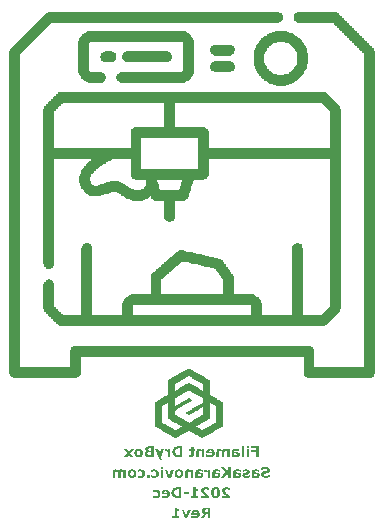
<source format=gbo>
G04*
G04 #@! TF.GenerationSoftware,Altium Limited,Altium Designer,23.3.1 (30)*
G04*
G04 Layer_Color=32896*
%FSLAX25Y25*%
%MOIN*%
G70*
G04*
G04 #@! TF.SameCoordinates,D2BD120D-7BFA-4985-A6C7-D6EA5F31A85F*
G04*
G04*
G04 #@! TF.FilePolarity,Positive*
G04*
G01*
G75*
G36*
X13598Y62262D02*
X13836D01*
Y62023D01*
X14074D01*
Y61785D01*
X14312D01*
Y61309D01*
X14551D01*
Y60356D01*
X14312D01*
Y59879D01*
X14074D01*
Y59402D01*
X13598D01*
Y59164D01*
X13121D01*
Y58926D01*
X7641D01*
Y59164D01*
X7164D01*
Y59402D01*
X6688D01*
Y59641D01*
X6449D01*
Y60117D01*
X6211D01*
Y61547D01*
X6449D01*
Y61785D01*
X6688D01*
Y62023D01*
X6926D01*
Y62262D01*
X7164D01*
Y62500D01*
X13598D01*
Y62262D01*
D02*
G37*
G36*
X-7848Y60117D02*
X-7133D01*
Y59879D01*
X-6894D01*
Y59641D01*
X-6656D01*
Y59164D01*
X-6418D01*
Y57734D01*
X-6656D01*
Y57258D01*
X-6894D01*
Y57020D01*
X-7371D01*
Y56781D01*
X-22144D01*
Y57020D01*
X-22383D01*
Y57258D01*
X-22621D01*
Y57496D01*
X-22859D01*
Y57734D01*
X-23098D01*
Y59164D01*
X-22859D01*
Y59641D01*
X-22621D01*
Y59879D01*
X-22383D01*
Y60117D01*
X-21668D01*
Y60356D01*
X-7848D01*
Y60117D01*
D02*
G37*
G36*
X-26434D02*
X-25957D01*
Y59879D01*
X-25480D01*
Y59641D01*
X-25242D01*
Y59164D01*
X-25004D01*
Y57734D01*
X-25242D01*
Y57496D01*
X-25480D01*
Y57258D01*
X-25719D01*
Y57020D01*
X-25957D01*
Y56781D01*
X-29531D01*
Y57020D01*
X-29770D01*
Y57258D01*
X-30008D01*
Y57496D01*
X-30246D01*
Y58211D01*
X-30484D01*
Y58926D01*
X-30246D01*
Y59402D01*
X-30008D01*
Y59641D01*
X-29770D01*
Y59879D01*
X-29531D01*
Y60117D01*
X-28816D01*
Y60356D01*
X-26434D01*
Y60117D01*
D02*
G37*
G36*
X13359Y56781D02*
X13836D01*
Y56543D01*
X14074D01*
Y56305D01*
X14312D01*
Y55828D01*
X14551D01*
Y54637D01*
X14312D01*
Y54160D01*
X14074D01*
Y53922D01*
X13836D01*
Y53684D01*
X13359D01*
Y53445D01*
X7402D01*
Y53684D01*
X6926D01*
Y53922D01*
X6688D01*
Y54160D01*
X6449D01*
Y54637D01*
X6211D01*
Y55828D01*
X6449D01*
Y56305D01*
X6688D01*
Y56543D01*
X6926D01*
Y56781D01*
X7402D01*
Y57020D01*
X13359D01*
Y56781D01*
D02*
G37*
G36*
X-1891Y66789D02*
X-1414D01*
Y66551D01*
X-938D01*
Y66312D01*
X-699D01*
Y66074D01*
X-461D01*
Y65836D01*
X-223D01*
Y65598D01*
X16D01*
Y65121D01*
X254D01*
Y64883D01*
X492D01*
Y64168D01*
X730D01*
Y52731D01*
X492D01*
Y52254D01*
X254D01*
Y51777D01*
X16D01*
Y51301D01*
X-223D01*
Y51063D01*
X-461D01*
Y50824D01*
X-699D01*
Y50586D01*
X-1176D01*
Y50348D01*
X-1652D01*
Y50109D01*
X-2129D01*
Y49871D01*
X-23812D01*
Y50109D01*
X-24289D01*
Y50348D01*
X-24527D01*
Y50586D01*
X-24766D01*
Y51063D01*
X-25004D01*
Y52254D01*
X-24766D01*
Y52731D01*
X-24527D01*
Y52969D01*
X-24289D01*
Y53207D01*
X-23812D01*
Y53445D01*
X-3082D01*
Y53684D01*
X-2844D01*
Y63453D01*
X-33820D01*
Y63215D01*
X-34059D01*
Y53684D01*
X-33820D01*
Y53445D01*
X-29770D01*
Y53207D01*
X-29293D01*
Y52969D01*
X-29055D01*
Y52731D01*
X-28816D01*
Y52254D01*
X-28578D01*
Y51063D01*
X-28816D01*
Y50586D01*
X-29055D01*
Y50348D01*
X-29293D01*
Y50109D01*
X-29531D01*
Y49871D01*
X-34535D01*
Y50109D01*
X-35250D01*
Y50348D01*
X-35727D01*
Y50586D01*
X-35965D01*
Y50824D01*
X-36203D01*
Y51063D01*
X-36441D01*
Y51301D01*
X-36680D01*
Y51539D01*
X-36918D01*
Y52016D01*
X-37156D01*
Y52492D01*
X-37394D01*
Y53207D01*
X-37633D01*
Y63691D01*
X-37394D01*
Y64644D01*
X-37156D01*
Y65121D01*
X-36918D01*
Y65359D01*
X-36680D01*
Y65598D01*
X-36441D01*
Y66074D01*
X-35965D01*
Y66312D01*
X-35727D01*
Y66551D01*
X-35250D01*
Y66789D01*
X-34773D01*
Y67027D01*
X-1891D01*
Y66789D01*
D02*
G37*
G36*
X31707D02*
X32660D01*
Y66551D01*
X33375D01*
Y66312D01*
X33852D01*
Y66074D01*
X34328D01*
Y65836D01*
X34566D01*
Y65598D01*
X35043D01*
Y65359D01*
X35281D01*
Y65121D01*
X35519D01*
Y64883D01*
X35996D01*
Y64644D01*
X36234D01*
Y64406D01*
X36473D01*
Y64168D01*
X36711D01*
Y63691D01*
X36949D01*
Y63453D01*
X37187D01*
Y63215D01*
X37426D01*
Y62738D01*
X37664D01*
Y62500D01*
X37902D01*
Y62023D01*
X38141D01*
Y61309D01*
X38379D01*
Y60594D01*
X38617D01*
Y59879D01*
X38855D01*
Y56305D01*
X38617D01*
Y55352D01*
X38379D01*
Y55113D01*
Y54875D01*
Y54637D01*
X38141D01*
Y54160D01*
X37902D01*
Y53684D01*
X37664D01*
Y53207D01*
X37426D01*
Y52969D01*
X37187D01*
Y52492D01*
X36949D01*
Y52254D01*
X36711D01*
Y52016D01*
X36473D01*
Y51777D01*
X36234D01*
Y51539D01*
X35996D01*
Y51301D01*
X35758D01*
Y51063D01*
X35519D01*
Y50824D01*
X35281D01*
Y50586D01*
X34805D01*
Y50348D01*
X34566D01*
Y50109D01*
X34090D01*
Y49871D01*
X33613D01*
Y49633D01*
X33137D01*
Y49395D01*
X32422D01*
Y49156D01*
X31469D01*
Y48918D01*
X28133D01*
Y49156D01*
X27180D01*
Y49395D01*
X26465D01*
Y49633D01*
X25988D01*
Y49871D01*
X25512D01*
Y50109D01*
X25035D01*
Y50348D01*
X24797D01*
Y50586D01*
X24320D01*
Y50824D01*
X24082D01*
Y51063D01*
X23844D01*
Y51301D01*
X23606D01*
Y51539D01*
X23367D01*
Y51777D01*
X23129D01*
Y52016D01*
X22891D01*
Y52254D01*
X22652D01*
Y52492D01*
X22414D01*
Y52731D01*
X22176D01*
Y53207D01*
X21937D01*
Y53684D01*
X21699D01*
Y54160D01*
X21461D01*
Y54637D01*
X21223D01*
Y55352D01*
X20984D01*
Y56305D01*
X20746D01*
Y59879D01*
X20984D01*
Y60832D01*
X21223D01*
Y61309D01*
X21461D01*
Y62023D01*
X21699D01*
Y62500D01*
X21937D01*
Y62738D01*
X22176D01*
Y63215D01*
X22414D01*
Y63453D01*
X22652D01*
Y63691D01*
X22891D01*
Y64168D01*
X23129D01*
Y64406D01*
X23367D01*
Y64644D01*
X23606D01*
Y64883D01*
X23844D01*
Y65121D01*
X24320D01*
Y65359D01*
X24559D01*
Y65598D01*
X25035D01*
Y65836D01*
X25273D01*
Y66074D01*
X25750D01*
Y66312D01*
X26227D01*
Y66551D01*
X26941D01*
Y66789D01*
X27894D01*
Y67027D01*
X31707D01*
Y66789D01*
D02*
G37*
G36*
X44813Y46535D02*
X45051D01*
Y46297D01*
X45289D01*
Y46059D01*
X45527D01*
Y45820D01*
X45766D01*
Y45582D01*
X46004D01*
Y45344D01*
X46242D01*
Y45105D01*
X46481D01*
Y44867D01*
X46719D01*
Y44629D01*
X46957D01*
Y44391D01*
X47195D01*
Y44152D01*
X47434D01*
Y43914D01*
X47672D01*
Y43676D01*
X47910D01*
Y43437D01*
X48148D01*
Y43199D01*
X48387D01*
Y42961D01*
X48625D01*
Y42723D01*
X48863D01*
Y42484D01*
X49102D01*
Y42246D01*
X49340D01*
Y42008D01*
X49578D01*
Y41293D01*
X49816D01*
Y-25664D01*
X49578D01*
Y-26379D01*
X49340D01*
Y-26617D01*
X49102D01*
Y-26855D01*
X48863D01*
Y-27094D01*
X48625D01*
Y-27332D01*
X48387D01*
Y-27570D01*
X48148D01*
Y-27809D01*
X47910D01*
Y-28047D01*
X47672D01*
Y-28285D01*
X47434D01*
Y-28523D01*
X47195D01*
Y-28762D01*
X46957D01*
Y-29000D01*
X46719D01*
Y-29238D01*
X46481D01*
Y-29477D01*
X46242D01*
Y-29715D01*
X46004D01*
Y-29953D01*
X45766D01*
Y-30191D01*
X45527D01*
Y-30430D01*
X45289D01*
Y-30668D01*
X45051D01*
Y-30906D01*
X44574D01*
Y-31144D01*
X-44066D01*
Y-30906D01*
X-44543D01*
Y-30668D01*
X-44781D01*
Y-30430D01*
X-45020D01*
Y-30191D01*
X-45258D01*
Y-29953D01*
X-45496D01*
Y-29715D01*
X-45734D01*
Y-29477D01*
X-45973D01*
Y-29238D01*
X-46211D01*
Y-29000D01*
X-46449D01*
Y-28762D01*
X-46687D01*
Y-28523D01*
X-46926D01*
Y-28285D01*
X-47164D01*
Y-28047D01*
X-47402D01*
Y-27809D01*
X-47641D01*
Y-27570D01*
X-47879D01*
Y-27332D01*
X-48117D01*
Y-27094D01*
X-48355D01*
Y-26855D01*
X-48594D01*
Y-26617D01*
X-48832D01*
Y-26379D01*
X-49070D01*
Y-25664D01*
X-49309D01*
Y-17324D01*
X-49070D01*
Y-16609D01*
X-48832D01*
Y-16371D01*
X-48594D01*
Y-16133D01*
X-48355D01*
Y-15894D01*
X-47641D01*
Y-15656D01*
X-47164D01*
Y-15894D01*
X-46449D01*
Y-16133D01*
X-46211D01*
Y-16371D01*
X-45973D01*
Y-16848D01*
X-45734D01*
Y-24711D01*
X-45496D01*
Y-24949D01*
X-45258D01*
Y-25188D01*
X-45020D01*
Y-25426D01*
X-44781D01*
Y-25664D01*
X-44543D01*
Y-25902D01*
X-44305D01*
Y-26141D01*
X-44066D01*
Y-26379D01*
X-43828D01*
Y-26617D01*
X-43590D01*
Y-26855D01*
X-43352D01*
Y-27094D01*
X-43113D01*
Y-27332D01*
X-42875D01*
Y-27570D01*
X-36680D01*
Y-5172D01*
X-36441D01*
Y-4457D01*
X-36203D01*
Y-3980D01*
X-35965D01*
Y-3742D01*
X-35488D01*
Y-3504D01*
X-34297D01*
Y-3742D01*
X-33820D01*
Y-3980D01*
X-33582D01*
Y-4219D01*
X-33344D01*
Y-4457D01*
X-33105D01*
Y-27570D01*
X-23098D01*
Y-23519D01*
X-22859D01*
Y-22805D01*
X-22621D01*
Y-22566D01*
X-22383D01*
Y-22090D01*
X-22144D01*
Y-21852D01*
X-21906D01*
Y-21613D01*
X-21668D01*
Y-21375D01*
X-21191D01*
Y-21137D01*
X-20715D01*
Y-20898D01*
X-20238D01*
Y-20660D01*
X-13566D01*
Y-14465D01*
X-13328D01*
Y-13988D01*
X-13090D01*
Y-13512D01*
X-12852D01*
Y-13273D01*
X-12375D01*
Y-13035D01*
X-12137D01*
Y-12797D01*
X-11898D01*
Y-12559D01*
X-11660D01*
Y-12320D01*
X-11422D01*
Y-12082D01*
X-11184D01*
Y-11844D01*
X-10945D01*
Y-11605D01*
X-10469D01*
Y-11367D01*
X-10231D01*
Y-11129D01*
X-9992D01*
Y-10891D01*
X-9754D01*
Y-10652D01*
X-9516D01*
Y-10414D01*
X-9277D01*
Y-10176D01*
X-9039D01*
Y-9938D01*
X-8563D01*
Y-9699D01*
X-8324D01*
Y-9461D01*
X-8086D01*
Y-9223D01*
X-7848D01*
Y-8984D01*
X-7609D01*
Y-8746D01*
X-7371D01*
Y-8508D01*
X-7133D01*
Y-8269D01*
X-6894D01*
Y-8031D01*
X-6418D01*
Y-7793D01*
X-6180D01*
Y-7555D01*
X-5941D01*
Y-7316D01*
X-5703D01*
Y-7078D01*
X-5465D01*
Y-6840D01*
X-5227D01*
Y-6602D01*
X-4988D01*
Y-6363D01*
X-4512D01*
Y-6125D01*
X-4273D01*
Y-5887D01*
X-2606D01*
Y-6125D01*
X-1652D01*
Y-6363D01*
X-461D01*
Y-6602D01*
X492D01*
Y-6840D01*
X1445D01*
Y-7078D01*
X2637D01*
Y-7316D01*
X3590D01*
Y-7555D01*
X4543D01*
Y-7793D01*
X5734D01*
Y-8031D01*
X6688D01*
Y-8269D01*
X7641D01*
Y-8508D01*
X8832D01*
Y-8746D01*
X9785D01*
Y-8984D01*
X10023D01*
Y-9223D01*
X10500D01*
Y-9699D01*
X10738D01*
Y-9938D01*
X10977D01*
Y-10414D01*
X11215D01*
Y-10652D01*
X11453D01*
Y-10891D01*
X11691D01*
Y-11367D01*
X11930D01*
Y-11605D01*
X12168D01*
Y-12082D01*
X12406D01*
Y-12320D01*
X12644D01*
Y-12559D01*
X12883D01*
Y-13035D01*
X13121D01*
Y-13273D01*
X13359D01*
Y-13750D01*
X13598D01*
Y-13988D01*
X13836D01*
Y-14465D01*
X14074D01*
Y-20660D01*
X20746D01*
Y-20898D01*
X21223D01*
Y-21137D01*
X21699D01*
Y-21375D01*
X22176D01*
Y-21613D01*
X22414D01*
Y-21852D01*
X22652D01*
Y-22090D01*
X22891D01*
Y-22566D01*
X23129D01*
Y-22805D01*
X23367D01*
Y-23519D01*
X23606D01*
Y-27570D01*
X33613D01*
Y-4457D01*
X33852D01*
Y-4219D01*
X34090D01*
Y-3980D01*
X34328D01*
Y-3742D01*
X34805D01*
Y-3504D01*
X35996D01*
Y-3742D01*
X36234D01*
Y-3980D01*
X36711D01*
Y-4457D01*
X36949D01*
Y-5172D01*
X37187D01*
Y-27570D01*
X43383D01*
Y-27332D01*
X43621D01*
Y-27094D01*
X43859D01*
Y-26855D01*
X44098D01*
Y-26617D01*
X44336D01*
Y-26379D01*
X44574D01*
Y-26141D01*
X44813D01*
Y-25902D01*
X45051D01*
Y-25664D01*
X45289D01*
Y-25426D01*
X45527D01*
Y-25188D01*
X45766D01*
Y-24949D01*
X46004D01*
Y-24711D01*
X46242D01*
Y24375D01*
X46004D01*
Y24613D01*
X5734D01*
Y18894D01*
X5496D01*
Y18418D01*
X5258D01*
Y17941D01*
X4781D01*
Y17703D01*
X4305D01*
Y17465D01*
X730D01*
Y16988D01*
X492D01*
Y16273D01*
X254D01*
Y15559D01*
X16D01*
Y14605D01*
X-223D01*
Y13891D01*
X-461D01*
Y13176D01*
X-699D01*
Y12461D01*
X-938D01*
Y11746D01*
X-1176D01*
Y11270D01*
X-1414D01*
Y11031D01*
X-1652D01*
Y10793D01*
X-2129D01*
Y10555D01*
X-5465D01*
Y4598D01*
X-5703D01*
Y4121D01*
X-5941D01*
Y3883D01*
X-6180D01*
Y3644D01*
X-6656D01*
Y3406D01*
X-7848D01*
Y3644D01*
X-8324D01*
Y3883D01*
X-8563D01*
Y4121D01*
X-8801D01*
Y4598D01*
X-9039D01*
Y10555D01*
X-12375D01*
Y10793D01*
X-12852D01*
Y11031D01*
X-13090D01*
Y11270D01*
X-13328D01*
Y11746D01*
X-13566D01*
Y11984D01*
X-13805D01*
Y11746D01*
X-14043D01*
Y11508D01*
X-14520D01*
Y11270D01*
X-14996D01*
Y11031D01*
X-15473D01*
Y10793D01*
X-16187D01*
Y10555D01*
X-17855D01*
Y10316D01*
X-18094D01*
Y10555D01*
X-19762D01*
Y10793D01*
X-20477D01*
Y11031D01*
X-21191D01*
Y11270D01*
X-21668D01*
Y11508D01*
X-22144D01*
Y11746D01*
X-22621D01*
Y11984D01*
X-22859D01*
Y12223D01*
X-23336D01*
Y12461D01*
X-23574D01*
Y12699D01*
X-24051D01*
Y12937D01*
X-24289D01*
Y13176D01*
X-24766D01*
Y13414D01*
X-26910D01*
Y13176D01*
X-27625D01*
Y12937D01*
X-28340D01*
Y12699D01*
X-29055D01*
Y12461D01*
X-30008D01*
Y12223D01*
X-30961D01*
Y11984D01*
X-33344D01*
Y12223D01*
X-34059D01*
Y12461D01*
X-34535D01*
Y12699D01*
X-34773D01*
Y12937D01*
X-35250D01*
Y13176D01*
X-35488D01*
Y13414D01*
X-35727D01*
Y13652D01*
X-35965D01*
Y14129D01*
X-36203D01*
Y14367D01*
X-36441D01*
Y14605D01*
X-36680D01*
Y15082D01*
X-36918D01*
Y15559D01*
X-37156D01*
Y16512D01*
X-37394D01*
Y18894D01*
X-37156D01*
Y19609D01*
X-36918D01*
Y20324D01*
X-36680D01*
Y20801D01*
X-36441D01*
Y21039D01*
X-36203D01*
Y21516D01*
X-35965D01*
Y21754D01*
X-35727D01*
Y21992D01*
X-35488D01*
Y22230D01*
X-35250D01*
Y22707D01*
X-35012D01*
Y22945D01*
X-34773D01*
Y23184D01*
X-34535D01*
Y23422D01*
X-34059D01*
Y23660D01*
X-33820D01*
Y23898D01*
X-33582D01*
Y24137D01*
X-33344D01*
Y24375D01*
X-33105D01*
Y24613D01*
X-45496D01*
Y24375D01*
X-45734D01*
Y-11129D01*
X-45973D01*
Y-11605D01*
X-46211D01*
Y-11844D01*
X-46687D01*
Y-12082D01*
X-48355D01*
Y-11844D01*
X-48594D01*
Y-11605D01*
X-48832D01*
Y-11367D01*
X-49070D01*
Y-10652D01*
X-49309D01*
Y41293D01*
X-49070D01*
Y42008D01*
X-48832D01*
Y42246D01*
X-48594D01*
Y42484D01*
X-48355D01*
Y42723D01*
X-48117D01*
Y42961D01*
X-47879D01*
Y43199D01*
X-47641D01*
Y43437D01*
X-47402D01*
Y43676D01*
X-47164D01*
Y43914D01*
X-46926D01*
Y44152D01*
X-46687D01*
Y44391D01*
X-46449D01*
Y44629D01*
X-46211D01*
Y44867D01*
X-45973D01*
Y45105D01*
X-45734D01*
Y45344D01*
X-45496D01*
Y45582D01*
X-45258D01*
Y45820D01*
X-45020D01*
Y46059D01*
X-44781D01*
Y46297D01*
X-44543D01*
Y46535D01*
X-44305D01*
Y46773D01*
X44813D01*
Y46535D01*
D02*
G37*
G36*
X48387Y73223D02*
X48863D01*
Y72984D01*
X49102D01*
Y72746D01*
X49340D01*
Y72508D01*
X49578D01*
Y72269D01*
X49816D01*
Y72031D01*
X50055D01*
Y71793D01*
X50293D01*
Y71555D01*
X50531D01*
Y71316D01*
X50770D01*
Y71078D01*
X51008D01*
Y70840D01*
X51246D01*
Y70602D01*
X51484D01*
Y70363D01*
X51723D01*
Y70125D01*
X51961D01*
Y69887D01*
X52199D01*
Y69648D01*
X52438D01*
Y69410D01*
X52676D01*
Y69172D01*
X52914D01*
Y68934D01*
X53152D01*
Y68695D01*
X53391D01*
Y68457D01*
X53629D01*
Y68219D01*
X53867D01*
Y67980D01*
X54106D01*
Y67742D01*
X54344D01*
Y67504D01*
X54582D01*
Y67266D01*
X54820D01*
Y67027D01*
X55059D01*
Y66789D01*
X55297D01*
Y66551D01*
X55535D01*
Y66312D01*
X55773D01*
Y66074D01*
X56012D01*
Y65836D01*
X56250D01*
Y65598D01*
X56488D01*
Y65359D01*
X56727D01*
Y65121D01*
X56965D01*
Y64883D01*
X57203D01*
Y64644D01*
X57441D01*
Y64406D01*
X57680D01*
Y64168D01*
X57918D01*
Y63930D01*
X58156D01*
Y63691D01*
X58394D01*
Y63453D01*
X58633D01*
Y63215D01*
X58871D01*
Y62977D01*
X59109D01*
Y62738D01*
X59348D01*
Y62500D01*
X59586D01*
Y62262D01*
X59824D01*
Y62023D01*
X60062D01*
Y61785D01*
X60301D01*
Y61547D01*
X60539D01*
Y61309D01*
X60777D01*
Y61070D01*
X61016D01*
Y60594D01*
X61254D01*
Y-47348D01*
X61016D01*
Y-47824D01*
X60777D01*
Y-48063D01*
X60539D01*
Y-48301D01*
X60062D01*
Y-48539D01*
X38617D01*
Y-48301D01*
X38141D01*
Y-48063D01*
X37902D01*
Y-47824D01*
X37664D01*
Y-47586D01*
X37426D01*
Y-41391D01*
X-36918D01*
Y-47586D01*
X-37156D01*
Y-47824D01*
X-37394D01*
Y-48063D01*
X-37633D01*
Y-48301D01*
X-38109D01*
Y-48539D01*
X-59555D01*
Y-48301D01*
X-60031D01*
Y-48063D01*
X-60269D01*
Y-47824D01*
X-60508D01*
Y-47348D01*
X-60746D01*
Y60594D01*
X-60508D01*
Y61070D01*
X-60269D01*
Y61309D01*
X-60031D01*
Y61547D01*
X-59793D01*
Y61785D01*
X-59555D01*
Y62023D01*
X-59316D01*
Y62262D01*
X-59078D01*
Y62500D01*
X-58840D01*
Y62738D01*
X-58602D01*
Y62977D01*
X-58363D01*
Y63215D01*
X-58125D01*
Y63453D01*
X-57887D01*
Y63691D01*
X-57648D01*
Y63930D01*
X-57410D01*
Y64168D01*
X-57172D01*
Y64406D01*
X-56934D01*
Y64644D01*
X-56695D01*
Y64883D01*
X-56457D01*
Y65121D01*
X-56219D01*
Y65359D01*
X-55980D01*
Y65598D01*
X-55742D01*
Y65836D01*
X-55504D01*
Y66074D01*
X-55266D01*
Y66312D01*
X-55027D01*
Y66551D01*
X-54789D01*
Y66789D01*
X-54551D01*
Y67027D01*
X-54312D01*
Y67266D01*
X-54074D01*
Y67504D01*
X-53836D01*
Y67742D01*
X-53598D01*
Y67980D01*
X-53359D01*
Y68219D01*
X-53121D01*
Y68457D01*
X-52883D01*
Y68695D01*
X-52644D01*
Y68934D01*
X-52406D01*
Y69172D01*
X-52168D01*
Y69410D01*
X-51930D01*
Y69648D01*
X-51691D01*
Y69887D01*
X-51453D01*
Y70125D01*
X-51215D01*
Y70363D01*
X-50977D01*
Y70602D01*
X-50738D01*
Y70840D01*
X-50500D01*
Y71078D01*
X-50262D01*
Y71316D01*
X-50023D01*
Y71555D01*
X-49785D01*
Y71793D01*
X-49547D01*
Y72031D01*
X-49309D01*
Y72269D01*
X-49070D01*
Y72508D01*
X-48832D01*
Y72746D01*
X-48594D01*
Y72984D01*
X-48355D01*
Y73223D01*
X-47879D01*
Y73461D01*
X29324D01*
Y73223D01*
X29801D01*
Y72984D01*
X30039D01*
Y72746D01*
X30277D01*
Y72508D01*
X30516D01*
Y70840D01*
X30277D01*
Y70602D01*
X30039D01*
Y70363D01*
X29801D01*
Y70125D01*
X29324D01*
Y69887D01*
X-46687D01*
Y69648D01*
X-46926D01*
Y69410D01*
X-47164D01*
Y69172D01*
X-47402D01*
Y68934D01*
X-47641D01*
Y68695D01*
X-47879D01*
Y68457D01*
X-48117D01*
Y68219D01*
X-48355D01*
Y67980D01*
X-48594D01*
Y67742D01*
X-48832D01*
Y67504D01*
X-49070D01*
Y67266D01*
X-49309D01*
Y67027D01*
X-49547D01*
Y66789D01*
X-49785D01*
Y66551D01*
X-50023D01*
Y66312D01*
X-50262D01*
Y66074D01*
X-50500D01*
Y65836D01*
X-50738D01*
Y65598D01*
X-50977D01*
Y65359D01*
X-51215D01*
Y65121D01*
X-51453D01*
Y64883D01*
X-51691D01*
Y64644D01*
X-51930D01*
Y64406D01*
X-52168D01*
Y64168D01*
X-52406D01*
Y63930D01*
X-52644D01*
Y63691D01*
X-52883D01*
Y63453D01*
X-53121D01*
Y63215D01*
X-53359D01*
Y62977D01*
X-53598D01*
Y62738D01*
X-53836D01*
Y62500D01*
X-54074D01*
Y62262D01*
X-54312D01*
Y62023D01*
X-54551D01*
Y61785D01*
X-54789D01*
Y61547D01*
X-55027D01*
Y61309D01*
X-55266D01*
Y61070D01*
X-55504D01*
Y60832D01*
X-55742D01*
Y60594D01*
X-55980D01*
Y60356D01*
X-56219D01*
Y60117D01*
X-56457D01*
Y59879D01*
X-56695D01*
Y59641D01*
X-56934D01*
Y59402D01*
X-57172D01*
Y57020D01*
Y56781D01*
Y-44965D01*
X-40492D01*
Y-39246D01*
X-40254D01*
Y-38770D01*
X-40016D01*
Y-38293D01*
X-39777D01*
Y-38055D01*
X-39301D01*
Y-37816D01*
X39809D01*
Y-38055D01*
X40285D01*
Y-38293D01*
X40523D01*
Y-38770D01*
X40762D01*
Y-39246D01*
X41000D01*
Y-44965D01*
X57680D01*
Y59402D01*
X57441D01*
Y59641D01*
X57203D01*
Y59879D01*
X56965D01*
Y60117D01*
X56727D01*
Y60356D01*
X56488D01*
Y60594D01*
X56250D01*
Y60832D01*
X56012D01*
Y61070D01*
X55773D01*
Y61309D01*
X55535D01*
Y61547D01*
X55297D01*
Y61785D01*
X55059D01*
Y62023D01*
X54820D01*
Y62262D01*
X54582D01*
Y62500D01*
X54344D01*
Y62738D01*
X54106D01*
Y62977D01*
X53867D01*
Y63215D01*
X53629D01*
Y63453D01*
X53391D01*
Y63691D01*
X53152D01*
Y63930D01*
X52914D01*
Y64168D01*
X52676D01*
Y64406D01*
X52438D01*
Y64644D01*
X52199D01*
Y64883D01*
X51961D01*
Y65121D01*
X51723D01*
Y65359D01*
X51484D01*
Y65598D01*
X51246D01*
Y65836D01*
X51008D01*
Y66074D01*
X50770D01*
Y66312D01*
X50531D01*
Y66551D01*
X50293D01*
Y66789D01*
X50055D01*
Y67027D01*
X49816D01*
Y67266D01*
X49578D01*
Y67504D01*
X49340D01*
Y67742D01*
X49102D01*
Y67980D01*
X48863D01*
Y68219D01*
X48625D01*
Y68457D01*
X48387D01*
Y68695D01*
X48148D01*
Y68934D01*
X47910D01*
Y69172D01*
X47672D01*
Y69410D01*
X47434D01*
Y69648D01*
X47195D01*
Y69887D01*
X35281D01*
Y70125D01*
X34805D01*
Y70363D01*
X34566D01*
Y70602D01*
X34328D01*
Y71316D01*
X34090D01*
Y72031D01*
X34328D01*
Y72746D01*
X34566D01*
Y72984D01*
X34805D01*
Y73223D01*
X35281D01*
Y73461D01*
X48387D01*
Y73223D01*
D02*
G37*
G36*
X-748Y-45381D02*
X-398D01*
Y-45556D01*
X-224D01*
Y-45731D01*
X126D01*
Y-45906D01*
X476D01*
Y-46081D01*
X826D01*
Y-46256D01*
X1001D01*
Y-46431D01*
X1351D01*
Y-46606D01*
X1701D01*
Y-46781D01*
X2051D01*
Y-46956D01*
X2226D01*
Y-47131D01*
X2576D01*
Y-47306D01*
X2926D01*
Y-47481D01*
X3275D01*
Y-47656D01*
X3450D01*
Y-47831D01*
X3800D01*
Y-48006D01*
X4150D01*
Y-48180D01*
X4500D01*
Y-48355D01*
X4675D01*
Y-48530D01*
X5025D01*
Y-48705D01*
X5375D01*
Y-48880D01*
X5550D01*
Y-49055D01*
X5900D01*
Y-49230D01*
X6075D01*
Y-54129D01*
X6424D01*
Y-54303D01*
X6599D01*
Y-54479D01*
X6949D01*
Y-54653D01*
X7299D01*
Y-54828D01*
X7474D01*
Y-55003D01*
X7824D01*
Y-55178D01*
X8174D01*
Y-55353D01*
X8524D01*
Y-55528D01*
X8699D01*
Y-55703D01*
X9049D01*
Y-55878D01*
X9398D01*
Y-56053D01*
X9748D01*
Y-56228D01*
X9923D01*
Y-56403D01*
X10273D01*
Y-56578D01*
X10448D01*
Y-64800D01*
X10098D01*
Y-64975D01*
X9748D01*
Y-65150D01*
X9398D01*
Y-65325D01*
X9223D01*
Y-65500D01*
X8874D01*
Y-65675D01*
X8524D01*
Y-65850D01*
X8174D01*
Y-66025D01*
X7999D01*
Y-66200D01*
X7649D01*
Y-66375D01*
X7299D01*
Y-66550D01*
X7124D01*
Y-66725D01*
X6774D01*
Y-66900D01*
X6424D01*
Y-67075D01*
X6075D01*
Y-67249D01*
X5900D01*
Y-67424D01*
X5550D01*
Y-67599D01*
X5200D01*
Y-67774D01*
X4850D01*
Y-67949D01*
X4675D01*
Y-68124D01*
X4325D01*
Y-68299D01*
X3975D01*
Y-68474D01*
X3625D01*
Y-68649D01*
X3450D01*
Y-68474D01*
X3275D01*
Y-68299D01*
X2926D01*
Y-68124D01*
X2576D01*
Y-67949D01*
X2226D01*
Y-67774D01*
X2051D01*
Y-67599D01*
X1701D01*
Y-67424D01*
X1351D01*
Y-67249D01*
X1001D01*
Y-67075D01*
X826D01*
Y-66900D01*
X476D01*
Y-66725D01*
X126D01*
Y-66550D01*
X-224D01*
Y-66375D01*
X-398D01*
Y-66200D01*
X-748D01*
Y-66025D01*
X-923D01*
Y-66200D01*
X-1273D01*
Y-66375D01*
X-1448D01*
Y-66550D01*
X-1798D01*
Y-66725D01*
X-2148D01*
Y-66900D01*
X-2498D01*
Y-67075D01*
X-2673D01*
Y-67249D01*
X-3023D01*
Y-67424D01*
X-3373D01*
Y-67599D01*
X-3722D01*
Y-67774D01*
X-3897D01*
Y-67949D01*
X-4247D01*
Y-68124D01*
X-4597D01*
Y-68299D01*
X-4772D01*
Y-68474D01*
X-5122D01*
Y-68649D01*
X-5297D01*
Y-68474D01*
X-5647D01*
Y-68299D01*
X-5997D01*
Y-68124D01*
X-6346D01*
Y-67949D01*
X-6521D01*
Y-67774D01*
X-6871D01*
Y-67599D01*
X-7221D01*
Y-67424D01*
X-7571D01*
Y-67249D01*
X-7746D01*
Y-67075D01*
X-8096D01*
Y-66900D01*
X-8446D01*
Y-66725D01*
X-8796D01*
Y-66550D01*
X-8971D01*
Y-66375D01*
X-9321D01*
Y-66200D01*
X-9670D01*
Y-66025D01*
X-9845D01*
Y-65850D01*
X-10195D01*
Y-65675D01*
X-10545D01*
Y-65500D01*
X-10895D01*
Y-65325D01*
X-11070D01*
Y-65150D01*
X-11420D01*
Y-64975D01*
X-11770D01*
Y-64800D01*
X-12120D01*
Y-56578D01*
X-11945D01*
Y-56403D01*
X-11595D01*
Y-56228D01*
X-11420D01*
Y-56053D01*
X-11070D01*
Y-55878D01*
X-10720D01*
Y-55703D01*
X-10370D01*
Y-55528D01*
X-10195D01*
Y-55353D01*
X-9845D01*
Y-55178D01*
X-9496D01*
Y-55003D01*
X-9146D01*
Y-54828D01*
X-8971D01*
Y-54653D01*
X-8621D01*
Y-54479D01*
X-8271D01*
Y-54303D01*
X-8096D01*
Y-54129D01*
X-7746D01*
Y-49230D01*
X-7571D01*
Y-49055D01*
X-7396D01*
Y-48880D01*
X-7046D01*
Y-48705D01*
X-6696D01*
Y-48530D01*
X-6346D01*
Y-48355D01*
X-6172D01*
Y-48180D01*
X-5822D01*
Y-48006D01*
X-5472D01*
Y-47831D01*
X-5122D01*
Y-47656D01*
X-4947D01*
Y-47481D01*
X-4597D01*
Y-47306D01*
X-4247D01*
Y-47131D01*
X-4072D01*
Y-46956D01*
X-3722D01*
Y-46781D01*
X-3373D01*
Y-46606D01*
X-3023D01*
Y-46431D01*
X-2848D01*
Y-46256D01*
X-2498D01*
Y-46081D01*
X-2148D01*
Y-45906D01*
X-1798D01*
Y-45731D01*
X-1623D01*
Y-45556D01*
X-1273D01*
Y-45381D01*
X-923D01*
Y-45206D01*
X-748D01*
Y-45381D01*
D02*
G37*
G36*
X-9350Y-78696D02*
X-10251D01*
Y-78046D01*
X-9350D01*
Y-78696D01*
D02*
G37*
G36*
X-23453Y-78996D02*
X-23371Y-79007D01*
X-23295Y-79023D01*
X-23230Y-79040D01*
X-23175Y-79056D01*
X-23137Y-79072D01*
X-23110Y-79083D01*
X-23099Y-79089D01*
X-23022Y-79127D01*
X-22946Y-79171D01*
X-22875Y-79220D01*
X-22815Y-79263D01*
X-22760Y-79302D01*
X-22716Y-79334D01*
X-22689Y-79356D01*
X-22678Y-79362D01*
Y-79072D01*
X-21821D01*
Y-81731D01*
X-22678D01*
Y-79842D01*
X-22749Y-79799D01*
X-22815Y-79766D01*
X-22842Y-79749D01*
X-22864Y-79744D01*
X-22880Y-79733D01*
X-22886D01*
X-22973Y-79700D01*
X-23017Y-79689D01*
X-23055Y-79684D01*
X-23088Y-79678D01*
X-23186D01*
X-23235Y-79684D01*
X-23279Y-79689D01*
X-23312Y-79700D01*
X-23339Y-79706D01*
X-23355Y-79717D01*
X-23366Y-79722D01*
X-23371D01*
X-23432Y-79760D01*
X-23470Y-79799D01*
X-23497Y-79831D01*
X-23503Y-79842D01*
Y-79848D01*
X-23530Y-79919D01*
X-23546Y-79990D01*
X-23552Y-80017D01*
X-23557Y-80044D01*
Y-80061D01*
Y-80066D01*
X-23563Y-80121D01*
Y-80175D01*
X-23568Y-80230D01*
Y-80285D01*
Y-80328D01*
Y-80366D01*
Y-80388D01*
Y-80399D01*
Y-81731D01*
X-24425D01*
Y-79842D01*
X-24524Y-79788D01*
X-24567Y-79766D01*
X-24600Y-79744D01*
X-24633Y-79733D01*
X-24655Y-79722D01*
X-24666Y-79717D01*
X-24671D01*
X-24747Y-79695D01*
X-24813Y-79684D01*
X-24840Y-79678D01*
X-24933D01*
X-24982Y-79684D01*
X-25026Y-79689D01*
X-25059Y-79700D01*
X-25086Y-79706D01*
X-25108Y-79717D01*
X-25119Y-79722D01*
X-25124D01*
X-25184Y-79760D01*
X-25223Y-79799D01*
X-25250Y-79831D01*
X-25255Y-79842D01*
Y-79848D01*
X-25277Y-79919D01*
X-25293Y-79990D01*
X-25299Y-80017D01*
X-25304Y-80044D01*
Y-80061D01*
Y-80066D01*
X-25310Y-80121D01*
Y-80175D01*
X-25315Y-80230D01*
Y-80285D01*
Y-80328D01*
Y-80366D01*
Y-80388D01*
Y-80399D01*
Y-81731D01*
X-26173D01*
Y-80001D01*
Y-79913D01*
X-26162Y-79826D01*
X-26151Y-79749D01*
X-26140Y-79678D01*
X-26123Y-79607D01*
X-26101Y-79547D01*
X-26080Y-79493D01*
X-26063Y-79444D01*
X-26041Y-79400D01*
X-26020Y-79362D01*
X-26003Y-79329D01*
X-25981Y-79302D01*
X-25971Y-79280D01*
X-25960Y-79263D01*
X-25949Y-79258D01*
Y-79252D01*
X-25905Y-79209D01*
X-25856Y-79165D01*
X-25752Y-79100D01*
X-25643Y-79056D01*
X-25539Y-79023D01*
X-25441Y-79001D01*
X-25403Y-78996D01*
X-25364D01*
X-25337Y-78990D01*
X-25293D01*
X-25206Y-78996D01*
X-25119Y-79012D01*
X-25042Y-79029D01*
X-24966Y-79050D01*
X-24906Y-79078D01*
X-24862Y-79094D01*
X-24829Y-79111D01*
X-24824Y-79116D01*
X-24818D01*
X-24726Y-79165D01*
X-24638Y-79220D01*
X-24556Y-79280D01*
X-24480Y-79334D01*
X-24414Y-79378D01*
X-24365Y-79422D01*
X-24332Y-79444D01*
X-24327Y-79454D01*
X-24322D01*
X-24278Y-79373D01*
X-24223Y-79307D01*
X-24169Y-79247D01*
X-24120Y-79198D01*
X-24076Y-79160D01*
X-24038Y-79132D01*
X-24016Y-79116D01*
X-24005Y-79111D01*
X-23929Y-79072D01*
X-23846Y-79040D01*
X-23770Y-79018D01*
X-23699Y-79007D01*
X-23634Y-78996D01*
X-23584Y-78990D01*
X-23541D01*
X-23453Y-78996D01*
D02*
G37*
G36*
X21717Y-78996D02*
X21821Y-79007D01*
X21914Y-79012D01*
X21990Y-79023D01*
X22050Y-79034D01*
X22072D01*
X22088Y-79040D01*
X22105D01*
X22208Y-79056D01*
X22301Y-79072D01*
X22372Y-79089D01*
X22432Y-79100D01*
X22476Y-79111D01*
X22509Y-79122D01*
X22531Y-79127D01*
X22536D01*
Y-79766D01*
X22460D01*
X22416Y-79749D01*
X22361Y-79733D01*
X22252Y-79695D01*
X22203Y-79678D01*
X22159Y-79662D01*
X22132Y-79657D01*
X22121Y-79651D01*
X22034Y-79624D01*
X21947Y-79607D01*
X21870Y-79591D01*
X21804Y-79586D01*
X21750Y-79580D01*
X21706Y-79575D01*
X21668D01*
X21542Y-79580D01*
X21439Y-79586D01*
X21346Y-79602D01*
X21275Y-79618D01*
X21215Y-79635D01*
X21177Y-79646D01*
X21149Y-79657D01*
X21144Y-79662D01*
X21084Y-79700D01*
X21040Y-79744D01*
X21007Y-79793D01*
X20986Y-79848D01*
X20975Y-79891D01*
X20964Y-79930D01*
Y-79957D01*
Y-79968D01*
Y-79979D01*
X21100Y-79990D01*
X21237Y-80001D01*
X21357Y-80011D01*
X21466Y-80022D01*
X21559Y-80033D01*
X21597Y-80039D01*
X21630D01*
X21657Y-80044D01*
X21674Y-80050D01*
X21690D01*
X21815Y-80066D01*
X21930Y-80093D01*
X22028Y-80115D01*
X22110Y-80142D01*
X22181Y-80164D01*
X22230Y-80186D01*
X22263Y-80197D01*
X22269Y-80203D01*
X22274D01*
X22361Y-80246D01*
X22432Y-80290D01*
X22498Y-80339D01*
X22547Y-80388D01*
X22591Y-80426D01*
X22624Y-80459D01*
X22640Y-80481D01*
X22645Y-80492D01*
X22689Y-80563D01*
X22716Y-80645D01*
X22738Y-80721D01*
X22755Y-80798D01*
X22765Y-80863D01*
X22771Y-80918D01*
Y-80940D01*
Y-80956D01*
Y-80962D01*
Y-80967D01*
X22765Y-81033D01*
X22760Y-81098D01*
X22733Y-81213D01*
X22689Y-81316D01*
X22645Y-81404D01*
X22602Y-81475D01*
X22558Y-81524D01*
X22531Y-81557D01*
X22520Y-81562D01*
Y-81568D01*
X22471Y-81611D01*
X22416Y-81644D01*
X22312Y-81704D01*
X22208Y-81742D01*
X22105Y-81775D01*
X22017Y-81791D01*
X21979Y-81797D01*
X21947D01*
X21925Y-81802D01*
X21886D01*
X21772Y-81797D01*
X21723Y-81791D01*
X21679Y-81786D01*
X21641D01*
X21613Y-81780D01*
X21597Y-81775D01*
X21592D01*
X21493Y-81753D01*
X21450Y-81737D01*
X21411Y-81726D01*
X21379Y-81709D01*
X21351Y-81704D01*
X21335Y-81693D01*
X21329D01*
X21259Y-81655D01*
X21198Y-81617D01*
X21177Y-81606D01*
X21155Y-81589D01*
X21144Y-81584D01*
X21138Y-81578D01*
X21067Y-81524D01*
X21013Y-81486D01*
X20991Y-81475D01*
X20975Y-81464D01*
X20969Y-81453D01*
X20964D01*
Y-81731D01*
X20117D01*
Y-79919D01*
X20123Y-79831D01*
X20134Y-79749D01*
X20150Y-79678D01*
X20166Y-79607D01*
X20194Y-79547D01*
X20221Y-79487D01*
X20248Y-79438D01*
X20281Y-79389D01*
X20314Y-79351D01*
X20341Y-79318D01*
X20369Y-79285D01*
X20396Y-79263D01*
X20412Y-79242D01*
X20429Y-79231D01*
X20439Y-79220D01*
X20445D01*
X20511Y-79181D01*
X20582Y-79143D01*
X20663Y-79111D01*
X20745Y-79089D01*
X20920Y-79045D01*
X21089Y-79018D01*
X21171Y-79007D01*
X21248Y-79001D01*
X21313Y-78996D01*
X21373D01*
X21422Y-78990D01*
X21608D01*
X21717Y-78996D01*
D02*
G37*
G36*
X15597D02*
X15700Y-79007D01*
X15793Y-79012D01*
X15869Y-79023D01*
X15930Y-79034D01*
X15951D01*
X15968Y-79040D01*
X15984D01*
X16088Y-79056D01*
X16181Y-79072D01*
X16252Y-79089D01*
X16312Y-79100D01*
X16355Y-79111D01*
X16388Y-79122D01*
X16410Y-79127D01*
X16416D01*
Y-79766D01*
X16339D01*
X16295Y-79749D01*
X16241Y-79733D01*
X16132Y-79695D01*
X16082Y-79678D01*
X16039Y-79662D01*
X16011Y-79657D01*
X16001Y-79651D01*
X15913Y-79624D01*
X15826Y-79607D01*
X15749Y-79591D01*
X15684Y-79586D01*
X15629Y-79580D01*
X15586Y-79575D01*
X15547D01*
X15422Y-79580D01*
X15318Y-79586D01*
X15225Y-79602D01*
X15154Y-79618D01*
X15094Y-79635D01*
X15056Y-79646D01*
X15029Y-79657D01*
X15023Y-79662D01*
X14963Y-79700D01*
X14920Y-79744D01*
X14887Y-79793D01*
X14865Y-79848D01*
X14854Y-79891D01*
X14843Y-79930D01*
Y-79957D01*
Y-79968D01*
Y-79979D01*
X14979Y-79990D01*
X15116Y-80001D01*
X15236Y-80011D01*
X15345Y-80022D01*
X15438Y-80033D01*
X15476Y-80039D01*
X15509D01*
X15536Y-80044D01*
X15553Y-80050D01*
X15569D01*
X15695Y-80066D01*
X15809Y-80093D01*
X15908Y-80115D01*
X15990Y-80142D01*
X16061Y-80164D01*
X16110Y-80186D01*
X16142Y-80197D01*
X16148Y-80203D01*
X16153D01*
X16241Y-80246D01*
X16312Y-80290D01*
X16377Y-80339D01*
X16426Y-80388D01*
X16470Y-80426D01*
X16503Y-80459D01*
X16519Y-80481D01*
X16525Y-80492D01*
X16568Y-80563D01*
X16596Y-80645D01*
X16617Y-80721D01*
X16634Y-80798D01*
X16645Y-80863D01*
X16650Y-80918D01*
Y-80940D01*
Y-80956D01*
Y-80962D01*
Y-80967D01*
X16645Y-81033D01*
X16639Y-81098D01*
X16612Y-81213D01*
X16568Y-81316D01*
X16525Y-81404D01*
X16481Y-81475D01*
X16437Y-81524D01*
X16410Y-81557D01*
X16399Y-81562D01*
Y-81568D01*
X16350Y-81611D01*
X16295Y-81644D01*
X16192Y-81704D01*
X16088Y-81742D01*
X15984Y-81775D01*
X15897Y-81791D01*
X15859Y-81797D01*
X15826D01*
X15804Y-81802D01*
X15766D01*
X15651Y-81797D01*
X15602Y-81791D01*
X15558Y-81786D01*
X15520D01*
X15493Y-81780D01*
X15476Y-81775D01*
X15471D01*
X15373Y-81753D01*
X15329Y-81737D01*
X15291Y-81726D01*
X15258Y-81709D01*
X15231Y-81704D01*
X15214Y-81693D01*
X15209D01*
X15138Y-81655D01*
X15078Y-81617D01*
X15056Y-81606D01*
X15034Y-81589D01*
X15023Y-81584D01*
X15018Y-81578D01*
X14947Y-81524D01*
X14892Y-81486D01*
X14870Y-81475D01*
X14854Y-81464D01*
X14849Y-81453D01*
X14843D01*
Y-81731D01*
X13997D01*
Y-79919D01*
X14002Y-79831D01*
X14013Y-79749D01*
X14029Y-79678D01*
X14046Y-79607D01*
X14073Y-79547D01*
X14100Y-79487D01*
X14128Y-79438D01*
X14161Y-79389D01*
X14193Y-79351D01*
X14221Y-79318D01*
X14248Y-79285D01*
X14275Y-79263D01*
X14292Y-79242D01*
X14308Y-79231D01*
X14319Y-79220D01*
X14324D01*
X14390Y-79181D01*
X14461Y-79143D01*
X14543Y-79111D01*
X14625Y-79089D01*
X14799Y-79045D01*
X14969Y-79018D01*
X15051Y-79007D01*
X15127Y-79001D01*
X15192Y-78996D01*
X15252D01*
X15302Y-78990D01*
X15487D01*
X15597Y-78996D01*
D02*
G37*
G36*
X8613D02*
X8717Y-79007D01*
X8810Y-79012D01*
X8886Y-79023D01*
X8946Y-79034D01*
X8968D01*
X8984Y-79040D01*
X9001D01*
X9105Y-79056D01*
X9197Y-79072D01*
X9268Y-79089D01*
X9328Y-79100D01*
X9372Y-79111D01*
X9405Y-79122D01*
X9427Y-79127D01*
X9432D01*
Y-79766D01*
X9356D01*
X9312Y-79749D01*
X9257Y-79733D01*
X9148Y-79695D01*
X9099Y-79678D01*
X9055Y-79662D01*
X9028Y-79657D01*
X9017Y-79651D01*
X8930Y-79624D01*
X8843Y-79607D01*
X8766Y-79591D01*
X8700Y-79586D01*
X8646Y-79580D01*
X8602Y-79575D01*
X8564D01*
X8438Y-79580D01*
X8335Y-79586D01*
X8242Y-79602D01*
X8171Y-79618D01*
X8111Y-79635D01*
X8073Y-79646D01*
X8045Y-79657D01*
X8040Y-79662D01*
X7980Y-79700D01*
X7936Y-79744D01*
X7903Y-79793D01*
X7881Y-79848D01*
X7871Y-79891D01*
X7860Y-79930D01*
Y-79957D01*
Y-79968D01*
Y-79979D01*
X7996Y-79990D01*
X8133Y-80001D01*
X8253Y-80011D01*
X8362Y-80022D01*
X8455Y-80033D01*
X8493Y-80039D01*
X8526D01*
X8553Y-80044D01*
X8569Y-80050D01*
X8586D01*
X8711Y-80066D01*
X8826Y-80093D01*
X8924Y-80115D01*
X9006Y-80142D01*
X9077Y-80164D01*
X9126Y-80186D01*
X9159Y-80197D01*
X9165Y-80203D01*
X9170D01*
X9257Y-80246D01*
X9328Y-80290D01*
X9394Y-80339D01*
X9443Y-80388D01*
X9487Y-80426D01*
X9520Y-80459D01*
X9536Y-80481D01*
X9541Y-80492D01*
X9585Y-80563D01*
X9612Y-80645D01*
X9634Y-80721D01*
X9651Y-80798D01*
X9662Y-80863D01*
X9667Y-80918D01*
Y-80940D01*
Y-80956D01*
Y-80962D01*
Y-80967D01*
X9662Y-81033D01*
X9656Y-81098D01*
X9629Y-81213D01*
X9585Y-81316D01*
X9541Y-81404D01*
X9498Y-81475D01*
X9454Y-81524D01*
X9427Y-81557D01*
X9416Y-81562D01*
Y-81568D01*
X9367Y-81611D01*
X9312Y-81644D01*
X9208Y-81704D01*
X9105Y-81742D01*
X9001Y-81775D01*
X8913Y-81791D01*
X8875Y-81797D01*
X8843D01*
X8821Y-81802D01*
X8782D01*
X8668Y-81797D01*
X8619Y-81791D01*
X8575Y-81786D01*
X8537D01*
X8509Y-81780D01*
X8493Y-81775D01*
X8488D01*
X8389Y-81753D01*
X8346Y-81737D01*
X8307Y-81726D01*
X8275Y-81709D01*
X8247Y-81704D01*
X8231Y-81693D01*
X8225D01*
X8155Y-81655D01*
X8095Y-81617D01*
X8073Y-81606D01*
X8051Y-81589D01*
X8040Y-81584D01*
X8034Y-81578D01*
X7963Y-81524D01*
X7909Y-81486D01*
X7887Y-81475D01*
X7871Y-81464D01*
X7865Y-81453D01*
X7860D01*
Y-81731D01*
X7013D01*
Y-79919D01*
X7019Y-79831D01*
X7030Y-79749D01*
X7046Y-79678D01*
X7062Y-79607D01*
X7090Y-79547D01*
X7117Y-79487D01*
X7144Y-79438D01*
X7177Y-79389D01*
X7210Y-79351D01*
X7237Y-79318D01*
X7265Y-79285D01*
X7292Y-79263D01*
X7308Y-79242D01*
X7325Y-79231D01*
X7335Y-79220D01*
X7341D01*
X7406Y-79181D01*
X7478Y-79143D01*
X7559Y-79111D01*
X7641Y-79089D01*
X7816Y-79045D01*
X7985Y-79018D01*
X8067Y-79007D01*
X8144Y-79001D01*
X8209Y-78996D01*
X8269D01*
X8318Y-78990D01*
X8504D01*
X8613Y-78996D01*
D02*
G37*
G36*
X2957D02*
X3060Y-79007D01*
X3153Y-79012D01*
X3230Y-79023D01*
X3290Y-79034D01*
X3311D01*
X3328Y-79040D01*
X3344D01*
X3448Y-79056D01*
X3541Y-79072D01*
X3612Y-79089D01*
X3672Y-79100D01*
X3715Y-79111D01*
X3748Y-79122D01*
X3770Y-79127D01*
X3776D01*
Y-79766D01*
X3699D01*
X3655Y-79749D01*
X3601Y-79733D01*
X3492Y-79695D01*
X3443Y-79678D01*
X3399Y-79662D01*
X3371Y-79657D01*
X3361Y-79651D01*
X3273Y-79624D01*
X3186Y-79607D01*
X3109Y-79591D01*
X3044Y-79586D01*
X2989Y-79580D01*
X2946Y-79575D01*
X2908D01*
X2782Y-79580D01*
X2678Y-79586D01*
X2585Y-79602D01*
X2514Y-79618D01*
X2454Y-79635D01*
X2416Y-79646D01*
X2389Y-79657D01*
X2383Y-79662D01*
X2323Y-79700D01*
X2280Y-79744D01*
X2247Y-79793D01*
X2225Y-79848D01*
X2214Y-79891D01*
X2203Y-79930D01*
Y-79957D01*
Y-79968D01*
Y-79979D01*
X2340Y-79990D01*
X2476Y-80001D01*
X2596Y-80011D01*
X2705Y-80022D01*
X2798Y-80033D01*
X2836Y-80039D01*
X2869D01*
X2897Y-80044D01*
X2913Y-80050D01*
X2929D01*
X3055Y-80066D01*
X3170Y-80093D01*
X3268Y-80115D01*
X3350Y-80142D01*
X3421Y-80164D01*
X3470Y-80186D01*
X3503Y-80197D01*
X3508Y-80203D01*
X3514D01*
X3601Y-80246D01*
X3672Y-80290D01*
X3737Y-80339D01*
X3787Y-80388D01*
X3830Y-80426D01*
X3863Y-80459D01*
X3879Y-80481D01*
X3885Y-80492D01*
X3929Y-80563D01*
X3956Y-80645D01*
X3978Y-80721D01*
X3994Y-80798D01*
X4005Y-80863D01*
X4010Y-80918D01*
Y-80940D01*
Y-80956D01*
Y-80962D01*
Y-80967D01*
X4005Y-81033D01*
X3999Y-81098D01*
X3972Y-81213D01*
X3929Y-81316D01*
X3885Y-81404D01*
X3841Y-81475D01*
X3797Y-81524D01*
X3770Y-81557D01*
X3759Y-81562D01*
Y-81568D01*
X3710Y-81611D01*
X3655Y-81644D01*
X3552Y-81704D01*
X3448Y-81742D01*
X3344Y-81775D01*
X3257Y-81791D01*
X3219Y-81797D01*
X3186D01*
X3164Y-81802D01*
X3126D01*
X3011Y-81797D01*
X2962Y-81791D01*
X2918Y-81786D01*
X2880D01*
X2853Y-81780D01*
X2836Y-81775D01*
X2831D01*
X2733Y-81753D01*
X2689Y-81737D01*
X2651Y-81726D01*
X2618Y-81709D01*
X2591Y-81704D01*
X2574Y-81693D01*
X2569D01*
X2498Y-81655D01*
X2438Y-81617D01*
X2416Y-81606D01*
X2394Y-81589D01*
X2383Y-81584D01*
X2378Y-81578D01*
X2307Y-81524D01*
X2252Y-81486D01*
X2230Y-81475D01*
X2214Y-81464D01*
X2209Y-81453D01*
X2203D01*
Y-81731D01*
X1357D01*
Y-79919D01*
X1362Y-79831D01*
X1373Y-79749D01*
X1390Y-79678D01*
X1406Y-79607D01*
X1433Y-79547D01*
X1460Y-79487D01*
X1488Y-79438D01*
X1521Y-79389D01*
X1553Y-79351D01*
X1581Y-79318D01*
X1608Y-79285D01*
X1635Y-79263D01*
X1652Y-79242D01*
X1668Y-79231D01*
X1679Y-79220D01*
X1684D01*
X1750Y-79181D01*
X1821Y-79143D01*
X1903Y-79111D01*
X1985Y-79089D01*
X2159Y-79045D01*
X2329Y-79018D01*
X2411Y-79007D01*
X2487Y-79001D01*
X2553Y-78996D01*
X2613D01*
X2662Y-78990D01*
X2847D01*
X2957Y-78996D01*
D02*
G37*
G36*
X13167Y-81731D02*
X12255D01*
Y-80585D01*
X12048Y-80323D01*
X10999Y-81731D01*
X9874D01*
X11321Y-79837D01*
X9945Y-78204D01*
X11005D01*
X12255Y-79799D01*
Y-78204D01*
X13167D01*
Y-81731D01*
D02*
G37*
G36*
X-6899Y-81731D02*
X-7865D01*
X-8897Y-79072D01*
X-8013D01*
X-7401Y-80907D01*
X-6779Y-79072D01*
X-5883D01*
X-6899Y-81731D01*
D02*
G37*
G36*
X-12277Y-78996D02*
X-12168Y-79001D01*
X-12069Y-79018D01*
X-11982Y-79029D01*
X-11906Y-79045D01*
X-11851Y-79061D01*
X-11829Y-79067D01*
X-11813D01*
X-11807Y-79072D01*
X-11802D01*
X-11698Y-79105D01*
X-11605Y-79143D01*
X-11518Y-79181D01*
X-11447Y-79225D01*
X-11387Y-79258D01*
X-11343Y-79291D01*
X-11316Y-79313D01*
X-11305Y-79318D01*
X-11229Y-79389D01*
X-11157Y-79466D01*
X-11097Y-79542D01*
X-11048Y-79613D01*
X-11005Y-79673D01*
X-10977Y-79728D01*
X-10961Y-79760D01*
X-10955Y-79766D01*
Y-79771D01*
X-10917Y-79875D01*
X-10885Y-79984D01*
X-10863Y-80093D01*
X-10852Y-80192D01*
X-10841Y-80279D01*
Y-80317D01*
X-10835Y-80350D01*
Y-80372D01*
Y-80394D01*
Y-80405D01*
Y-80410D01*
X-10841Y-80541D01*
X-10852Y-80656D01*
X-10874Y-80765D01*
X-10895Y-80852D01*
X-10912Y-80929D01*
X-10934Y-80983D01*
X-10939Y-81005D01*
X-10945Y-81022D01*
X-10950Y-81027D01*
Y-81033D01*
X-10999Y-81125D01*
X-11048Y-81213D01*
X-11103Y-81284D01*
X-11157Y-81344D01*
X-11207Y-81398D01*
X-11245Y-81431D01*
X-11267Y-81458D01*
X-11278Y-81464D01*
X-11360Y-81524D01*
X-11447Y-81578D01*
X-11529Y-81622D01*
X-11605Y-81655D01*
X-11676Y-81688D01*
X-11725Y-81704D01*
X-11747Y-81709D01*
X-11764Y-81715D01*
X-11769Y-81720D01*
X-11774D01*
X-11884Y-81748D01*
X-11998Y-81770D01*
X-12102Y-81780D01*
X-12200Y-81791D01*
X-12288Y-81797D01*
X-12326Y-81802D01*
X-12512D01*
X-12599Y-81791D01*
X-12681Y-81786D01*
X-12752Y-81775D01*
X-12812Y-81764D01*
X-12856Y-81759D01*
X-12883Y-81748D01*
X-12894D01*
X-12976Y-81726D01*
X-13058Y-81704D01*
X-13129Y-81677D01*
X-13189Y-81655D01*
X-13243Y-81633D01*
X-13287Y-81617D01*
X-13309Y-81606D01*
X-13320Y-81600D01*
Y-80869D01*
X-13194D01*
X-13156Y-80907D01*
X-13118Y-80940D01*
X-13090Y-80962D01*
X-13085Y-80972D01*
X-13079D01*
X-13030Y-81011D01*
X-12987Y-81038D01*
X-12954Y-81060D01*
X-12948Y-81071D01*
X-12943D01*
X-12872Y-81103D01*
X-12801Y-81131D01*
X-12768Y-81142D01*
X-12746Y-81153D01*
X-12730Y-81158D01*
X-12724D01*
X-12626Y-81174D01*
X-12577Y-81185D01*
X-12533D01*
X-12495Y-81191D01*
X-12441D01*
X-12315Y-81180D01*
X-12211Y-81158D01*
X-12118Y-81131D01*
X-12042Y-81093D01*
X-11982Y-81054D01*
X-11938Y-81027D01*
X-11917Y-81005D01*
X-11906Y-80994D01*
X-11846Y-80912D01*
X-11796Y-80819D01*
X-11764Y-80721D01*
X-11742Y-80628D01*
X-11731Y-80541D01*
X-11725Y-80508D01*
Y-80476D01*
X-11720Y-80448D01*
Y-80426D01*
Y-80415D01*
Y-80410D01*
X-11725Y-80279D01*
X-11747Y-80159D01*
X-11774Y-80061D01*
X-11813Y-79973D01*
X-11846Y-79908D01*
X-11873Y-79859D01*
X-11895Y-79831D01*
X-11900Y-79820D01*
X-11976Y-79749D01*
X-12058Y-79695D01*
X-12146Y-79657D01*
X-12233Y-79629D01*
X-12310Y-79613D01*
X-12370Y-79607D01*
X-12392Y-79602D01*
X-12424D01*
X-12533Y-79607D01*
X-12577Y-79613D01*
X-12615Y-79618D01*
X-12648Y-79629D01*
X-12670Y-79635D01*
X-12686Y-79640D01*
X-12692D01*
X-12774Y-79668D01*
X-12839Y-79695D01*
X-12867Y-79706D01*
X-12888Y-79711D01*
X-12899Y-79722D01*
X-12905D01*
X-12976Y-79760D01*
X-13030Y-79799D01*
X-13047Y-79815D01*
X-13063Y-79826D01*
X-13069Y-79831D01*
X-13074Y-79837D01*
X-13123Y-79875D01*
X-13161Y-79902D01*
X-13183Y-79924D01*
X-13194Y-79930D01*
X-13320D01*
Y-79203D01*
X-13167Y-79138D01*
X-13096Y-79116D01*
X-13030Y-79094D01*
X-12970Y-79072D01*
X-12927Y-79061D01*
X-12899Y-79050D01*
X-12888D01*
X-12801Y-79029D01*
X-12714Y-79018D01*
X-12626Y-79007D01*
X-12550Y-78996D01*
X-12484D01*
X-12435Y-78990D01*
X-12386D01*
X-12277Y-78996D01*
D02*
G37*
G36*
X-16885D02*
X-16776Y-79001D01*
X-16678Y-79018D01*
X-16590Y-79029D01*
X-16514Y-79045D01*
X-16459Y-79061D01*
X-16437Y-79067D01*
X-16421D01*
X-16416Y-79072D01*
X-16410D01*
X-16306Y-79105D01*
X-16214Y-79143D01*
X-16126Y-79181D01*
X-16055Y-79225D01*
X-15995Y-79258D01*
X-15951Y-79291D01*
X-15924Y-79313D01*
X-15913Y-79318D01*
X-15837Y-79389D01*
X-15766Y-79466D01*
X-15706Y-79542D01*
X-15656Y-79613D01*
X-15613Y-79673D01*
X-15586Y-79728D01*
X-15569Y-79760D01*
X-15564Y-79766D01*
Y-79771D01*
X-15526Y-79875D01*
X-15493Y-79984D01*
X-15471Y-80093D01*
X-15460Y-80192D01*
X-15449Y-80279D01*
Y-80317D01*
X-15444Y-80350D01*
Y-80372D01*
Y-80394D01*
Y-80405D01*
Y-80410D01*
X-15449Y-80541D01*
X-15460Y-80656D01*
X-15482Y-80765D01*
X-15504Y-80852D01*
X-15520Y-80929D01*
X-15542Y-80983D01*
X-15547Y-81005D01*
X-15553Y-81022D01*
X-15558Y-81027D01*
Y-81033D01*
X-15607Y-81125D01*
X-15656Y-81213D01*
X-15711Y-81284D01*
X-15766Y-81344D01*
X-15815Y-81398D01*
X-15853Y-81431D01*
X-15875Y-81458D01*
X-15886Y-81464D01*
X-15968Y-81524D01*
X-16055Y-81578D01*
X-16137Y-81622D01*
X-16214Y-81655D01*
X-16285Y-81688D01*
X-16334Y-81704D01*
X-16355Y-81709D01*
X-16372Y-81715D01*
X-16377Y-81720D01*
X-16383D01*
X-16492Y-81748D01*
X-16607Y-81770D01*
X-16710Y-81780D01*
X-16809Y-81791D01*
X-16896Y-81797D01*
X-16934Y-81802D01*
X-17120D01*
X-17207Y-81791D01*
X-17289Y-81786D01*
X-17360Y-81775D01*
X-17420Y-81764D01*
X-17464Y-81759D01*
X-17491Y-81748D01*
X-17502D01*
X-17584Y-81726D01*
X-17666Y-81704D01*
X-17737Y-81677D01*
X-17797Y-81655D01*
X-17852Y-81633D01*
X-17895Y-81617D01*
X-17917Y-81606D01*
X-17928Y-81600D01*
Y-80869D01*
X-17802D01*
X-17764Y-80907D01*
X-17726Y-80940D01*
X-17699Y-80962D01*
X-17693Y-80972D01*
X-17688D01*
X-17639Y-81011D01*
X-17595Y-81038D01*
X-17562Y-81060D01*
X-17557Y-81071D01*
X-17551D01*
X-17480Y-81103D01*
X-17409Y-81131D01*
X-17376Y-81142D01*
X-17355Y-81153D01*
X-17338Y-81158D01*
X-17333D01*
X-17234Y-81174D01*
X-17185Y-81185D01*
X-17142D01*
X-17104Y-81191D01*
X-17049D01*
X-16923Y-81180D01*
X-16819Y-81158D01*
X-16727Y-81131D01*
X-16650Y-81093D01*
X-16590Y-81054D01*
X-16546Y-81027D01*
X-16525Y-81005D01*
X-16514Y-80994D01*
X-16454Y-80912D01*
X-16405Y-80819D01*
X-16372Y-80721D01*
X-16350Y-80628D01*
X-16339Y-80541D01*
X-16334Y-80508D01*
Y-80476D01*
X-16328Y-80448D01*
Y-80426D01*
Y-80415D01*
Y-80410D01*
X-16334Y-80279D01*
X-16355Y-80159D01*
X-16383Y-80061D01*
X-16421Y-79973D01*
X-16454Y-79908D01*
X-16481Y-79859D01*
X-16503Y-79831D01*
X-16508Y-79820D01*
X-16585Y-79749D01*
X-16667Y-79695D01*
X-16754Y-79657D01*
X-16841Y-79629D01*
X-16918Y-79613D01*
X-16978Y-79607D01*
X-17000Y-79602D01*
X-17032D01*
X-17142Y-79607D01*
X-17185Y-79613D01*
X-17224Y-79618D01*
X-17256Y-79629D01*
X-17278Y-79635D01*
X-17295Y-79640D01*
X-17300D01*
X-17382Y-79668D01*
X-17447Y-79695D01*
X-17475Y-79706D01*
X-17497Y-79711D01*
X-17507Y-79722D01*
X-17513D01*
X-17584Y-79760D01*
X-17639Y-79799D01*
X-17655Y-79815D01*
X-17671Y-79826D01*
X-17677Y-79831D01*
X-17682Y-79837D01*
X-17731Y-79875D01*
X-17770Y-79902D01*
X-17791Y-79924D01*
X-17802Y-79930D01*
X-17928D01*
Y-79203D01*
X-17775Y-79138D01*
X-17704Y-79116D01*
X-17639Y-79094D01*
X-17579Y-79072D01*
X-17535Y-79061D01*
X-17507Y-79050D01*
X-17497D01*
X-17409Y-79029D01*
X-17322Y-79018D01*
X-17234Y-79007D01*
X-17158Y-78996D01*
X-17093D01*
X-17043Y-78990D01*
X-16994D01*
X-16885Y-78996D01*
D02*
G37*
G36*
X4567Y-79067D02*
X4633Y-79072D01*
X4698Y-79089D01*
X4758Y-79100D01*
X4808Y-79116D01*
X4851Y-79132D01*
X4873Y-79138D01*
X4884Y-79143D01*
X4966Y-79181D01*
X5048Y-79231D01*
X5130Y-79280D01*
X5206Y-79334D01*
X5272Y-79384D01*
X5321Y-79427D01*
X5343Y-79444D01*
X5359Y-79454D01*
X5364Y-79460D01*
X5370Y-79465D01*
Y-79072D01*
X6227D01*
Y-81731D01*
X5370D01*
Y-79957D01*
X5255Y-79919D01*
X5206Y-79902D01*
X5162Y-79891D01*
X5124Y-79886D01*
X5097Y-79880D01*
X5080Y-79875D01*
X5075D01*
X4966Y-79859D01*
X4911Y-79853D01*
X4862D01*
X4818Y-79848D01*
X4687D01*
X4622Y-79853D01*
X4595D01*
X4573Y-79859D01*
X4551D01*
X4507Y-79864D01*
X4474Y-79870D01*
X4442D01*
X4420Y-79875D01*
X4398Y-79880D01*
X4387D01*
X4376Y-79886D01*
X4300D01*
Y-79072D01*
X4332Y-79067D01*
X4403D01*
X4442Y-79061D01*
X4502D01*
X4567Y-79067D01*
D02*
G37*
G36*
X-1089Y-78996D02*
X-1002Y-79007D01*
X-926Y-79023D01*
X-855Y-79040D01*
X-800Y-79056D01*
X-756Y-79072D01*
X-729Y-79083D01*
X-718Y-79089D01*
X-642Y-79127D01*
X-565Y-79171D01*
X-489Y-79214D01*
X-423Y-79258D01*
X-369Y-79302D01*
X-325Y-79334D01*
X-298Y-79356D01*
X-287Y-79362D01*
Y-79072D01*
X571D01*
Y-81731D01*
X-287D01*
Y-79842D01*
X-385Y-79788D01*
X-429Y-79766D01*
X-461Y-79744D01*
X-494Y-79733D01*
X-516Y-79722D01*
X-532Y-79717D01*
X-538D01*
X-625Y-79695D01*
X-669Y-79689D01*
X-702Y-79684D01*
X-734Y-79678D01*
X-833D01*
X-882Y-79684D01*
X-926Y-79689D01*
X-964Y-79700D01*
X-991Y-79706D01*
X-1013Y-79717D01*
X-1024Y-79722D01*
X-1029D01*
X-1089Y-79760D01*
X-1133Y-79799D01*
X-1160Y-79831D01*
X-1166Y-79842D01*
Y-79848D01*
X-1177Y-79880D01*
X-1193Y-79919D01*
X-1209Y-79995D01*
X-1215Y-80033D01*
Y-80061D01*
X-1220Y-80082D01*
Y-80088D01*
X-1231Y-80203D01*
X-1237Y-80257D01*
X-1242Y-80306D01*
Y-80350D01*
Y-80383D01*
Y-80405D01*
Y-80410D01*
Y-81731D01*
X-2099D01*
Y-80001D01*
Y-79908D01*
X-2088Y-79826D01*
X-2077Y-79744D01*
X-2061Y-79673D01*
X-2045Y-79602D01*
X-2023Y-79542D01*
X-2001Y-79487D01*
X-1979Y-79433D01*
X-1952Y-79389D01*
X-1930Y-79351D01*
X-1908Y-79318D01*
X-1892Y-79296D01*
X-1876Y-79274D01*
X-1865Y-79258D01*
X-1859Y-79252D01*
X-1854Y-79247D01*
X-1805Y-79203D01*
X-1755Y-79160D01*
X-1646Y-79100D01*
X-1537Y-79050D01*
X-1428Y-79023D01*
X-1330Y-79001D01*
X-1291Y-78996D01*
X-1253D01*
X-1226Y-78990D01*
X-1182D01*
X-1089Y-78996D01*
D02*
G37*
G36*
X-9372Y-81731D02*
X-10229D01*
Y-79072D01*
X-9372D01*
Y-81731D01*
D02*
G37*
G36*
X-13915D02*
X-14799D01*
Y-80798D01*
X-13915D01*
Y-81731D01*
D02*
G37*
G36*
X24698Y-78139D02*
X24824Y-78144D01*
X24939Y-78161D01*
X25048Y-78182D01*
X25146Y-78204D01*
X25239Y-78232D01*
X25326Y-78264D01*
X25403Y-78291D01*
X25474Y-78319D01*
X25539Y-78352D01*
X25588Y-78379D01*
X25632Y-78401D01*
X25670Y-78423D01*
X25692Y-78434D01*
X25708Y-78444D01*
X25714Y-78450D01*
X25790Y-78510D01*
X25856Y-78575D01*
X25916Y-78641D01*
X25965Y-78707D01*
X26009Y-78772D01*
X26041Y-78843D01*
X26074Y-78903D01*
X26096Y-78969D01*
X26112Y-79029D01*
X26129Y-79078D01*
X26140Y-79127D01*
X26145Y-79171D01*
Y-79203D01*
X26151Y-79231D01*
Y-79247D01*
Y-79252D01*
X26140Y-79384D01*
X26118Y-79504D01*
X26091Y-79613D01*
X26052Y-79700D01*
X26020Y-79777D01*
X25987Y-79831D01*
X25976Y-79848D01*
X25965Y-79864D01*
X25960Y-79870D01*
Y-79875D01*
X25921Y-79919D01*
X25878Y-79962D01*
X25774Y-80039D01*
X25670Y-80104D01*
X25561Y-80159D01*
X25468Y-80203D01*
X25425Y-80224D01*
X25386Y-80235D01*
X25359Y-80246D01*
X25337Y-80257D01*
X25321Y-80263D01*
X25315D01*
X25168Y-80306D01*
X25097Y-80328D01*
X25031Y-80339D01*
X24982Y-80355D01*
X24939Y-80366D01*
X24911Y-80372D01*
X24900D01*
X24818Y-80388D01*
X24736Y-80399D01*
X24666Y-80415D01*
X24606Y-80432D01*
X24551Y-80443D01*
X24507Y-80448D01*
X24485Y-80459D01*
X24474D01*
X24409Y-80475D01*
X24349Y-80497D01*
X24305Y-80519D01*
X24261Y-80541D01*
X24229Y-80557D01*
X24207Y-80574D01*
X24196Y-80585D01*
X24191Y-80590D01*
X24158Y-80623D01*
X24130Y-80656D01*
X24114Y-80689D01*
X24098Y-80721D01*
X24092Y-80749D01*
X24087Y-80765D01*
Y-80781D01*
Y-80787D01*
X24092Y-80830D01*
X24098Y-80869D01*
X24109Y-80901D01*
X24120Y-80929D01*
X24136Y-80951D01*
X24147Y-80967D01*
X24152Y-80972D01*
X24158Y-80978D01*
X24212Y-81022D01*
X24267Y-81054D01*
X24289Y-81071D01*
X24311Y-81082D01*
X24322Y-81087D01*
X24327D01*
X24398Y-81109D01*
X24469Y-81125D01*
X24502Y-81131D01*
X24529D01*
X24545Y-81136D01*
X24551D01*
X24600Y-81142D01*
X24682D01*
X24709Y-81147D01*
X24769D01*
X24889Y-81142D01*
X25010Y-81131D01*
X25124Y-81109D01*
X25228Y-81087D01*
X25315Y-81065D01*
X25348Y-81054D01*
X25381Y-81043D01*
X25408Y-81038D01*
X25425Y-81033D01*
X25435Y-81027D01*
X25441D01*
X25567Y-80978D01*
X25687Y-80923D01*
X25796Y-80863D01*
X25889Y-80809D01*
X25965Y-80754D01*
X26025Y-80716D01*
X26047Y-80699D01*
X26063Y-80689D01*
X26069Y-80678D01*
X26173D01*
Y-81529D01*
X25960Y-81606D01*
X25856Y-81638D01*
X25763Y-81666D01*
X25681Y-81688D01*
X25621Y-81704D01*
X25599Y-81715D01*
X25583D01*
X25572Y-81720D01*
X25567D01*
X25441Y-81748D01*
X25310Y-81764D01*
X25179Y-81780D01*
X25059Y-81786D01*
X24955Y-81791D01*
X24911Y-81797D01*
X24802D01*
X24666Y-81791D01*
X24534Y-81780D01*
X24409Y-81770D01*
X24294Y-81748D01*
X24185Y-81720D01*
X24087Y-81693D01*
X23999Y-81666D01*
X23918Y-81633D01*
X23846Y-81606D01*
X23781Y-81578D01*
X23726Y-81551D01*
X23683Y-81524D01*
X23644Y-81502D01*
X23623Y-81491D01*
X23606Y-81480D01*
X23601Y-81475D01*
X23524Y-81409D01*
X23453Y-81344D01*
X23393Y-81273D01*
X23344Y-81202D01*
X23301Y-81131D01*
X23262Y-81060D01*
X23235Y-80994D01*
X23208Y-80923D01*
X23191Y-80863D01*
X23175Y-80809D01*
X23164Y-80754D01*
X23159Y-80710D01*
Y-80672D01*
X23153Y-80645D01*
Y-80628D01*
Y-80623D01*
X23164Y-80492D01*
X23186Y-80377D01*
X23213Y-80273D01*
X23251Y-80186D01*
X23290Y-80121D01*
X23317Y-80072D01*
X23339Y-80039D01*
X23350Y-80028D01*
X23432Y-79946D01*
X23524Y-79875D01*
X23623Y-79815D01*
X23721Y-79760D01*
X23808Y-79722D01*
X23852Y-79706D01*
X23885Y-79689D01*
X23912Y-79678D01*
X23934Y-79673D01*
X23945Y-79668D01*
X23950D01*
X24027Y-79646D01*
X24098Y-79624D01*
X24163Y-79607D01*
X24223Y-79591D01*
X24272Y-79580D01*
X24305Y-79569D01*
X24327Y-79564D01*
X24338D01*
X24469Y-79536D01*
X24534Y-79520D01*
X24589Y-79509D01*
X24638Y-79498D01*
X24677Y-79487D01*
X24698Y-79482D01*
X24709D01*
X24813Y-79460D01*
X24895Y-79438D01*
X24966Y-79416D01*
X25020Y-79395D01*
X25064Y-79378D01*
X25091Y-79362D01*
X25108Y-79356D01*
X25113Y-79351D01*
X25146Y-79318D01*
X25173Y-79285D01*
X25190Y-79247D01*
X25206Y-79214D01*
X25212Y-79181D01*
X25217Y-79154D01*
Y-79138D01*
Y-79132D01*
X25212Y-79100D01*
X25206Y-79067D01*
X25184Y-79018D01*
X25173Y-78996D01*
X25162Y-78979D01*
X25152Y-78974D01*
Y-78969D01*
X25097Y-78919D01*
X25048Y-78887D01*
X25026Y-78876D01*
X25010Y-78865D01*
X24999Y-78859D01*
X24993D01*
X24917Y-78832D01*
X24846Y-78810D01*
X24818Y-78805D01*
X24797D01*
X24786Y-78799D01*
X24780D01*
X24698Y-78788D01*
X24622Y-78783D01*
X24551D01*
X24431Y-78788D01*
X24316Y-78799D01*
X24207Y-78821D01*
X24114Y-78838D01*
X24032Y-78859D01*
X23999Y-78870D01*
X23972Y-78881D01*
X23950Y-78887D01*
X23934Y-78892D01*
X23923Y-78898D01*
X23918D01*
X23803Y-78941D01*
X23705Y-78990D01*
X23617Y-79040D01*
X23541Y-79083D01*
X23475Y-79122D01*
X23432Y-79154D01*
X23404Y-79176D01*
X23393Y-79181D01*
X23295D01*
Y-78373D01*
X23393Y-78335D01*
X23492Y-78303D01*
X23595Y-78275D01*
X23688Y-78248D01*
X23770Y-78232D01*
X23803Y-78221D01*
X23830Y-78215D01*
X23857Y-78210D01*
X23874D01*
X23885Y-78204D01*
X23890D01*
X24016Y-78182D01*
X24141Y-78161D01*
X24256Y-78150D01*
X24360Y-78144D01*
X24447Y-78139D01*
X24480Y-78133D01*
X24573D01*
X24698Y-78139D01*
D02*
G37*
G36*
X18370Y-79001D02*
X18469Y-79012D01*
X18567Y-79029D01*
X18654Y-79050D01*
X18736Y-79072D01*
X18812Y-79094D01*
X18878Y-79116D01*
X18938Y-79143D01*
X18993Y-79165D01*
X19036Y-79187D01*
X19074Y-79209D01*
X19102Y-79225D01*
X19124Y-79236D01*
X19135Y-79242D01*
X19140Y-79247D01*
X19206Y-79296D01*
X19260Y-79345D01*
X19309Y-79400D01*
X19347Y-79454D01*
X19386Y-79509D01*
X19413Y-79564D01*
X19457Y-79662D01*
X19479Y-79749D01*
X19489Y-79788D01*
X19495Y-79820D01*
X19500Y-79848D01*
Y-79870D01*
Y-79880D01*
Y-79886D01*
X19495Y-79995D01*
X19473Y-80093D01*
X19446Y-80175D01*
X19413Y-80252D01*
X19380Y-80306D01*
X19353Y-80350D01*
X19331Y-80377D01*
X19326Y-80388D01*
X19255Y-80459D01*
X19167Y-80519D01*
X19080Y-80568D01*
X18993Y-80612D01*
X18916Y-80645D01*
X18851Y-80667D01*
X18823Y-80672D01*
X18807Y-80678D01*
X18796Y-80683D01*
X18791D01*
X18687Y-80705D01*
X18638Y-80716D01*
X18594Y-80727D01*
X18556Y-80732D01*
X18523Y-80738D01*
X18501Y-80743D01*
X18496D01*
X18436Y-80754D01*
X18386Y-80760D01*
X18343Y-80770D01*
X18305Y-80776D01*
X18277Y-80781D01*
X18256D01*
X18245Y-80787D01*
X18239D01*
X18174Y-80803D01*
X18114Y-80819D01*
X18070Y-80836D01*
X18032Y-80847D01*
X18004Y-80858D01*
X17988Y-80869D01*
X17977Y-80874D01*
X17972D01*
X17944Y-80891D01*
X17928Y-80912D01*
X17906Y-80962D01*
X17901Y-80983D01*
X17895Y-81000D01*
Y-81011D01*
Y-81016D01*
X17901Y-81054D01*
X17917Y-81087D01*
X17933Y-81114D01*
X17955Y-81136D01*
X17982Y-81158D01*
X17999Y-81169D01*
X18015Y-81174D01*
X18021Y-81180D01*
X18070Y-81196D01*
X18130Y-81213D01*
X18190Y-81224D01*
X18250Y-81229D01*
X18305D01*
X18348Y-81235D01*
X18463D01*
X18529Y-81229D01*
X18589Y-81224D01*
X18643Y-81213D01*
X18687Y-81207D01*
X18725Y-81202D01*
X18747Y-81196D01*
X18752D01*
X18867Y-81164D01*
X18922Y-81153D01*
X18965Y-81136D01*
X18998Y-81125D01*
X19031Y-81114D01*
X19047Y-81103D01*
X19053D01*
X19107Y-81082D01*
X19151Y-81060D01*
X19195Y-81038D01*
X19227Y-81022D01*
X19255Y-81011D01*
X19271Y-81000D01*
X19282Y-80989D01*
X19287D01*
X19347Y-80951D01*
X19391Y-80918D01*
X19424Y-80896D01*
X19429Y-80885D01*
X19511D01*
Y-81589D01*
X19440Y-81617D01*
X19364Y-81650D01*
X19287Y-81671D01*
X19217Y-81693D01*
X19151Y-81709D01*
X19102Y-81726D01*
X19080Y-81731D01*
X19064D01*
X19058Y-81737D01*
X19053D01*
X18944Y-81759D01*
X18829Y-81775D01*
X18720Y-81786D01*
X18621Y-81791D01*
X18534Y-81797D01*
X18496Y-81802D01*
X18403D01*
X18288Y-81797D01*
X18174Y-81791D01*
X18070Y-81780D01*
X17977Y-81764D01*
X17884Y-81742D01*
X17802Y-81720D01*
X17726Y-81699D01*
X17660Y-81677D01*
X17595Y-81655D01*
X17546Y-81633D01*
X17497Y-81611D01*
X17458Y-81589D01*
X17431Y-81573D01*
X17409Y-81562D01*
X17398Y-81551D01*
X17393D01*
X17327Y-81502D01*
X17273Y-81453D01*
X17218Y-81398D01*
X17180Y-81338D01*
X17142Y-81284D01*
X17114Y-81229D01*
X17065Y-81125D01*
X17043Y-81027D01*
X17032Y-80989D01*
X17027Y-80956D01*
X17021Y-80923D01*
Y-80901D01*
Y-80891D01*
Y-80885D01*
X17027Y-80787D01*
X17049Y-80694D01*
X17071Y-80612D01*
X17104Y-80546D01*
X17131Y-80492D01*
X17158Y-80448D01*
X17180Y-80426D01*
X17185Y-80415D01*
X17251Y-80350D01*
X17327Y-80290D01*
X17415Y-80241D01*
X17491Y-80203D01*
X17568Y-80175D01*
X17628Y-80153D01*
X17649Y-80148D01*
X17666Y-80142D01*
X17677Y-80137D01*
X17682D01*
X17797Y-80110D01*
X17846Y-80099D01*
X17890Y-80093D01*
X17933Y-80088D01*
X17961Y-80082D01*
X17982Y-80077D01*
X17988D01*
X18092Y-80055D01*
X18141Y-80050D01*
X18184Y-80044D01*
X18217Y-80033D01*
X18245D01*
X18261Y-80028D01*
X18266D01*
X18348Y-80006D01*
X18414Y-79990D01*
X18463Y-79973D01*
X18507Y-79957D01*
X18534Y-79940D01*
X18550Y-79935D01*
X18561Y-79924D01*
X18567D01*
X18589Y-79902D01*
X18599Y-79880D01*
X18621Y-79837D01*
Y-79815D01*
X18627Y-79799D01*
Y-79788D01*
Y-79782D01*
X18621Y-79744D01*
X18605Y-79711D01*
X18583Y-79684D01*
X18556Y-79662D01*
X18534Y-79640D01*
X18512Y-79629D01*
X18496Y-79618D01*
X18490D01*
X18436Y-79597D01*
X18376Y-79586D01*
X18316Y-79575D01*
X18261Y-79564D01*
X18212D01*
X18174Y-79558D01*
X18141D01*
X18048Y-79564D01*
X17961Y-79569D01*
X17879Y-79586D01*
X17808Y-79602D01*
X17742Y-79618D01*
X17699Y-79629D01*
X17666Y-79640D01*
X17655Y-79646D01*
X17568Y-79678D01*
X17480Y-79711D01*
X17409Y-79749D01*
X17344Y-79782D01*
X17289Y-79809D01*
X17251Y-79831D01*
X17229Y-79848D01*
X17218Y-79853D01*
X17142D01*
Y-79181D01*
X17207Y-79160D01*
X17278Y-79132D01*
X17349Y-79111D01*
X17415Y-79094D01*
X17480Y-79078D01*
X17529Y-79067D01*
X17562Y-79056D01*
X17573D01*
X17677Y-79034D01*
X17775Y-79018D01*
X17873Y-79007D01*
X17961Y-78996D01*
X18037D01*
X18097Y-78990D01*
X18261D01*
X18370Y-79001D01*
D02*
G37*
G36*
X-4021Y-78996D02*
X-3901Y-79007D01*
X-3792Y-79023D01*
X-3688Y-79050D01*
X-3595Y-79078D01*
X-3503Y-79111D01*
X-3426Y-79143D01*
X-3350Y-79176D01*
X-3284Y-79214D01*
X-3230Y-79247D01*
X-3181Y-79280D01*
X-3142Y-79307D01*
X-3109Y-79334D01*
X-3088Y-79351D01*
X-3077Y-79362D01*
X-3071Y-79367D01*
X-3006Y-79438D01*
X-2946Y-79520D01*
X-2897Y-79602D01*
X-2853Y-79689D01*
X-2815Y-79777D01*
X-2782Y-79859D01*
X-2755Y-79946D01*
X-2738Y-80028D01*
X-2722Y-80104D01*
X-2711Y-80175D01*
X-2700Y-80241D01*
X-2695Y-80295D01*
X-2689Y-80339D01*
Y-80377D01*
Y-80399D01*
Y-80405D01*
X-2695Y-80525D01*
X-2705Y-80639D01*
X-2722Y-80743D01*
X-2749Y-80841D01*
X-2776Y-80934D01*
X-2809Y-81022D01*
X-2847Y-81098D01*
X-2880Y-81164D01*
X-2918Y-81229D01*
X-2951Y-81284D01*
X-2984Y-81327D01*
X-3011Y-81366D01*
X-3039Y-81398D01*
X-3055Y-81420D01*
X-3066Y-81431D01*
X-3071Y-81437D01*
X-3148Y-81502D01*
X-3230Y-81562D01*
X-3311Y-81611D01*
X-3399Y-81655D01*
X-3492Y-81693D01*
X-3579Y-81720D01*
X-3666Y-81748D01*
X-3754Y-81764D01*
X-3836Y-81780D01*
X-3907Y-81791D01*
X-3972Y-81802D01*
X-4032Y-81808D01*
X-4081Y-81813D01*
X-4147D01*
X-4272Y-81808D01*
X-4393Y-81797D01*
X-4502Y-81780D01*
X-4606Y-81753D01*
X-4698Y-81726D01*
X-4786Y-81693D01*
X-4868Y-81660D01*
X-4939Y-81622D01*
X-5004Y-81589D01*
X-5059Y-81557D01*
X-5108Y-81524D01*
X-5146Y-81497D01*
X-5179Y-81469D01*
X-5201Y-81453D01*
X-5212Y-81442D01*
X-5217Y-81437D01*
X-5288Y-81360D01*
X-5343Y-81284D01*
X-5397Y-81202D01*
X-5441Y-81114D01*
X-5479Y-81033D01*
X-5512Y-80945D01*
X-5534Y-80858D01*
X-5556Y-80781D01*
X-5572Y-80705D01*
X-5583Y-80634D01*
X-5594Y-80568D01*
X-5599Y-80514D01*
X-5605Y-80465D01*
Y-80432D01*
Y-80410D01*
Y-80405D01*
X-5599Y-80285D01*
X-5588Y-80170D01*
X-5572Y-80066D01*
X-5545Y-79968D01*
X-5517Y-79875D01*
X-5485Y-79788D01*
X-5452Y-79711D01*
X-5414Y-79640D01*
X-5381Y-79580D01*
X-5343Y-79526D01*
X-5310Y-79482D01*
X-5283Y-79444D01*
X-5255Y-79411D01*
X-5239Y-79389D01*
X-5228Y-79378D01*
X-5223Y-79373D01*
X-5146Y-79307D01*
X-5064Y-79247D01*
X-4982Y-79198D01*
X-4895Y-79149D01*
X-4802Y-79116D01*
X-4715Y-79083D01*
X-4627Y-79056D01*
X-4540Y-79040D01*
X-4464Y-79023D01*
X-4387Y-79012D01*
X-4322Y-79001D01*
X-4262Y-78996D01*
X-4212Y-78990D01*
X-4147D01*
X-4021Y-78996D01*
D02*
G37*
G36*
X-19631D02*
X-19511Y-79007D01*
X-19402Y-79023D01*
X-19298Y-79050D01*
X-19206Y-79078D01*
X-19113Y-79111D01*
X-19036Y-79143D01*
X-18960Y-79176D01*
X-18894Y-79214D01*
X-18840Y-79247D01*
X-18791Y-79280D01*
X-18752Y-79307D01*
X-18720Y-79334D01*
X-18698Y-79351D01*
X-18687Y-79362D01*
X-18681Y-79367D01*
X-18616Y-79438D01*
X-18556Y-79520D01*
X-18507Y-79602D01*
X-18463Y-79689D01*
X-18425Y-79777D01*
X-18392Y-79859D01*
X-18365Y-79946D01*
X-18348Y-80028D01*
X-18332Y-80104D01*
X-18321Y-80175D01*
X-18310Y-80241D01*
X-18305Y-80295D01*
X-18299Y-80339D01*
Y-80377D01*
Y-80399D01*
Y-80405D01*
X-18305Y-80525D01*
X-18316Y-80639D01*
X-18332Y-80743D01*
X-18359Y-80841D01*
X-18386Y-80934D01*
X-18419Y-81022D01*
X-18458Y-81098D01*
X-18490Y-81164D01*
X-18529Y-81229D01*
X-18561Y-81284D01*
X-18594Y-81327D01*
X-18621Y-81366D01*
X-18649Y-81398D01*
X-18665Y-81420D01*
X-18676Y-81431D01*
X-18681Y-81437D01*
X-18758Y-81502D01*
X-18840Y-81562D01*
X-18922Y-81611D01*
X-19009Y-81655D01*
X-19102Y-81693D01*
X-19189Y-81720D01*
X-19276Y-81748D01*
X-19364Y-81764D01*
X-19446Y-81780D01*
X-19517Y-81791D01*
X-19582Y-81802D01*
X-19642Y-81808D01*
X-19692Y-81813D01*
X-19757D01*
X-19883Y-81808D01*
X-20003Y-81797D01*
X-20112Y-81780D01*
X-20216Y-81753D01*
X-20309Y-81726D01*
X-20396Y-81693D01*
X-20478Y-81660D01*
X-20549Y-81622D01*
X-20614Y-81589D01*
X-20669Y-81557D01*
X-20718Y-81524D01*
X-20756Y-81497D01*
X-20789Y-81469D01*
X-20811Y-81453D01*
X-20822Y-81442D01*
X-20827Y-81437D01*
X-20898Y-81360D01*
X-20953Y-81284D01*
X-21007Y-81202D01*
X-21051Y-81114D01*
X-21089Y-81033D01*
X-21122Y-80945D01*
X-21144Y-80858D01*
X-21166Y-80781D01*
X-21182Y-80705D01*
X-21193Y-80634D01*
X-21204Y-80568D01*
X-21209Y-80514D01*
X-21215Y-80465D01*
Y-80432D01*
Y-80410D01*
Y-80405D01*
X-21209Y-80285D01*
X-21198Y-80170D01*
X-21182Y-80066D01*
X-21155Y-79968D01*
X-21127Y-79875D01*
X-21095Y-79788D01*
X-21062Y-79711D01*
X-21024Y-79640D01*
X-20991Y-79580D01*
X-20953Y-79526D01*
X-20920Y-79482D01*
X-20893Y-79444D01*
X-20865Y-79411D01*
X-20849Y-79389D01*
X-20838Y-79378D01*
X-20833Y-79373D01*
X-20756Y-79307D01*
X-20674Y-79247D01*
X-20592Y-79198D01*
X-20505Y-79149D01*
X-20412Y-79116D01*
X-20325Y-79083D01*
X-20237Y-79056D01*
X-20150Y-79040D01*
X-20074Y-79023D01*
X-19997Y-79012D01*
X-19932Y-79001D01*
X-19872Y-78996D01*
X-19823Y-78990D01*
X-19757D01*
X-19631Y-78996D01*
D02*
G37*
G36*
X-1299Y-95234D02*
X-2266D01*
X-3298Y-92575D01*
X-2413D01*
X-1802Y-94409D01*
X-1179Y-92575D01*
X-284D01*
X-1299Y-95234D01*
D02*
G37*
G36*
X1420Y-92498D02*
X1540Y-92509D01*
X1654Y-92531D01*
X1758Y-92553D01*
X1856Y-92580D01*
X1949Y-92613D01*
X2031Y-92651D01*
X2108Y-92684D01*
X2173Y-92722D01*
X2233Y-92760D01*
X2282Y-92793D01*
X2321Y-92820D01*
X2353Y-92842D01*
X2381Y-92864D01*
X2392Y-92875D01*
X2397Y-92880D01*
X2468Y-92957D01*
X2528Y-93033D01*
X2583Y-93120D01*
X2632Y-93202D01*
X2670Y-93290D01*
X2703Y-93377D01*
X2730Y-93464D01*
X2752Y-93546D01*
X2768Y-93623D01*
X2779Y-93694D01*
X2790Y-93759D01*
X2795Y-93814D01*
Y-93858D01*
X2801Y-93896D01*
Y-93918D01*
Y-93923D01*
X2795Y-94043D01*
X2785Y-94158D01*
X2763Y-94267D01*
X2736Y-94365D01*
X2703Y-94458D01*
X2664Y-94540D01*
X2626Y-94617D01*
X2588Y-94687D01*
X2550Y-94748D01*
X2512Y-94802D01*
X2473Y-94846D01*
X2441Y-94884D01*
X2413Y-94911D01*
X2392Y-94933D01*
X2381Y-94944D01*
X2375Y-94950D01*
X2293Y-95010D01*
X2200Y-95064D01*
X2102Y-95113D01*
X2004Y-95157D01*
X1900Y-95190D01*
X1796Y-95217D01*
X1600Y-95261D01*
X1507Y-95277D01*
X1425Y-95288D01*
X1343Y-95294D01*
X1278Y-95299D01*
X1223Y-95305D01*
X1032D01*
X928Y-95294D01*
X830Y-95288D01*
X748Y-95277D01*
X677Y-95266D01*
X622Y-95261D01*
X590Y-95250D01*
X579D01*
X481Y-95228D01*
X388Y-95201D01*
X295Y-95179D01*
X207Y-95152D01*
X137Y-95124D01*
X82Y-95103D01*
X60Y-95097D01*
X44Y-95092D01*
X38Y-95086D01*
X33D01*
Y-94398D01*
X131D01*
X191Y-94442D01*
X257Y-94480D01*
X322Y-94518D01*
X388Y-94546D01*
X448Y-94573D01*
X491Y-94595D01*
X524Y-94606D01*
X530Y-94611D01*
X535D01*
X628Y-94644D01*
X721Y-94666D01*
X808Y-94687D01*
X890Y-94699D01*
X955Y-94704D01*
X1010Y-94709D01*
X1054D01*
X1207Y-94704D01*
X1338Y-94682D01*
X1447Y-94655D01*
X1540Y-94627D01*
X1611Y-94595D01*
X1660Y-94573D01*
X1693Y-94551D01*
X1704Y-94546D01*
X1774Y-94480D01*
X1835Y-94404D01*
X1873Y-94322D01*
X1900Y-94245D01*
X1922Y-94174D01*
X1933Y-94114D01*
Y-94098D01*
X1938Y-94081D01*
Y-94071D01*
Y-94065D01*
X-16D01*
Y-93770D01*
X-11Y-93656D01*
X0Y-93552D01*
X16Y-93454D01*
X33Y-93361D01*
X60Y-93279D01*
X87Y-93202D01*
X115Y-93131D01*
X147Y-93066D01*
X180Y-93011D01*
X207Y-92962D01*
X235Y-92918D01*
X262Y-92886D01*
X279Y-92858D01*
X295Y-92842D01*
X306Y-92831D01*
X311Y-92826D01*
X377Y-92766D01*
X448Y-92716D01*
X524Y-92673D01*
X601Y-92635D01*
X683Y-92602D01*
X764Y-92575D01*
X923Y-92536D01*
X999Y-92520D01*
X1065Y-92509D01*
X1130Y-92503D01*
X1179Y-92498D01*
X1228Y-92493D01*
X1289D01*
X1420Y-92498D01*
D02*
G37*
G36*
X6355Y-95234D02*
X5444D01*
Y-93940D01*
X5034D01*
X4073Y-95234D01*
X2954D01*
X4133Y-93727D01*
X4013Y-93661D01*
X3915Y-93596D01*
X3822Y-93525D01*
X3751Y-93459D01*
X3696Y-93404D01*
X3653Y-93355D01*
X3631Y-93328D01*
X3620Y-93317D01*
X3560Y-93219D01*
X3511Y-93110D01*
X3478Y-93006D01*
X3456Y-92902D01*
X3445Y-92815D01*
X3440Y-92777D01*
X3434Y-92744D01*
Y-92716D01*
Y-92695D01*
Y-92684D01*
Y-92678D01*
X3440Y-92575D01*
X3451Y-92487D01*
X3473Y-92405D01*
X3494Y-92334D01*
X3516Y-92280D01*
X3538Y-92242D01*
X3549Y-92220D01*
X3554Y-92209D01*
X3598Y-92138D01*
X3653Y-92078D01*
X3707Y-92028D01*
X3757Y-91979D01*
X3800Y-91947D01*
X3838Y-91919D01*
X3860Y-91903D01*
X3871Y-91897D01*
X3948Y-91859D01*
X4019Y-91826D01*
X4090Y-91799D01*
X4155Y-91777D01*
X4215Y-91761D01*
X4259Y-91750D01*
X4286Y-91745D01*
X4297D01*
X4384Y-91734D01*
X4477Y-91723D01*
X4565Y-91717D01*
X4646Y-91712D01*
X4723Y-91706D01*
X6355D01*
Y-95234D01*
D02*
G37*
G36*
X-4838Y-91750D02*
X-4827Y-91794D01*
X-4816Y-91837D01*
X-4799Y-91870D01*
X-4788Y-91897D01*
X-4778Y-91919D01*
X-4772Y-91930D01*
X-4767Y-91936D01*
X-4739Y-91969D01*
X-4712Y-92001D01*
X-4652Y-92045D01*
X-4630Y-92067D01*
X-4608Y-92078D01*
X-4592Y-92083D01*
X-4586Y-92089D01*
X-4504Y-92121D01*
X-4417Y-92143D01*
X-4379Y-92149D01*
X-4352Y-92154D01*
X-4330Y-92160D01*
X-4324D01*
X-4210Y-92171D01*
X-4155D01*
X-4106Y-92176D01*
X-4002D01*
Y-92749D01*
X-4745D01*
Y-94617D01*
X-4002D01*
Y-95234D01*
X-6355D01*
Y-94617D01*
X-5629D01*
Y-91695D01*
X-4843D01*
X-4838Y-91750D01*
D02*
G37*
G36*
X19298Y-71818D02*
X18397D01*
Y-71169D01*
X19298D01*
Y-71818D01*
D02*
G37*
G36*
X11086Y-72119D02*
X11168Y-72129D01*
X11245Y-72146D01*
X11310Y-72162D01*
X11365Y-72179D01*
X11403Y-72195D01*
X11430Y-72206D01*
X11441Y-72211D01*
X11518Y-72250D01*
X11594Y-72293D01*
X11665Y-72342D01*
X11725Y-72386D01*
X11780Y-72424D01*
X11824Y-72457D01*
X11851Y-72479D01*
X11862Y-72484D01*
Y-72195D01*
X12719D01*
Y-74854D01*
X11862D01*
Y-72965D01*
X11791Y-72921D01*
X11725Y-72888D01*
X11698Y-72872D01*
X11676Y-72867D01*
X11660Y-72856D01*
X11654D01*
X11567Y-72823D01*
X11523Y-72812D01*
X11485Y-72807D01*
X11452Y-72801D01*
X11354D01*
X11305Y-72807D01*
X11261Y-72812D01*
X11229Y-72823D01*
X11201Y-72828D01*
X11185Y-72839D01*
X11174Y-72845D01*
X11168D01*
X11108Y-72883D01*
X11070Y-72921D01*
X11043Y-72954D01*
X11037Y-72965D01*
Y-72970D01*
X11010Y-73041D01*
X10994Y-73112D01*
X10988Y-73140D01*
X10983Y-73167D01*
Y-73183D01*
Y-73189D01*
X10977Y-73243D01*
Y-73298D01*
X10972Y-73353D01*
Y-73407D01*
Y-73451D01*
Y-73489D01*
Y-73511D01*
Y-73522D01*
Y-74854D01*
X10115D01*
Y-72965D01*
X10016Y-72910D01*
X9973Y-72888D01*
X9940Y-72867D01*
X9907Y-72856D01*
X9885Y-72845D01*
X9874Y-72839D01*
X9869D01*
X9792Y-72817D01*
X9727Y-72807D01*
X9700Y-72801D01*
X9607D01*
X9558Y-72807D01*
X9514Y-72812D01*
X9481Y-72823D01*
X9454Y-72828D01*
X9432Y-72839D01*
X9421Y-72845D01*
X9416D01*
X9356Y-72883D01*
X9318Y-72921D01*
X9290Y-72954D01*
X9285Y-72965D01*
Y-72970D01*
X9263Y-73041D01*
X9246Y-73112D01*
X9241Y-73140D01*
X9236Y-73167D01*
Y-73183D01*
Y-73189D01*
X9230Y-73243D01*
Y-73298D01*
X9225Y-73353D01*
Y-73407D01*
Y-73451D01*
Y-73489D01*
Y-73511D01*
Y-73522D01*
Y-74854D01*
X8367D01*
Y-73123D01*
Y-73036D01*
X8378Y-72948D01*
X8389Y-72872D01*
X8400Y-72801D01*
X8417Y-72730D01*
X8438Y-72670D01*
X8460Y-72615D01*
X8477Y-72566D01*
X8499Y-72523D01*
X8520Y-72484D01*
X8537Y-72452D01*
X8558Y-72424D01*
X8569Y-72403D01*
X8580Y-72386D01*
X8591Y-72381D01*
Y-72375D01*
X8635Y-72332D01*
X8684Y-72288D01*
X8788Y-72222D01*
X8897Y-72179D01*
X9001Y-72146D01*
X9099Y-72124D01*
X9137Y-72119D01*
X9176D01*
X9203Y-72113D01*
X9246D01*
X9334Y-72119D01*
X9421Y-72135D01*
X9498Y-72151D01*
X9574Y-72173D01*
X9634Y-72201D01*
X9678Y-72217D01*
X9711Y-72233D01*
X9716Y-72239D01*
X9721D01*
X9814Y-72288D01*
X9902Y-72342D01*
X9984Y-72403D01*
X10060Y-72457D01*
X10126Y-72501D01*
X10175Y-72544D01*
X10208Y-72566D01*
X10213Y-72577D01*
X10218D01*
X10262Y-72495D01*
X10317Y-72430D01*
X10371Y-72370D01*
X10420Y-72321D01*
X10464Y-72282D01*
X10502Y-72255D01*
X10524Y-72239D01*
X10535Y-72233D01*
X10611Y-72195D01*
X10693Y-72162D01*
X10770Y-72141D01*
X10841Y-72129D01*
X10906Y-72119D01*
X10955Y-72113D01*
X10999D01*
X11086Y-72119D01*
D02*
G37*
G36*
X15100D02*
X15203Y-72129D01*
X15296Y-72135D01*
X15373Y-72146D01*
X15433Y-72157D01*
X15454D01*
X15471Y-72162D01*
X15487D01*
X15591Y-72179D01*
X15684Y-72195D01*
X15755Y-72211D01*
X15815Y-72222D01*
X15859Y-72233D01*
X15891Y-72244D01*
X15913Y-72250D01*
X15919D01*
Y-72888D01*
X15842D01*
X15799Y-72872D01*
X15744Y-72856D01*
X15635Y-72817D01*
X15586Y-72801D01*
X15542Y-72785D01*
X15515Y-72779D01*
X15504Y-72774D01*
X15416Y-72746D01*
X15329Y-72730D01*
X15252Y-72714D01*
X15187Y-72708D01*
X15132Y-72703D01*
X15089Y-72697D01*
X15051D01*
X14925Y-72703D01*
X14821Y-72708D01*
X14728Y-72725D01*
X14657Y-72741D01*
X14597Y-72757D01*
X14559Y-72768D01*
X14532Y-72779D01*
X14526Y-72785D01*
X14466Y-72823D01*
X14423Y-72867D01*
X14390Y-72916D01*
X14368Y-72970D01*
X14357Y-73014D01*
X14346Y-73052D01*
Y-73080D01*
Y-73090D01*
Y-73101D01*
X14483Y-73112D01*
X14619Y-73123D01*
X14739Y-73134D01*
X14849Y-73145D01*
X14941Y-73156D01*
X14979Y-73162D01*
X15012D01*
X15040Y-73167D01*
X15056Y-73172D01*
X15072D01*
X15198Y-73189D01*
X15313Y-73216D01*
X15411Y-73238D01*
X15493Y-73265D01*
X15564Y-73287D01*
X15613Y-73309D01*
X15646Y-73320D01*
X15651Y-73325D01*
X15656D01*
X15744Y-73369D01*
X15815Y-73413D01*
X15880Y-73462D01*
X15930Y-73511D01*
X15973Y-73549D01*
X16006Y-73582D01*
X16022Y-73604D01*
X16028Y-73615D01*
X16071Y-73686D01*
X16099Y-73768D01*
X16121Y-73844D01*
X16137Y-73920D01*
X16148Y-73986D01*
X16153Y-74041D01*
Y-74062D01*
Y-74079D01*
Y-74084D01*
Y-74090D01*
X16148Y-74155D01*
X16142Y-74221D01*
X16115Y-74335D01*
X16071Y-74439D01*
X16028Y-74527D01*
X15984Y-74598D01*
X15940Y-74647D01*
X15913Y-74679D01*
X15902Y-74685D01*
Y-74690D01*
X15853Y-74734D01*
X15799Y-74767D01*
X15695Y-74827D01*
X15591Y-74865D01*
X15487Y-74898D01*
X15400Y-74914D01*
X15362Y-74920D01*
X15329D01*
X15307Y-74925D01*
X15269D01*
X15154Y-74920D01*
X15105Y-74914D01*
X15061Y-74909D01*
X15023D01*
X14996Y-74903D01*
X14979Y-74898D01*
X14974D01*
X14876Y-74876D01*
X14832Y-74859D01*
X14794Y-74849D01*
X14761Y-74832D01*
X14734Y-74827D01*
X14717Y-74816D01*
X14712D01*
X14641Y-74778D01*
X14581Y-74739D01*
X14559Y-74729D01*
X14537Y-74712D01*
X14526Y-74707D01*
X14521Y-74701D01*
X14450Y-74647D01*
X14395Y-74608D01*
X14373Y-74598D01*
X14357Y-74586D01*
X14352Y-74576D01*
X14346D01*
Y-74854D01*
X13500D01*
Y-73041D01*
X13505Y-72954D01*
X13516Y-72872D01*
X13533Y-72801D01*
X13549Y-72730D01*
X13576Y-72670D01*
X13604Y-72610D01*
X13631Y-72561D01*
X13664Y-72512D01*
X13696Y-72474D01*
X13724Y-72441D01*
X13751Y-72408D01*
X13778Y-72386D01*
X13795Y-72364D01*
X13811Y-72353D01*
X13822Y-72342D01*
X13827D01*
X13893Y-72304D01*
X13964Y-72266D01*
X14046Y-72233D01*
X14128Y-72211D01*
X14302Y-72168D01*
X14472Y-72141D01*
X14554Y-72129D01*
X14630Y-72124D01*
X14696Y-72119D01*
X14756D01*
X14805Y-72113D01*
X14990D01*
X15100Y-72119D01*
D02*
G37*
G36*
X-20309Y-73527D02*
X-19260Y-74854D01*
X-20227D01*
X-20816Y-74057D01*
X-21389Y-74854D01*
X-22389D01*
X-21335Y-73506D01*
X-22378Y-72195D01*
X-21400D01*
X-20833Y-72981D01*
X-20270Y-72195D01*
X-19276D01*
X-20309Y-73527D01*
D02*
G37*
G36*
X-10115Y-74832D02*
X-9689Y-75831D01*
X-10617D01*
X-12102Y-72195D01*
X-11218D01*
X-10611Y-73909D01*
X-9978Y-72195D01*
X-9083D01*
X-10115Y-74832D01*
D02*
G37*
G36*
X6391Y-72119D02*
X6511Y-72129D01*
X6626Y-72151D01*
X6729Y-72173D01*
X6828Y-72201D01*
X6921Y-72233D01*
X7002Y-72272D01*
X7079Y-72304D01*
X7144Y-72342D01*
X7204Y-72381D01*
X7254Y-72413D01*
X7292Y-72441D01*
X7325Y-72463D01*
X7352Y-72484D01*
X7363Y-72495D01*
X7368Y-72501D01*
X7439Y-72577D01*
X7499Y-72654D01*
X7554Y-72741D01*
X7603Y-72823D01*
X7641Y-72910D01*
X7674Y-72998D01*
X7701Y-73085D01*
X7723Y-73167D01*
X7739Y-73243D01*
X7750Y-73314D01*
X7761Y-73380D01*
X7767Y-73435D01*
Y-73478D01*
X7772Y-73516D01*
Y-73538D01*
Y-73544D01*
X7767Y-73664D01*
X7756Y-73778D01*
X7734Y-73888D01*
X7707Y-73986D01*
X7674Y-74079D01*
X7636Y-74161D01*
X7598Y-74237D01*
X7559Y-74308D01*
X7521Y-74368D01*
X7483Y-74423D01*
X7445Y-74466D01*
X7412Y-74505D01*
X7385Y-74532D01*
X7363Y-74554D01*
X7352Y-74565D01*
X7346Y-74570D01*
X7265Y-74630D01*
X7172Y-74685D01*
X7073Y-74734D01*
X6975Y-74778D01*
X6871Y-74810D01*
X6768Y-74838D01*
X6571Y-74881D01*
X6478Y-74898D01*
X6396Y-74909D01*
X6314Y-74914D01*
X6249Y-74920D01*
X6194Y-74925D01*
X6003D01*
X5900Y-74914D01*
X5801Y-74909D01*
X5719Y-74898D01*
X5648Y-74887D01*
X5594Y-74881D01*
X5561Y-74871D01*
X5550D01*
X5452Y-74849D01*
X5359Y-74821D01*
X5266Y-74800D01*
X5179Y-74772D01*
X5108Y-74745D01*
X5053Y-74723D01*
X5031Y-74718D01*
X5015Y-74712D01*
X5010Y-74707D01*
X5004D01*
Y-74019D01*
X5102D01*
X5162Y-74062D01*
X5228Y-74101D01*
X5294Y-74139D01*
X5359Y-74166D01*
X5419Y-74193D01*
X5463Y-74215D01*
X5495Y-74226D01*
X5501Y-74232D01*
X5506D01*
X5599Y-74264D01*
X5692Y-74286D01*
X5779Y-74308D01*
X5861Y-74319D01*
X5927Y-74325D01*
X5981Y-74330D01*
X6025D01*
X6178Y-74325D01*
X6309Y-74303D01*
X6418Y-74275D01*
X6511Y-74248D01*
X6582Y-74215D01*
X6631Y-74193D01*
X6664Y-74172D01*
X6675Y-74166D01*
X6746Y-74101D01*
X6806Y-74024D01*
X6844Y-73942D01*
X6871Y-73866D01*
X6893Y-73795D01*
X6904Y-73735D01*
Y-73718D01*
X6910Y-73702D01*
Y-73691D01*
Y-73686D01*
X4955D01*
Y-73391D01*
X4960Y-73276D01*
X4971Y-73172D01*
X4988Y-73074D01*
X5004Y-72981D01*
X5031Y-72899D01*
X5059Y-72823D01*
X5086Y-72752D01*
X5119Y-72686D01*
X5152Y-72632D01*
X5179Y-72583D01*
X5206Y-72539D01*
X5233Y-72506D01*
X5250Y-72479D01*
X5266Y-72463D01*
X5277Y-72452D01*
X5283Y-72446D01*
X5348Y-72386D01*
X5419Y-72337D01*
X5495Y-72293D01*
X5572Y-72255D01*
X5654Y-72222D01*
X5736Y-72195D01*
X5894Y-72157D01*
X5971Y-72141D01*
X6036Y-72129D01*
X6102Y-72124D01*
X6151Y-72119D01*
X6200Y-72113D01*
X6260D01*
X6391Y-72119D01*
D02*
G37*
G36*
X849Y-72195D02*
X1199D01*
Y-72774D01*
X849D01*
Y-74019D01*
X844Y-74106D01*
X838Y-74188D01*
X827Y-74264D01*
X811Y-74335D01*
X794Y-74395D01*
X773Y-74455D01*
X751Y-74505D01*
X729Y-74548D01*
X707Y-74586D01*
X685Y-74625D01*
X663Y-74652D01*
X647Y-74674D01*
X620Y-74701D01*
X609Y-74712D01*
X560Y-74745D01*
X510Y-74778D01*
X390Y-74827D01*
X270Y-74859D01*
X150Y-74881D01*
X41Y-74898D01*
X-8Y-74903D01*
X-46D01*
X-79Y-74909D01*
X-210D01*
X-281Y-74903D01*
X-347D01*
X-401Y-74898D01*
X-445Y-74892D01*
X-478D01*
X-500Y-74887D01*
X-505D01*
X-614Y-74871D01*
X-663Y-74859D01*
X-713Y-74854D01*
X-745Y-74849D01*
X-778Y-74843D01*
X-794Y-74838D01*
X-800D01*
Y-74248D01*
X-729D01*
X-713Y-74259D01*
X-685Y-74270D01*
X-636Y-74286D01*
X-614Y-74292D01*
X-592Y-74297D01*
X-581Y-74303D01*
X-576D01*
X-505Y-74319D01*
X-451Y-74325D01*
X-434Y-74330D01*
X-347D01*
X-298Y-74325D01*
X-259Y-74313D01*
X-221Y-74308D01*
X-194Y-74297D01*
X-177Y-74292D01*
X-166Y-74286D01*
X-161D01*
X-106Y-74243D01*
X-74Y-74199D01*
X-52Y-74166D01*
X-46Y-74155D01*
Y-74150D01*
X-25Y-74084D01*
X-14Y-74024D01*
X-8Y-74002D01*
Y-73980D01*
Y-73970D01*
Y-73964D01*
Y-73882D01*
Y-73800D01*
Y-73768D01*
Y-73740D01*
Y-73724D01*
Y-73718D01*
Y-72774D01*
X-800D01*
Y-72195D01*
X-8D01*
Y-71436D01*
X849D01*
Y-72195D01*
D02*
G37*
G36*
X22389Y-74854D02*
X21477D01*
Y-73347D01*
X19981D01*
Y-72665D01*
X21477D01*
Y-72009D01*
X19861D01*
Y-71327D01*
X22389D01*
Y-74854D01*
D02*
G37*
G36*
X19276D02*
X18419D01*
Y-72195D01*
X19276D01*
Y-74854D01*
D02*
G37*
G36*
X17617D02*
X16759D01*
Y-71169D01*
X17617D01*
Y-74854D01*
D02*
G37*
G36*
X2695Y-72119D02*
X2782Y-72129D01*
X2858Y-72146D01*
X2929Y-72162D01*
X2984Y-72179D01*
X3028Y-72195D01*
X3055Y-72206D01*
X3066Y-72211D01*
X3142Y-72250D01*
X3219Y-72293D01*
X3295Y-72337D01*
X3361Y-72381D01*
X3415Y-72424D01*
X3459Y-72457D01*
X3486Y-72479D01*
X3497Y-72484D01*
Y-72195D01*
X4354D01*
Y-74854D01*
X3497D01*
Y-72965D01*
X3399Y-72910D01*
X3355Y-72888D01*
X3322Y-72867D01*
X3290Y-72856D01*
X3268Y-72845D01*
X3251Y-72839D01*
X3246D01*
X3159Y-72817D01*
X3115Y-72812D01*
X3082Y-72807D01*
X3049Y-72801D01*
X2951D01*
X2902Y-72807D01*
X2858Y-72812D01*
X2820Y-72823D01*
X2793Y-72828D01*
X2771Y-72839D01*
X2760Y-72845D01*
X2755D01*
X2695Y-72883D01*
X2651Y-72921D01*
X2623Y-72954D01*
X2618Y-72965D01*
Y-72970D01*
X2607Y-73003D01*
X2591Y-73041D01*
X2574Y-73118D01*
X2569Y-73156D01*
Y-73183D01*
X2564Y-73205D01*
Y-73211D01*
X2553Y-73325D01*
X2547Y-73380D01*
X2542Y-73429D01*
Y-73473D01*
Y-73506D01*
Y-73527D01*
Y-73533D01*
Y-74854D01*
X1684D01*
Y-73123D01*
Y-73030D01*
X1695Y-72948D01*
X1706Y-72867D01*
X1723Y-72796D01*
X1739Y-72725D01*
X1761Y-72665D01*
X1783Y-72610D01*
X1805Y-72555D01*
X1832Y-72512D01*
X1854Y-72474D01*
X1876Y-72441D01*
X1892Y-72419D01*
X1908Y-72397D01*
X1919Y-72381D01*
X1925Y-72375D01*
X1930Y-72370D01*
X1979Y-72326D01*
X2028Y-72282D01*
X2138Y-72222D01*
X2247Y-72173D01*
X2356Y-72146D01*
X2454Y-72124D01*
X2492Y-72119D01*
X2531D01*
X2558Y-72113D01*
X2602D01*
X2695Y-72119D01*
D02*
G37*
G36*
X-3017Y-74854D02*
X-4256D01*
X-4409Y-74849D01*
X-4551Y-74843D01*
X-4676Y-74832D01*
X-4780Y-74821D01*
X-4829Y-74816D01*
X-4868Y-74810D01*
X-4906D01*
X-4933Y-74805D01*
X-4955Y-74800D01*
X-4971Y-74794D01*
X-4988D01*
X-5102Y-74767D01*
X-5206Y-74734D01*
X-5304Y-74696D01*
X-5386Y-74663D01*
X-5457Y-74630D01*
X-5512Y-74603D01*
X-5545Y-74581D01*
X-5550Y-74576D01*
X-5556D01*
X-5681Y-74488D01*
X-5790Y-74395D01*
X-5889Y-74297D01*
X-5971Y-74199D01*
X-6036Y-74111D01*
X-6063Y-74079D01*
X-6085Y-74046D01*
X-6102Y-74019D01*
X-6112Y-73997D01*
X-6123Y-73986D01*
Y-73980D01*
X-6200Y-73828D01*
X-6254Y-73675D01*
X-6298Y-73527D01*
X-6325Y-73391D01*
X-6336Y-73331D01*
X-6342Y-73271D01*
X-6347Y-73222D01*
Y-73178D01*
X-6353Y-73145D01*
Y-73118D01*
Y-73101D01*
Y-73096D01*
X-6342Y-72910D01*
X-6320Y-72741D01*
X-6287Y-72588D01*
X-6265Y-72523D01*
X-6249Y-72457D01*
X-6227Y-72403D01*
X-6205Y-72353D01*
X-6189Y-72310D01*
X-6173Y-72272D01*
X-6162Y-72244D01*
X-6151Y-72222D01*
X-6140Y-72211D01*
Y-72206D01*
X-6058Y-72070D01*
X-5965Y-71955D01*
X-5867Y-71851D01*
X-5774Y-71764D01*
X-5692Y-71698D01*
X-5659Y-71671D01*
X-5627Y-71644D01*
X-5599Y-71627D01*
X-5583Y-71616D01*
X-5572Y-71605D01*
X-5567D01*
X-5485Y-71556D01*
X-5392Y-71518D01*
X-5304Y-71485D01*
X-5223Y-71452D01*
X-5146Y-71431D01*
X-5091Y-71414D01*
X-5070Y-71409D01*
X-5053D01*
X-5042Y-71403D01*
X-5037D01*
X-4917Y-71376D01*
X-4791Y-71360D01*
X-4666Y-71343D01*
X-4551Y-71338D01*
X-4447Y-71332D01*
X-4403Y-71327D01*
X-3017D01*
Y-74854D01*
D02*
G37*
G36*
X-8662Y-72190D02*
X-8597Y-72195D01*
X-8531Y-72211D01*
X-8471Y-72222D01*
X-8422Y-72239D01*
X-8378Y-72255D01*
X-8356Y-72261D01*
X-8346Y-72266D01*
X-8264Y-72304D01*
X-8182Y-72353D01*
X-8100Y-72403D01*
X-8023Y-72457D01*
X-7958Y-72506D01*
X-7909Y-72550D01*
X-7887Y-72566D01*
X-7871Y-72577D01*
X-7865Y-72583D01*
X-7860Y-72588D01*
Y-72195D01*
X-7002D01*
Y-74854D01*
X-7860D01*
Y-73080D01*
X-7974Y-73041D01*
X-8023Y-73025D01*
X-8067Y-73014D01*
X-8105Y-73009D01*
X-8133Y-73003D01*
X-8149Y-72998D01*
X-8155D01*
X-8264Y-72981D01*
X-8318Y-72976D01*
X-8367D01*
X-8411Y-72970D01*
X-8542D01*
X-8608Y-72976D01*
X-8635D01*
X-8657Y-72981D01*
X-8679D01*
X-8722Y-72987D01*
X-8755Y-72992D01*
X-8788D01*
X-8810Y-72998D01*
X-8832Y-73003D01*
X-8843D01*
X-8853Y-73009D01*
X-8930D01*
Y-72195D01*
X-8897Y-72190D01*
X-8826D01*
X-8788Y-72184D01*
X-8728D01*
X-8662Y-72190D01*
D02*
G37*
G36*
X-12621Y-74854D02*
X-14161D01*
X-14297Y-74849D01*
X-14423Y-74843D01*
X-14526Y-74832D01*
X-14619Y-74821D01*
X-14696Y-74810D01*
X-14750Y-74800D01*
X-14767Y-74794D01*
X-14783Y-74789D01*
X-14794D01*
X-14887Y-74761D01*
X-14974Y-74729D01*
X-15051Y-74690D01*
X-15116Y-74652D01*
X-15176Y-74619D01*
X-15214Y-74598D01*
X-15242Y-74576D01*
X-15252Y-74570D01*
X-15318Y-74516D01*
X-15373Y-74461D01*
X-15422Y-74406D01*
X-15460Y-74352D01*
X-15493Y-74308D01*
X-15520Y-74270D01*
X-15531Y-74248D01*
X-15536Y-74237D01*
X-15569Y-74161D01*
X-15597Y-74079D01*
X-15613Y-74002D01*
X-15629Y-73931D01*
X-15635Y-73871D01*
X-15640Y-73822D01*
Y-73789D01*
Y-73784D01*
Y-73778D01*
X-15629Y-73653D01*
X-15607Y-73538D01*
X-15575Y-73440D01*
X-15536Y-73364D01*
X-15498Y-73298D01*
X-15465Y-73249D01*
X-15444Y-73222D01*
X-15433Y-73211D01*
X-15351Y-73134D01*
X-15263Y-73074D01*
X-15171Y-73025D01*
X-15083Y-72987D01*
X-15007Y-72960D01*
X-14941Y-72938D01*
X-14920Y-72932D01*
X-14903D01*
X-14892Y-72927D01*
X-14887D01*
Y-72905D01*
X-14974Y-72861D01*
X-15051Y-72812D01*
X-15116Y-72757D01*
X-15171Y-72708D01*
X-15214Y-72665D01*
X-15242Y-72632D01*
X-15263Y-72610D01*
X-15269Y-72599D01*
X-15313Y-72523D01*
X-15345Y-72446D01*
X-15373Y-72370D01*
X-15389Y-72299D01*
X-15400Y-72239D01*
X-15405Y-72195D01*
Y-72162D01*
Y-72151D01*
X-15400Y-72070D01*
X-15389Y-71993D01*
X-15373Y-71927D01*
X-15356Y-71873D01*
X-15334Y-71824D01*
X-15318Y-71786D01*
X-15307Y-71764D01*
X-15302Y-71758D01*
X-15263Y-71698D01*
X-15214Y-71644D01*
X-15165Y-71595D01*
X-15116Y-71556D01*
X-15072Y-71523D01*
X-15040Y-71502D01*
X-15018Y-71491D01*
X-15007Y-71485D01*
X-14936Y-71452D01*
X-14865Y-71425D01*
X-14794Y-71403D01*
X-14739Y-71387D01*
X-14685Y-71371D01*
X-14646Y-71365D01*
X-14625Y-71360D01*
X-14614D01*
X-14575Y-71354D01*
X-14532Y-71349D01*
X-14434Y-71338D01*
X-14330Y-71332D01*
X-14226D01*
X-14133Y-71327D01*
X-12621D01*
Y-74854D01*
D02*
G37*
G36*
X-17409Y-72119D02*
X-17289Y-72129D01*
X-17180Y-72146D01*
X-17076Y-72173D01*
X-16983Y-72201D01*
X-16891Y-72233D01*
X-16814Y-72266D01*
X-16738Y-72299D01*
X-16672Y-72337D01*
X-16617Y-72370D01*
X-16568Y-72403D01*
X-16530Y-72430D01*
X-16497Y-72457D01*
X-16476Y-72474D01*
X-16465Y-72484D01*
X-16459Y-72490D01*
X-16394Y-72561D01*
X-16334Y-72643D01*
X-16285Y-72725D01*
X-16241Y-72812D01*
X-16203Y-72899D01*
X-16170Y-72981D01*
X-16142Y-73069D01*
X-16126Y-73151D01*
X-16110Y-73227D01*
X-16099Y-73298D01*
X-16088Y-73364D01*
X-16082Y-73418D01*
X-16077Y-73462D01*
Y-73500D01*
Y-73522D01*
Y-73527D01*
X-16082Y-73647D01*
X-16093Y-73762D01*
X-16110Y-73866D01*
X-16137Y-73964D01*
X-16164Y-74057D01*
X-16197Y-74144D01*
X-16235Y-74221D01*
X-16268Y-74286D01*
X-16306Y-74352D01*
X-16339Y-74406D01*
X-16372Y-74450D01*
X-16399Y-74488D01*
X-16426Y-74521D01*
X-16443Y-74543D01*
X-16454Y-74554D01*
X-16459Y-74559D01*
X-16536Y-74625D01*
X-16617Y-74685D01*
X-16699Y-74734D01*
X-16787Y-74778D01*
X-16880Y-74816D01*
X-16967Y-74843D01*
X-17054Y-74871D01*
X-17142Y-74887D01*
X-17224Y-74903D01*
X-17295Y-74914D01*
X-17360Y-74925D01*
X-17420Y-74931D01*
X-17469Y-74936D01*
X-17535D01*
X-17660Y-74931D01*
X-17781Y-74920D01*
X-17890Y-74903D01*
X-17993Y-74876D01*
X-18086Y-74849D01*
X-18174Y-74816D01*
X-18256Y-74783D01*
X-18327Y-74745D01*
X-18392Y-74712D01*
X-18447Y-74679D01*
X-18496Y-74647D01*
X-18534Y-74619D01*
X-18567Y-74592D01*
X-18589Y-74576D01*
X-18599Y-74565D01*
X-18605Y-74559D01*
X-18676Y-74483D01*
X-18731Y-74406D01*
X-18785Y-74325D01*
X-18829Y-74237D01*
X-18867Y-74155D01*
X-18900Y-74068D01*
X-18922Y-73980D01*
X-18944Y-73904D01*
X-18960Y-73828D01*
X-18971Y-73757D01*
X-18982Y-73691D01*
X-18987Y-73637D01*
X-18993Y-73587D01*
Y-73555D01*
Y-73533D01*
Y-73527D01*
X-18987Y-73407D01*
X-18976Y-73292D01*
X-18960Y-73189D01*
X-18933Y-73090D01*
X-18905Y-72998D01*
X-18872Y-72910D01*
X-18840Y-72834D01*
X-18801Y-72763D01*
X-18769Y-72703D01*
X-18731Y-72648D01*
X-18698Y-72605D01*
X-18670Y-72566D01*
X-18643Y-72534D01*
X-18627Y-72512D01*
X-18616Y-72501D01*
X-18610Y-72495D01*
X-18534Y-72430D01*
X-18452Y-72370D01*
X-18370Y-72321D01*
X-18283Y-72272D01*
X-18190Y-72239D01*
X-18103Y-72206D01*
X-18015Y-72179D01*
X-17928Y-72162D01*
X-17852Y-72146D01*
X-17775Y-72135D01*
X-17709Y-72124D01*
X-17649Y-72119D01*
X-17600Y-72113D01*
X-17535D01*
X-17409Y-72119D01*
D02*
G37*
G36*
X11695Y-84924D02*
X11815Y-84929D01*
X11930Y-84940D01*
X12028Y-84956D01*
X12116Y-84973D01*
X12149Y-84978D01*
X12176Y-84984D01*
X12203Y-84989D01*
X12219D01*
X12230Y-84995D01*
X12236D01*
X12350Y-85022D01*
X12449Y-85049D01*
X12536Y-85071D01*
X12602Y-85093D01*
X12656Y-85115D01*
X12695Y-85131D01*
X12722Y-85136D01*
X12727Y-85142D01*
Y-85923D01*
X12656D01*
X12498Y-85830D01*
X12421Y-85792D01*
X12356Y-85759D01*
X12296Y-85732D01*
X12247Y-85710D01*
X12219Y-85699D01*
X12209Y-85694D01*
X12121Y-85661D01*
X12034Y-85639D01*
X11957Y-85623D01*
X11886Y-85612D01*
X11832Y-85606D01*
X11788Y-85601D01*
X11750D01*
X11646Y-85606D01*
X11553Y-85623D01*
X11477Y-85644D01*
X11417Y-85666D01*
X11368Y-85694D01*
X11329Y-85715D01*
X11308Y-85732D01*
X11302Y-85737D01*
X11248Y-85792D01*
X11209Y-85852D01*
X11182Y-85912D01*
X11166Y-85972D01*
X11149Y-86027D01*
X11144Y-86070D01*
Y-86098D01*
Y-86103D01*
Y-86108D01*
X11149Y-86185D01*
X11166Y-86256D01*
X11182Y-86327D01*
X11204Y-86387D01*
X11231Y-86441D01*
X11248Y-86480D01*
X11264Y-86507D01*
X11269Y-86518D01*
X11319Y-86594D01*
X11384Y-86676D01*
X11450Y-86758D01*
X11515Y-86835D01*
X11575Y-86900D01*
X11624Y-86949D01*
X11646Y-86971D01*
X11663Y-86988D01*
X11668Y-86993D01*
X11673Y-86998D01*
X11750Y-87075D01*
X11832Y-87151D01*
X11919Y-87222D01*
X12001Y-87293D01*
X12072Y-87353D01*
X12132Y-87402D01*
X12154Y-87419D01*
X12170Y-87435D01*
X12181Y-87441D01*
X12187Y-87446D01*
X12307Y-87539D01*
X12421Y-87632D01*
X12525Y-87714D01*
X12623Y-87785D01*
X12705Y-87845D01*
X12738Y-87872D01*
X12765Y-87894D01*
X12787Y-87910D01*
X12804Y-87921D01*
X12815Y-87927D01*
X12820Y-87932D01*
Y-88516D01*
X10046D01*
Y-87839D01*
X11635D01*
X11597Y-87812D01*
X11548Y-87774D01*
X11444Y-87697D01*
X11400Y-87665D01*
X11357Y-87637D01*
X11335Y-87615D01*
X11324Y-87610D01*
X11166Y-87479D01*
X11089Y-87419D01*
X11024Y-87364D01*
X10969Y-87315D01*
X10931Y-87277D01*
X10904Y-87255D01*
X10893Y-87244D01*
X10773Y-87124D01*
X10669Y-87009D01*
X10582Y-86906D01*
X10505Y-86813D01*
X10450Y-86731D01*
X10412Y-86671D01*
X10396Y-86649D01*
X10385Y-86633D01*
X10379Y-86627D01*
Y-86622D01*
X10325Y-86507D01*
X10281Y-86398D01*
X10254Y-86289D01*
X10232Y-86190D01*
X10221Y-86108D01*
X10216Y-86076D01*
X10210Y-86043D01*
Y-86021D01*
Y-86005D01*
Y-85994D01*
Y-85988D01*
X10216Y-85896D01*
X10227Y-85808D01*
X10243Y-85726D01*
X10265Y-85650D01*
X10292Y-85579D01*
X10319Y-85513D01*
X10352Y-85453D01*
X10385Y-85399D01*
X10418Y-85355D01*
X10450Y-85311D01*
X10478Y-85278D01*
X10505Y-85246D01*
X10527Y-85224D01*
X10543Y-85207D01*
X10554Y-85202D01*
X10560Y-85197D01*
X10631Y-85148D01*
X10702Y-85104D01*
X10784Y-85066D01*
X10865Y-85033D01*
X11035Y-84984D01*
X11198Y-84951D01*
X11275Y-84940D01*
X11346Y-84935D01*
X11411Y-84929D01*
X11466Y-84924D01*
X11510Y-84918D01*
X11575D01*
X11695Y-84924D01*
D02*
G37*
G36*
X4794D02*
X4914Y-84929D01*
X5029Y-84940D01*
X5127Y-84956D01*
X5214Y-84973D01*
X5247Y-84978D01*
X5274Y-84984D01*
X5302Y-84989D01*
X5318D01*
X5329Y-84995D01*
X5334D01*
X5449Y-85022D01*
X5547Y-85049D01*
X5635Y-85071D01*
X5700Y-85093D01*
X5755Y-85115D01*
X5793Y-85131D01*
X5820Y-85136D01*
X5826Y-85142D01*
Y-85923D01*
X5755D01*
X5596Y-85830D01*
X5520Y-85792D01*
X5455Y-85759D01*
X5395Y-85732D01*
X5345Y-85710D01*
X5318Y-85699D01*
X5307Y-85694D01*
X5220Y-85661D01*
X5132Y-85639D01*
X5056Y-85623D01*
X4985Y-85612D01*
X4930Y-85606D01*
X4887Y-85601D01*
X4848D01*
X4745Y-85606D01*
X4652Y-85623D01*
X4575Y-85644D01*
X4515Y-85666D01*
X4466Y-85694D01*
X4428Y-85715D01*
X4406Y-85732D01*
X4401Y-85737D01*
X4346Y-85792D01*
X4308Y-85852D01*
X4281Y-85912D01*
X4264Y-85972D01*
X4248Y-86027D01*
X4242Y-86070D01*
Y-86098D01*
Y-86103D01*
Y-86108D01*
X4248Y-86185D01*
X4264Y-86256D01*
X4281Y-86327D01*
X4302Y-86387D01*
X4330Y-86441D01*
X4346Y-86480D01*
X4363Y-86507D01*
X4368Y-86518D01*
X4417Y-86594D01*
X4483Y-86676D01*
X4548Y-86758D01*
X4614Y-86835D01*
X4674Y-86900D01*
X4723Y-86949D01*
X4745Y-86971D01*
X4761Y-86988D01*
X4767Y-86993D01*
X4772Y-86998D01*
X4848Y-87075D01*
X4930Y-87151D01*
X5018Y-87222D01*
X5100Y-87293D01*
X5171Y-87353D01*
X5231Y-87402D01*
X5252Y-87419D01*
X5269Y-87435D01*
X5280Y-87441D01*
X5285Y-87446D01*
X5405Y-87539D01*
X5520Y-87632D01*
X5624Y-87714D01*
X5722Y-87785D01*
X5804Y-87845D01*
X5837Y-87872D01*
X5864Y-87894D01*
X5886Y-87910D01*
X5902Y-87921D01*
X5913Y-87927D01*
X5919Y-87932D01*
Y-88516D01*
X3145D01*
Y-87839D01*
X4734D01*
X4696Y-87812D01*
X4646Y-87774D01*
X4543Y-87697D01*
X4499Y-87665D01*
X4455Y-87637D01*
X4434Y-87615D01*
X4423Y-87610D01*
X4264Y-87479D01*
X4188Y-87419D01*
X4122Y-87364D01*
X4068Y-87315D01*
X4030Y-87277D01*
X4002Y-87255D01*
X3991Y-87244D01*
X3871Y-87124D01*
X3767Y-87009D01*
X3680Y-86906D01*
X3604Y-86813D01*
X3549Y-86731D01*
X3511Y-86671D01*
X3494Y-86649D01*
X3483Y-86633D01*
X3478Y-86627D01*
Y-86622D01*
X3423Y-86507D01*
X3380Y-86398D01*
X3352Y-86289D01*
X3331Y-86190D01*
X3320Y-86108D01*
X3314Y-86076D01*
X3309Y-86043D01*
Y-86021D01*
Y-86005D01*
Y-85994D01*
Y-85988D01*
X3314Y-85896D01*
X3325Y-85808D01*
X3342Y-85726D01*
X3363Y-85650D01*
X3391Y-85579D01*
X3418Y-85513D01*
X3451Y-85453D01*
X3483Y-85399D01*
X3516Y-85355D01*
X3549Y-85311D01*
X3576Y-85278D01*
X3604Y-85246D01*
X3625Y-85224D01*
X3642Y-85207D01*
X3653Y-85202D01*
X3658Y-85197D01*
X3729Y-85148D01*
X3800Y-85104D01*
X3882Y-85066D01*
X3964Y-85033D01*
X4133Y-84984D01*
X4297Y-84951D01*
X4374Y-84940D01*
X4444Y-84935D01*
X4510Y-84929D01*
X4565Y-84924D01*
X4608Y-84918D01*
X4674D01*
X4794Y-84924D01*
D02*
G37*
G36*
X-808Y-87288D02*
X-2615D01*
Y-86605D01*
X-808D01*
Y-87288D01*
D02*
G37*
G36*
X-11777Y-85781D02*
X-11668Y-85786D01*
X-11570Y-85803D01*
X-11482Y-85814D01*
X-11406Y-85830D01*
X-11351Y-85846D01*
X-11329Y-85852D01*
X-11313D01*
X-11308Y-85857D01*
X-11302D01*
X-11198Y-85890D01*
X-11106Y-85928D01*
X-11018Y-85966D01*
X-10947Y-86010D01*
X-10887Y-86043D01*
X-10844Y-86076D01*
X-10816Y-86098D01*
X-10805Y-86103D01*
X-10729Y-86174D01*
X-10658Y-86250D01*
X-10598Y-86327D01*
X-10549Y-86398D01*
X-10505Y-86458D01*
X-10478Y-86513D01*
X-10461Y-86545D01*
X-10456Y-86551D01*
Y-86556D01*
X-10418Y-86660D01*
X-10385Y-86769D01*
X-10363Y-86878D01*
X-10352Y-86977D01*
X-10341Y-87064D01*
Y-87102D01*
X-10336Y-87135D01*
Y-87157D01*
Y-87179D01*
Y-87190D01*
Y-87195D01*
X-10341Y-87326D01*
X-10352Y-87441D01*
X-10374Y-87550D01*
X-10396Y-87637D01*
X-10412Y-87714D01*
X-10434Y-87768D01*
X-10440Y-87790D01*
X-10445Y-87806D01*
X-10450Y-87812D01*
Y-87817D01*
X-10500Y-87910D01*
X-10549Y-87998D01*
X-10603Y-88069D01*
X-10658Y-88129D01*
X-10707Y-88183D01*
X-10745Y-88216D01*
X-10767Y-88243D01*
X-10778Y-88249D01*
X-10860Y-88309D01*
X-10947Y-88363D01*
X-11029Y-88407D01*
X-11106Y-88440D01*
X-11177Y-88473D01*
X-11226Y-88489D01*
X-11248Y-88494D01*
X-11264Y-88500D01*
X-11269Y-88505D01*
X-11275D01*
X-11384Y-88533D01*
X-11499Y-88555D01*
X-11603Y-88565D01*
X-11701Y-88576D01*
X-11788Y-88582D01*
X-11826Y-88587D01*
X-12012D01*
X-12099Y-88576D01*
X-12181Y-88571D01*
X-12252Y-88560D01*
X-12312Y-88549D01*
X-12356Y-88544D01*
X-12383Y-88533D01*
X-12394D01*
X-12476Y-88511D01*
X-12558Y-88489D01*
X-12629Y-88462D01*
X-12689Y-88440D01*
X-12744Y-88418D01*
X-12787Y-88402D01*
X-12809Y-88391D01*
X-12820Y-88385D01*
Y-87654D01*
X-12695D01*
X-12656Y-87692D01*
X-12618Y-87725D01*
X-12591Y-87746D01*
X-12585Y-87757D01*
X-12580D01*
X-12531Y-87796D01*
X-12487Y-87823D01*
X-12454Y-87845D01*
X-12449Y-87856D01*
X-12443D01*
X-12372Y-87888D01*
X-12301Y-87916D01*
X-12269Y-87927D01*
X-12247Y-87937D01*
X-12230Y-87943D01*
X-12225D01*
X-12127Y-87959D01*
X-12077Y-87970D01*
X-12034D01*
X-11996Y-87976D01*
X-11941D01*
X-11815Y-87965D01*
X-11712Y-87943D01*
X-11619Y-87916D01*
X-11542Y-87878D01*
X-11482Y-87839D01*
X-11439Y-87812D01*
X-11417Y-87790D01*
X-11406Y-87779D01*
X-11346Y-87697D01*
X-11297Y-87604D01*
X-11264Y-87506D01*
X-11242Y-87413D01*
X-11231Y-87326D01*
X-11226Y-87293D01*
Y-87261D01*
X-11220Y-87233D01*
Y-87211D01*
Y-87200D01*
Y-87195D01*
X-11226Y-87064D01*
X-11248Y-86944D01*
X-11275Y-86845D01*
X-11313Y-86758D01*
X-11346Y-86693D01*
X-11373Y-86643D01*
X-11395Y-86616D01*
X-11400Y-86605D01*
X-11477Y-86534D01*
X-11559Y-86480D01*
X-11646Y-86441D01*
X-11733Y-86414D01*
X-11810Y-86398D01*
X-11870Y-86392D01*
X-11892Y-86387D01*
X-11925D01*
X-12034Y-86392D01*
X-12077Y-86398D01*
X-12116Y-86403D01*
X-12149Y-86414D01*
X-12170Y-86420D01*
X-12187Y-86425D01*
X-12192D01*
X-12274Y-86452D01*
X-12340Y-86480D01*
X-12367Y-86491D01*
X-12389Y-86496D01*
X-12400Y-86507D01*
X-12405D01*
X-12476Y-86545D01*
X-12531Y-86583D01*
X-12547Y-86600D01*
X-12563Y-86611D01*
X-12569Y-86616D01*
X-12574Y-86622D01*
X-12623Y-86660D01*
X-12662Y-86687D01*
X-12684Y-86709D01*
X-12695Y-86715D01*
X-12820D01*
Y-85988D01*
X-12667Y-85923D01*
X-12596Y-85901D01*
X-12531Y-85879D01*
X-12471Y-85857D01*
X-12427Y-85846D01*
X-12400Y-85835D01*
X-12389D01*
X-12301Y-85814D01*
X-12214Y-85803D01*
X-12127Y-85792D01*
X-12050Y-85781D01*
X-11985D01*
X-11936Y-85775D01*
X-11886D01*
X-11777Y-85781D01*
D02*
G37*
G36*
X-8496D02*
X-8376Y-85792D01*
X-8261Y-85814D01*
X-8157Y-85835D01*
X-8059Y-85863D01*
X-7966Y-85896D01*
X-7884Y-85934D01*
X-7808Y-85966D01*
X-7742Y-86005D01*
X-7682Y-86043D01*
X-7633Y-86076D01*
X-7595Y-86103D01*
X-7562Y-86125D01*
X-7535Y-86147D01*
X-7524Y-86158D01*
X-7518Y-86163D01*
X-7447Y-86239D01*
X-7387Y-86316D01*
X-7333Y-86403D01*
X-7284Y-86485D01*
X-7245Y-86572D01*
X-7213Y-86660D01*
X-7185Y-86747D01*
X-7164Y-86829D01*
X-7147Y-86906D01*
X-7136Y-86977D01*
X-7125Y-87042D01*
X-7120Y-87097D01*
Y-87140D01*
X-7114Y-87179D01*
Y-87200D01*
Y-87206D01*
X-7120Y-87326D01*
X-7131Y-87441D01*
X-7153Y-87550D01*
X-7180Y-87648D01*
X-7213Y-87741D01*
X-7251Y-87823D01*
X-7289Y-87899D01*
X-7327Y-87970D01*
X-7366Y-88030D01*
X-7404Y-88085D01*
X-7442Y-88129D01*
X-7475Y-88167D01*
X-7502Y-88194D01*
X-7524Y-88216D01*
X-7535Y-88227D01*
X-7540Y-88232D01*
X-7622Y-88292D01*
X-7715Y-88347D01*
X-7813Y-88396D01*
X-7912Y-88440D01*
X-8015Y-88473D01*
X-8119Y-88500D01*
X-8316Y-88544D01*
X-8408Y-88560D01*
X-8490Y-88571D01*
X-8572Y-88576D01*
X-8638Y-88582D01*
X-8692Y-88587D01*
X-8883D01*
X-8987Y-88576D01*
X-9085Y-88571D01*
X-9167Y-88560D01*
X-9238Y-88549D01*
X-9293Y-88544D01*
X-9326Y-88533D01*
X-9337D01*
X-9435Y-88511D01*
X-9528Y-88484D01*
X-9621Y-88462D01*
X-9708Y-88434D01*
X-9779Y-88407D01*
X-9833Y-88385D01*
X-9855Y-88380D01*
X-9872Y-88374D01*
X-9877Y-88369D01*
X-9883D01*
Y-87681D01*
X-9784D01*
X-9724Y-87725D01*
X-9659Y-87763D01*
X-9593Y-87801D01*
X-9528Y-87828D01*
X-9468Y-87856D01*
X-9424Y-87878D01*
X-9391Y-87888D01*
X-9386Y-87894D01*
X-9380D01*
X-9287Y-87927D01*
X-9195Y-87948D01*
X-9107Y-87970D01*
X-9025Y-87981D01*
X-8960Y-87987D01*
X-8905Y-87992D01*
X-8862D01*
X-8709Y-87987D01*
X-8578Y-87965D01*
X-8468Y-87937D01*
X-8376Y-87910D01*
X-8305Y-87878D01*
X-8256Y-87856D01*
X-8223Y-87834D01*
X-8212Y-87828D01*
X-8141Y-87763D01*
X-8081Y-87686D01*
X-8043Y-87604D01*
X-8015Y-87528D01*
X-7993Y-87457D01*
X-7982Y-87397D01*
Y-87381D01*
X-7977Y-87364D01*
Y-87353D01*
Y-87348D01*
X-9932D01*
Y-87053D01*
X-9926Y-86938D01*
X-9915Y-86835D01*
X-9899Y-86736D01*
X-9883Y-86643D01*
X-9855Y-86562D01*
X-9828Y-86485D01*
X-9801Y-86414D01*
X-9768Y-86349D01*
X-9735Y-86294D01*
X-9708Y-86245D01*
X-9681Y-86201D01*
X-9653Y-86168D01*
X-9637Y-86141D01*
X-9621Y-86125D01*
X-9610Y-86114D01*
X-9604Y-86108D01*
X-9539Y-86048D01*
X-9468Y-85999D01*
X-9391Y-85956D01*
X-9315Y-85917D01*
X-9233Y-85885D01*
X-9151Y-85857D01*
X-8993Y-85819D01*
X-8916Y-85803D01*
X-8851Y-85792D01*
X-8785Y-85786D01*
X-8736Y-85781D01*
X-8687Y-85775D01*
X-8627D01*
X-8496Y-85781D01*
D02*
G37*
G36*
X1436Y-85033D02*
X1447Y-85076D01*
X1458Y-85120D01*
X1474Y-85153D01*
X1485Y-85180D01*
X1496Y-85202D01*
X1501Y-85213D01*
X1507Y-85218D01*
X1534Y-85251D01*
X1562Y-85284D01*
X1622Y-85328D01*
X1643Y-85350D01*
X1665Y-85360D01*
X1682Y-85366D01*
X1687Y-85371D01*
X1769Y-85404D01*
X1856Y-85426D01*
X1895Y-85431D01*
X1922Y-85437D01*
X1944Y-85442D01*
X1949D01*
X2064Y-85453D01*
X2118D01*
X2168Y-85459D01*
X2271D01*
Y-86032D01*
X1529D01*
Y-87899D01*
X2271D01*
Y-88516D01*
X-82D01*
Y-87899D01*
X644D01*
Y-84978D01*
X1431D01*
X1436Y-85033D01*
D02*
G37*
G36*
X-3325Y-88516D02*
X-4565D01*
X-4717Y-88511D01*
X-4859Y-88505D01*
X-4985Y-88494D01*
X-5089Y-88484D01*
X-5138Y-88478D01*
X-5176Y-88473D01*
X-5214D01*
X-5242Y-88467D01*
X-5263Y-88462D01*
X-5280Y-88456D01*
X-5296D01*
X-5411Y-88429D01*
X-5515Y-88396D01*
X-5613Y-88358D01*
X-5695Y-88325D01*
X-5766Y-88292D01*
X-5820Y-88265D01*
X-5853Y-88243D01*
X-5859Y-88238D01*
X-5864D01*
X-5990Y-88151D01*
X-6099Y-88058D01*
X-6197Y-87959D01*
X-6279Y-87861D01*
X-6345Y-87774D01*
X-6372Y-87741D01*
X-6394Y-87708D01*
X-6410Y-87681D01*
X-6421Y-87659D01*
X-6432Y-87648D01*
Y-87643D01*
X-6508Y-87490D01*
X-6563Y-87337D01*
X-6607Y-87190D01*
X-6634Y-87053D01*
X-6645Y-86993D01*
X-6650Y-86933D01*
X-6656Y-86884D01*
Y-86840D01*
X-6661Y-86807D01*
Y-86780D01*
Y-86764D01*
Y-86758D01*
X-6650Y-86572D01*
X-6628Y-86403D01*
X-6596Y-86250D01*
X-6574Y-86185D01*
X-6558Y-86119D01*
X-6536Y-86065D01*
X-6514Y-86016D01*
X-6497Y-85972D01*
X-6481Y-85934D01*
X-6470Y-85906D01*
X-6459Y-85885D01*
X-6448Y-85874D01*
Y-85868D01*
X-6366Y-85732D01*
X-6273Y-85617D01*
X-6175Y-85513D01*
X-6082Y-85426D01*
X-6001Y-85360D01*
X-5968Y-85333D01*
X-5935Y-85306D01*
X-5908Y-85289D01*
X-5891Y-85278D01*
X-5880Y-85268D01*
X-5875D01*
X-5793Y-85218D01*
X-5700Y-85180D01*
X-5613Y-85148D01*
X-5531Y-85115D01*
X-5455Y-85093D01*
X-5400Y-85076D01*
X-5378Y-85071D01*
X-5362D01*
X-5351Y-85066D01*
X-5345D01*
X-5225Y-85038D01*
X-5100Y-85022D01*
X-4974Y-85005D01*
X-4859Y-85000D01*
X-4756Y-84995D01*
X-4712Y-84989D01*
X-3325D01*
Y-88516D01*
D02*
G37*
G36*
X8223Y-84924D02*
X8354Y-84935D01*
X8468Y-84956D01*
X8561Y-84978D01*
X8643Y-85000D01*
X8676Y-85011D01*
X8703Y-85022D01*
X8725Y-85027D01*
X8742Y-85033D01*
X8747Y-85038D01*
X8752D01*
X8851Y-85087D01*
X8938Y-85142D01*
X9020Y-85197D01*
X9085Y-85251D01*
X9135Y-85306D01*
X9173Y-85344D01*
X9195Y-85371D01*
X9206Y-85382D01*
X9266Y-85475D01*
X9320Y-85573D01*
X9364Y-85666D01*
X9397Y-85759D01*
X9429Y-85835D01*
X9446Y-85901D01*
X9451Y-85923D01*
X9457Y-85939D01*
X9462Y-85950D01*
Y-85956D01*
X9489Y-86087D01*
X9506Y-86223D01*
X9522Y-86354D01*
X9528Y-86480D01*
X9533Y-86540D01*
Y-86589D01*
X9539Y-86638D01*
Y-86676D01*
Y-86709D01*
Y-86731D01*
Y-86747D01*
Y-86753D01*
X9533Y-86917D01*
X9528Y-87064D01*
X9517Y-87200D01*
X9500Y-87315D01*
X9495Y-87364D01*
X9484Y-87413D01*
X9479Y-87452D01*
X9473Y-87484D01*
X9468Y-87512D01*
Y-87528D01*
X9462Y-87539D01*
Y-87544D01*
X9429Y-87670D01*
X9391Y-87779D01*
X9347Y-87878D01*
X9309Y-87965D01*
X9271Y-88030D01*
X9238Y-88080D01*
X9217Y-88112D01*
X9211Y-88118D01*
Y-88123D01*
X9140Y-88205D01*
X9064Y-88276D01*
X8993Y-88336D01*
X8916Y-88385D01*
X8856Y-88424D01*
X8801Y-88451D01*
X8769Y-88467D01*
X8763Y-88473D01*
X8758D01*
X8649Y-88511D01*
X8534Y-88538D01*
X8419Y-88560D01*
X8316Y-88571D01*
X8223Y-88582D01*
X8179D01*
X8146Y-88587D01*
X8081D01*
X7939Y-88582D01*
X7808Y-88571D01*
X7693Y-88549D01*
X7595Y-88527D01*
X7518Y-88511D01*
X7486Y-88500D01*
X7458Y-88489D01*
X7436Y-88484D01*
X7420Y-88478D01*
X7415Y-88473D01*
X7409D01*
X7311Y-88424D01*
X7218Y-88369D01*
X7142Y-88314D01*
X7076Y-88260D01*
X7027Y-88205D01*
X6989Y-88167D01*
X6961Y-88139D01*
X6956Y-88129D01*
X6896Y-88036D01*
X6847Y-87943D01*
X6803Y-87845D01*
X6765Y-87752D01*
X6738Y-87670D01*
X6721Y-87610D01*
X6716Y-87583D01*
X6710Y-87566D01*
X6705Y-87555D01*
Y-87550D01*
X6678Y-87413D01*
X6656Y-87277D01*
X6645Y-87146D01*
X6634Y-87020D01*
X6628Y-86966D01*
Y-86911D01*
X6623Y-86867D01*
Y-86829D01*
Y-86796D01*
Y-86774D01*
Y-86758D01*
Y-86753D01*
X6628Y-86594D01*
X6634Y-86441D01*
X6650Y-86310D01*
X6661Y-86196D01*
X6672Y-86147D01*
X6678Y-86103D01*
X6683Y-86065D01*
X6694Y-86032D01*
X6699Y-86005D01*
Y-85988D01*
X6705Y-85977D01*
Y-85972D01*
X6738Y-85846D01*
X6776Y-85737D01*
X6820Y-85639D01*
X6858Y-85557D01*
X6896Y-85491D01*
X6929Y-85442D01*
X6951Y-85409D01*
X6956Y-85399D01*
X7027Y-85311D01*
X7098Y-85240D01*
X7174Y-85180D01*
X7245Y-85126D01*
X7305Y-85087D01*
X7360Y-85060D01*
X7393Y-85044D01*
X7398Y-85038D01*
X7404D01*
X7513Y-85000D01*
X7622Y-84967D01*
X7737Y-84945D01*
X7846Y-84935D01*
X7939Y-84924D01*
X7977D01*
X8015Y-84918D01*
X8081D01*
X8223Y-84924D01*
D02*
G37*
%LPC*%
G36*
X31231Y63453D02*
X28371D01*
Y63215D01*
X27656D01*
Y62977D01*
X27180D01*
Y62738D01*
X26703D01*
Y62500D01*
X26465D01*
Y62262D01*
X26227D01*
Y62023D01*
X25750D01*
Y61547D01*
X25512D01*
Y61309D01*
X25273D01*
Y61070D01*
X25035D01*
Y60594D01*
X24797D01*
Y60117D01*
X24559D01*
Y59402D01*
X24320D01*
Y57258D01*
Y57020D01*
Y56543D01*
X24559D01*
Y55828D01*
X24797D01*
Y55352D01*
X25035D01*
Y54875D01*
X25273D01*
Y54637D01*
X25512D01*
Y54398D01*
X25750D01*
Y54160D01*
X25988D01*
Y53922D01*
X26227D01*
Y53684D01*
X26465D01*
Y53445D01*
X26941D01*
Y53207D01*
X27180D01*
Y52969D01*
X27894D01*
Y52731D01*
X28609D01*
Y52492D01*
X30992D01*
Y52731D01*
X31707D01*
Y52969D01*
X32422D01*
Y53207D01*
X32660D01*
Y53445D01*
X33137D01*
Y53684D01*
X33375D01*
Y53922D01*
X33613D01*
Y54160D01*
X33852D01*
Y54398D01*
X34090D01*
Y54637D01*
X34328D01*
Y55113D01*
X34566D01*
Y55352D01*
X34805D01*
Y55828D01*
X35043D01*
Y56543D01*
X35281D01*
Y59402D01*
X35043D01*
Y60117D01*
X34805D01*
Y60594D01*
X34566D01*
Y61070D01*
X34328D01*
Y61309D01*
X34090D01*
Y61547D01*
X33852D01*
Y61785D01*
X33613D01*
Y62023D01*
X33375D01*
Y62262D01*
X33137D01*
Y62500D01*
X32898D01*
Y62738D01*
X32422D01*
Y62977D01*
X31945D01*
Y63215D01*
X31231D01*
Y63453D01*
D02*
G37*
G36*
X43383Y43199D02*
X-5465D01*
Y35098D01*
X4543D01*
Y34859D01*
X5020D01*
Y34621D01*
X5258D01*
Y34383D01*
X5496D01*
Y33668D01*
X5734D01*
Y28188D01*
X46242D01*
Y40340D01*
X46004D01*
Y40578D01*
X45766D01*
Y40816D01*
X45527D01*
Y41055D01*
X45289D01*
Y41293D01*
X45051D01*
Y41531D01*
X44813D01*
Y41769D01*
X44574D01*
Y42008D01*
X44336D01*
Y42246D01*
X44098D01*
Y42484D01*
X43859D01*
Y42723D01*
X43621D01*
Y42961D01*
X43383D01*
Y43199D01*
D02*
G37*
G36*
X-9039D02*
X-42875D01*
Y42961D01*
X-43113D01*
Y42723D01*
X-43352D01*
Y42484D01*
X-43590D01*
Y42246D01*
X-43828D01*
Y42008D01*
X-44066D01*
Y41769D01*
X-44305D01*
Y41531D01*
X-44543D01*
Y41293D01*
X-44781D01*
Y41055D01*
X-45020D01*
Y40816D01*
X-45258D01*
Y40578D01*
X-45496D01*
Y40340D01*
X-45734D01*
Y28188D01*
X-20238D01*
Y28426D01*
Y33906D01*
X-20000D01*
Y34383D01*
X-19762D01*
Y34621D01*
X-19523D01*
Y34859D01*
X-19047D01*
Y35098D01*
X-9039D01*
Y43199D01*
D02*
G37*
G36*
X2160Y31523D02*
X-16664D01*
Y21039D01*
X2160D01*
Y29379D01*
Y29617D01*
Y31523D01*
D02*
G37*
G36*
X-3082Y17465D02*
X-11422D01*
Y16750D01*
X-11184D01*
Y16035D01*
X-10945D01*
Y15320D01*
X-10707D01*
Y14605D01*
X-10469D01*
Y14129D01*
X-4035D01*
Y14605D01*
X-3797D01*
Y15320D01*
X-3559D01*
Y16035D01*
X-3320D01*
Y16750D01*
X-3082D01*
Y17465D01*
D02*
G37*
G36*
X-20238Y24613D02*
X-25957D01*
Y24375D01*
X-26434D01*
Y24137D01*
X-26910D01*
Y23898D01*
X-27387D01*
Y23660D01*
X-27863D01*
Y23422D01*
X-28340D01*
Y23184D01*
X-28578D01*
Y22945D01*
X-29055D01*
Y22707D01*
X-29531D01*
Y22469D01*
X-29770D01*
Y22230D01*
X-30246D01*
Y21992D01*
X-30484D01*
Y21754D01*
X-30723D01*
Y21516D01*
X-31199D01*
Y21277D01*
X-31438D01*
Y21039D01*
X-31676D01*
Y20801D01*
X-31914D01*
Y20562D01*
X-32152D01*
Y20324D01*
X-32391D01*
Y20086D01*
X-32629D01*
Y19848D01*
X-32867D01*
Y19609D01*
X-33105D01*
Y19371D01*
X-33344D01*
Y18894D01*
X-33582D01*
Y18418D01*
X-33820D01*
Y16988D01*
X-33582D01*
Y16512D01*
X-33344D01*
Y16273D01*
X-33105D01*
Y15797D01*
X-32629D01*
Y15559D01*
X-31199D01*
Y15797D01*
X-30484D01*
Y16035D01*
X-29770D01*
Y16273D01*
X-29055D01*
Y16512D01*
X-28340D01*
Y16750D01*
X-27148D01*
Y16988D01*
X-24289D01*
Y16750D01*
X-23574D01*
Y16512D01*
X-22859D01*
Y16273D01*
X-22621D01*
Y16035D01*
X-22144D01*
Y15797D01*
X-21906D01*
Y15559D01*
X-21430D01*
Y15320D01*
X-21191D01*
Y15082D01*
X-20715D01*
Y14844D01*
X-20238D01*
Y14605D01*
X-19762D01*
Y14367D01*
X-19285D01*
Y14129D01*
X-16664D01*
Y14367D01*
X-16187D01*
Y14605D01*
X-15949D01*
Y14844D01*
X-15711D01*
Y15082D01*
X-15473D01*
Y15320D01*
X-15234D01*
Y15559D01*
X-14996D01*
Y16273D01*
Y16512D01*
Y16750D01*
X-15234D01*
Y17465D01*
X-18809D01*
Y17703D01*
X-19285D01*
Y17941D01*
X-19762D01*
Y18418D01*
X-20000D01*
Y18894D01*
X-20238D01*
Y24613D01*
D02*
G37*
G36*
X-1891Y-9699D02*
X-3320D01*
Y-9938D01*
X-3559D01*
Y-10176D01*
X-3797D01*
Y-10414D01*
X-4035D01*
Y-10652D01*
X-4273D01*
Y-10891D01*
X-4512D01*
Y-11129D01*
X-4988D01*
Y-11367D01*
X-5227D01*
Y-11605D01*
X-5465D01*
Y-11844D01*
X-5703D01*
Y-12082D01*
X-5941D01*
Y-12320D01*
X-6180D01*
Y-12559D01*
X-6418D01*
Y-12797D01*
X-6894D01*
Y-13035D01*
X-7133D01*
Y-13273D01*
X-7371D01*
Y-13512D01*
X-7609D01*
Y-13750D01*
X-7848D01*
Y-13988D01*
X-8086D01*
Y-14227D01*
X-8324D01*
Y-14465D01*
X-8801D01*
Y-14703D01*
X-9039D01*
Y-14941D01*
X-9277D01*
Y-15180D01*
X-9516D01*
Y-15418D01*
X-9754D01*
Y-15656D01*
X-9992D01*
Y-20660D01*
X10500D01*
Y-15418D01*
X10262D01*
Y-15180D01*
X10023D01*
Y-14703D01*
X9785D01*
Y-14465D01*
X9547D01*
Y-14227D01*
X9309D01*
Y-13750D01*
X9070D01*
Y-13512D01*
X8832D01*
Y-13035D01*
X8594D01*
Y-12797D01*
X8355D01*
Y-12559D01*
X8117D01*
Y-12082D01*
X7402D01*
Y-11844D01*
X6211D01*
Y-11605D01*
X5258D01*
Y-11367D01*
X4305D01*
Y-11129D01*
X3113D01*
Y-10891D01*
X2160D01*
Y-10652D01*
X1207D01*
Y-10414D01*
X16D01*
Y-10176D01*
X-938D01*
Y-9938D01*
X-1891D01*
Y-9699D01*
D02*
G37*
G36*
X20031Y-24234D02*
X-19523D01*
Y-27570D01*
X20031D01*
Y-24234D01*
D02*
G37*
G36*
X-573Y-48006D02*
X-1273D01*
Y-48180D01*
X-1448D01*
Y-48355D01*
X-1798D01*
Y-48530D01*
X-2148D01*
Y-48705D01*
X-2323D01*
Y-48880D01*
X-2673D01*
Y-49055D01*
X-3023D01*
Y-49230D01*
X-3373D01*
Y-49405D01*
X-3547D01*
Y-49580D01*
X-3897D01*
Y-49755D01*
X-4247D01*
Y-49930D01*
X-4422D01*
Y-50105D01*
X-4772D01*
Y-50280D01*
X-5122D01*
Y-50455D01*
X-5472D01*
Y-50630D01*
Y-50805D01*
Y-50980D01*
Y-51155D01*
Y-51329D01*
Y-51504D01*
Y-51679D01*
Y-51854D01*
Y-52029D01*
Y-52204D01*
Y-52379D01*
Y-52554D01*
Y-52729D01*
X-5297D01*
Y-52554D01*
X-4947D01*
Y-52379D01*
X-4597D01*
Y-52204D01*
X-4422D01*
Y-52029D01*
X-4072D01*
Y-51854D01*
X-3722D01*
Y-51679D01*
X-3373D01*
Y-51504D01*
X-3198D01*
Y-51329D01*
X-2848D01*
Y-51155D01*
X-2498D01*
Y-50980D01*
X-2323D01*
Y-50805D01*
X-1973D01*
Y-50630D01*
X-1623D01*
Y-50455D01*
X-1273D01*
Y-50280D01*
X-1098D01*
Y-50105D01*
X-573D01*
Y-50280D01*
X-398D01*
Y-50455D01*
X-49D01*
Y-50630D01*
X301D01*
Y-50805D01*
X476D01*
Y-50980D01*
X826D01*
Y-51155D01*
X1176D01*
Y-51329D01*
X1526D01*
Y-51504D01*
X1701D01*
Y-51679D01*
X2051D01*
Y-51854D01*
X2401D01*
Y-52029D01*
X2751D01*
Y-52204D01*
X2926D01*
Y-52379D01*
X3275D01*
Y-52554D01*
X3625D01*
Y-52729D01*
X3800D01*
Y-52554D01*
Y-52379D01*
Y-52204D01*
Y-52029D01*
Y-51854D01*
Y-51679D01*
Y-51504D01*
Y-51329D01*
Y-51155D01*
Y-50980D01*
Y-50805D01*
Y-50630D01*
X3625D01*
Y-50455D01*
X3450D01*
Y-50280D01*
X3101D01*
Y-50105D01*
X2751D01*
Y-49930D01*
X2576D01*
Y-49755D01*
X2226D01*
Y-49580D01*
X1876D01*
Y-49405D01*
X1526D01*
Y-49230D01*
X1351D01*
Y-49055D01*
X1001D01*
Y-48880D01*
X651D01*
Y-48705D01*
X301D01*
Y-48530D01*
X126D01*
Y-48355D01*
X-224D01*
Y-48180D01*
X-573D01*
Y-48006D01*
D02*
G37*
G36*
Y-52729D02*
X-1098D01*
Y-52904D01*
X-1448D01*
Y-53079D01*
X-1623D01*
Y-53254D01*
X-1973D01*
Y-53429D01*
X-2323D01*
Y-53604D01*
X-2673D01*
Y-53779D01*
X-2848D01*
Y-53954D01*
X-3198D01*
Y-54129D01*
X-3547D01*
Y-54303D01*
X-3722D01*
Y-54479D01*
X-4072D01*
Y-54653D01*
X-4422D01*
Y-54828D01*
X-4772D01*
Y-55003D01*
X-4947D01*
Y-55178D01*
X-5297D01*
Y-55353D01*
X-5472D01*
Y-55528D01*
Y-55703D01*
Y-55878D01*
Y-56053D01*
Y-56228D01*
Y-56403D01*
Y-56578D01*
Y-56753D01*
Y-56928D01*
Y-57103D01*
Y-57278D01*
Y-57452D01*
Y-57627D01*
Y-57802D01*
X-5122D01*
Y-57627D01*
X-4772D01*
Y-57452D01*
X-4597D01*
Y-57278D01*
X-4247D01*
Y-57103D01*
X-3897D01*
Y-56928D01*
X-3547D01*
Y-56753D01*
X-3373D01*
Y-56578D01*
X-3023D01*
Y-56403D01*
X-2673D01*
Y-56228D01*
X-2498D01*
Y-56053D01*
X-2148D01*
Y-55878D01*
X-1798D01*
Y-55703D01*
X-1448D01*
Y-55528D01*
X-1273D01*
Y-55353D01*
X-923D01*
Y-55178D01*
X-748D01*
Y-55353D01*
X-398D01*
Y-55528D01*
X-49D01*
Y-55703D01*
X301D01*
Y-55878D01*
Y-56053D01*
X126D01*
Y-56228D01*
X-224D01*
Y-56403D01*
X-573D01*
Y-56578D01*
X-748D01*
Y-56753D01*
X-1098D01*
Y-56928D01*
X-1448D01*
Y-57103D01*
X-1798D01*
Y-57278D01*
X-1973D01*
Y-57452D01*
X-2323D01*
Y-57627D01*
X-2673D01*
Y-57802D01*
X-3023D01*
Y-57977D01*
X-3198D01*
Y-58152D01*
X-3547D01*
Y-58327D01*
X-3897D01*
Y-58502D01*
X-4072D01*
Y-58677D01*
X-4422D01*
Y-58852D01*
X-4772D01*
Y-59027D01*
X-5122D01*
Y-59202D01*
X-5297D01*
Y-59377D01*
X-5472D01*
Y-59552D01*
Y-59727D01*
Y-59902D01*
Y-60077D01*
Y-60252D01*
Y-60427D01*
Y-60602D01*
Y-60777D01*
X-5297D01*
Y-60951D01*
X-4947D01*
Y-61126D01*
X-4597D01*
Y-61301D01*
X-4422D01*
Y-61476D01*
X-4072D01*
Y-61651D01*
X-3722D01*
Y-61826D01*
X-3373D01*
Y-62001D01*
X-3198D01*
Y-62176D01*
X-2848D01*
Y-62351D01*
X-2498D01*
Y-62526D01*
X-2148D01*
Y-62701D01*
X-1973D01*
Y-62876D01*
X-1623D01*
Y-63051D01*
X-1273D01*
Y-63226D01*
X-923D01*
Y-63401D01*
X-573D01*
Y-63226D01*
X-224D01*
Y-63051D01*
X126D01*
Y-62876D01*
X301D01*
Y-62701D01*
X651D01*
Y-62526D01*
X1001D01*
Y-62351D01*
X1176D01*
Y-62176D01*
X1526D01*
Y-62001D01*
X1876D01*
Y-61826D01*
X2226D01*
Y-61651D01*
X2401D01*
Y-61476D01*
X2751D01*
Y-61301D01*
X3101D01*
Y-61126D01*
X3275D01*
Y-60951D01*
X3625D01*
Y-60777D01*
X3800D01*
Y-60602D01*
Y-60427D01*
Y-60252D01*
Y-60077D01*
Y-59902D01*
Y-59727D01*
Y-59552D01*
Y-59377D01*
Y-59202D01*
Y-59027D01*
Y-58852D01*
Y-58677D01*
Y-58502D01*
Y-58327D01*
X3450D01*
Y-58502D01*
X3101D01*
Y-58677D01*
X2926D01*
Y-58852D01*
X2576D01*
Y-59027D01*
X2226D01*
Y-59202D01*
X2051D01*
Y-59377D01*
X1701D01*
Y-59552D01*
X1351D01*
Y-59727D01*
X1001D01*
Y-59902D01*
X826D01*
Y-60077D01*
X476D01*
Y-60252D01*
X126D01*
Y-60427D01*
X-49D01*
Y-60602D01*
X-398D01*
Y-60777D01*
X-1098D01*
Y-60602D01*
X-1448D01*
Y-60427D01*
X-1798D01*
Y-60252D01*
X-1973D01*
Y-60077D01*
X-1798D01*
Y-59902D01*
X-1448D01*
Y-59727D01*
X-1098D01*
Y-59552D01*
X-748D01*
Y-59377D01*
X-573D01*
Y-59202D01*
X-224D01*
Y-59027D01*
X126D01*
Y-58852D01*
X301D01*
Y-58677D01*
X651D01*
Y-58502D01*
X1001D01*
Y-58327D01*
X1351D01*
Y-58152D01*
X1526D01*
Y-57977D01*
X1876D01*
Y-57802D01*
X2226D01*
Y-57627D01*
X2576D01*
Y-57452D01*
X2751D01*
Y-57278D01*
X3101D01*
Y-57103D01*
X3450D01*
Y-56928D01*
X3625D01*
Y-56753D01*
X3800D01*
Y-56578D01*
Y-56403D01*
Y-56228D01*
Y-56053D01*
Y-55878D01*
Y-55703D01*
Y-55528D01*
Y-55353D01*
Y-55178D01*
X3450D01*
Y-55003D01*
X3101D01*
Y-54828D01*
X2751D01*
Y-54653D01*
X2576D01*
Y-54479D01*
X2226D01*
Y-54303D01*
X1876D01*
Y-54129D01*
X1526D01*
Y-53954D01*
X1351D01*
Y-53779D01*
X1001D01*
Y-53604D01*
X651D01*
Y-53429D01*
X301D01*
Y-53254D01*
X126D01*
Y-53079D01*
X-224D01*
Y-52904D01*
X-573D01*
Y-52729D01*
D02*
G37*
G36*
X6249Y-56753D02*
X6075D01*
Y-56928D01*
Y-57103D01*
Y-57278D01*
Y-57452D01*
Y-57627D01*
Y-57802D01*
Y-57977D01*
Y-58152D01*
Y-58327D01*
Y-58502D01*
Y-58677D01*
Y-58852D01*
Y-59027D01*
Y-59202D01*
Y-59377D01*
Y-59552D01*
Y-59727D01*
Y-59902D01*
Y-60077D01*
Y-60252D01*
Y-60427D01*
Y-60602D01*
Y-60777D01*
Y-60951D01*
Y-61126D01*
Y-61301D01*
Y-61476D01*
Y-61651D01*
Y-61826D01*
Y-62001D01*
Y-62176D01*
X5725D01*
Y-62351D01*
X5550D01*
Y-62526D01*
X5200D01*
Y-62701D01*
X4850D01*
Y-62876D01*
X4500D01*
Y-63051D01*
X4325D01*
Y-63226D01*
X3975D01*
Y-63401D01*
X3625D01*
Y-63576D01*
X3275D01*
Y-63750D01*
X3101D01*
Y-63925D01*
X2751D01*
Y-64100D01*
X2401D01*
Y-64275D01*
X2051D01*
Y-64450D01*
X1876D01*
Y-64625D01*
X1526D01*
Y-64800D01*
X1701D01*
Y-64975D01*
X2051D01*
Y-65150D01*
X2401D01*
Y-65325D01*
X2751D01*
Y-65500D01*
X2926D01*
Y-65675D01*
X3275D01*
Y-65850D01*
X3975D01*
Y-65675D01*
X4150D01*
Y-65500D01*
X4500D01*
Y-65325D01*
X4850D01*
Y-65150D01*
X5200D01*
Y-64975D01*
X5375D01*
Y-64800D01*
X5725D01*
Y-64625D01*
X6075D01*
Y-64450D01*
X6424D01*
Y-64275D01*
X6599D01*
Y-64100D01*
X6949D01*
Y-63925D01*
X7299D01*
Y-63750D01*
X7474D01*
Y-63576D01*
X7824D01*
Y-63401D01*
X8174D01*
Y-63226D01*
Y-63051D01*
Y-62876D01*
Y-62701D01*
Y-62526D01*
Y-62351D01*
Y-62176D01*
Y-62001D01*
Y-61826D01*
Y-61651D01*
Y-61476D01*
Y-61301D01*
Y-61126D01*
Y-60951D01*
Y-60777D01*
Y-60602D01*
Y-60427D01*
Y-60252D01*
Y-60077D01*
Y-59902D01*
Y-59727D01*
Y-59552D01*
Y-59377D01*
Y-59202D01*
Y-59027D01*
Y-58852D01*
Y-58677D01*
Y-58502D01*
Y-58327D01*
Y-58152D01*
Y-57977D01*
Y-57802D01*
X7824D01*
Y-57627D01*
X7474D01*
Y-57452D01*
X7124D01*
Y-57278D01*
X6949D01*
Y-57103D01*
X6599D01*
Y-56928D01*
X6249D01*
Y-56753D01*
D02*
G37*
G36*
X-7746D02*
X-7921D01*
Y-56928D01*
X-8271D01*
Y-57103D01*
X-8446D01*
Y-57278D01*
X-8796D01*
Y-57452D01*
X-9146D01*
Y-57627D01*
X-9496D01*
Y-57802D01*
X-9670D01*
Y-57977D01*
X-9845D01*
Y-58152D01*
Y-58327D01*
Y-58502D01*
Y-58677D01*
Y-58852D01*
Y-59027D01*
Y-59202D01*
Y-59377D01*
Y-59552D01*
Y-59727D01*
Y-59902D01*
Y-60077D01*
Y-60252D01*
Y-60427D01*
Y-60602D01*
Y-60777D01*
Y-60951D01*
Y-61126D01*
Y-61301D01*
Y-61476D01*
Y-61651D01*
Y-61826D01*
Y-62001D01*
Y-62176D01*
Y-62351D01*
Y-62526D01*
Y-62701D01*
Y-62876D01*
Y-63051D01*
Y-63226D01*
Y-63401D01*
X-9496D01*
Y-63576D01*
X-9321D01*
Y-63750D01*
X-8971D01*
Y-63925D01*
X-8621D01*
Y-64100D01*
X-8271D01*
Y-64275D01*
X-8096D01*
Y-64450D01*
X-7746D01*
Y-64625D01*
X-7396D01*
Y-64800D01*
X-7046D01*
Y-64975D01*
X-6871D01*
Y-65150D01*
X-6521D01*
Y-65325D01*
X-6172D01*
Y-65500D01*
X-5822D01*
Y-65675D01*
X-5647D01*
Y-65850D01*
X-4947D01*
Y-65675D01*
X-4597D01*
Y-65500D01*
X-4247D01*
Y-65325D01*
X-4072D01*
Y-65150D01*
X-3722D01*
Y-64975D01*
X-3373D01*
Y-64800D01*
X-3198D01*
Y-64625D01*
X-3547D01*
Y-64450D01*
X-3722D01*
Y-64275D01*
X-4072D01*
Y-64100D01*
X-4422D01*
Y-63925D01*
X-4772D01*
Y-63750D01*
X-4947D01*
Y-63576D01*
X-5297D01*
Y-63401D01*
X-5647D01*
Y-63226D01*
X-5997D01*
Y-63051D01*
X-6346D01*
Y-62876D01*
X-6521D01*
Y-62701D01*
X-6871D01*
Y-62526D01*
X-7221D01*
Y-62351D01*
X-7396D01*
Y-62176D01*
X-7746D01*
Y-62001D01*
Y-61826D01*
Y-61651D01*
Y-61476D01*
Y-61301D01*
Y-61126D01*
Y-60951D01*
Y-60777D01*
Y-60602D01*
Y-60427D01*
Y-60252D01*
Y-60077D01*
Y-59902D01*
Y-59727D01*
Y-59552D01*
Y-59377D01*
Y-59202D01*
Y-59027D01*
Y-58852D01*
Y-58677D01*
Y-58502D01*
Y-58327D01*
Y-58152D01*
Y-57977D01*
Y-57802D01*
Y-57627D01*
Y-57452D01*
Y-57278D01*
Y-57103D01*
Y-56928D01*
Y-56753D01*
D02*
G37*
G36*
X20969Y-80481D02*
X20964D01*
Y-81038D01*
X21046Y-81093D01*
X21122Y-81136D01*
X21149Y-81153D01*
X21177Y-81164D01*
X21193Y-81174D01*
X21198D01*
X21291Y-81202D01*
X21335Y-81213D01*
X21373Y-81218D01*
X21406D01*
X21433Y-81224D01*
X21510D01*
X21559Y-81218D01*
X21597D01*
X21630Y-81213D01*
X21657Y-81207D01*
X21674D01*
X21684Y-81202D01*
X21690D01*
X21745Y-81180D01*
X21783Y-81158D01*
X21810Y-81142D01*
X21821Y-81136D01*
X21854Y-81098D01*
X21876Y-81071D01*
X21886Y-81049D01*
X21892Y-81038D01*
X21897Y-80994D01*
X21903Y-80951D01*
Y-80912D01*
Y-80907D01*
Y-80901D01*
X21897Y-80858D01*
X21892Y-80814D01*
X21881Y-80781D01*
X21870Y-80754D01*
X21859Y-80732D01*
X21848Y-80716D01*
X21837Y-80705D01*
Y-80699D01*
X21810Y-80672D01*
X21777Y-80650D01*
X21717Y-80612D01*
X21690Y-80596D01*
X21668Y-80585D01*
X21652Y-80579D01*
X21646D01*
X21602Y-80568D01*
X21553Y-80557D01*
X21455Y-80541D01*
X21411Y-80536D01*
X21373Y-80530D01*
X21351Y-80525D01*
X21340D01*
X21264Y-80514D01*
X21198Y-80508D01*
X21133Y-80497D01*
X21078Y-80492D01*
X21029Y-80487D01*
X20996D01*
X20969Y-80481D01*
D02*
G37*
G36*
X14849D02*
X14843D01*
Y-81038D01*
X14925Y-81093D01*
X15001Y-81136D01*
X15029Y-81153D01*
X15056Y-81164D01*
X15072Y-81174D01*
X15078D01*
X15171Y-81202D01*
X15214Y-81213D01*
X15252Y-81218D01*
X15285D01*
X15313Y-81224D01*
X15389D01*
X15438Y-81218D01*
X15476D01*
X15509Y-81213D01*
X15536Y-81207D01*
X15553D01*
X15564Y-81202D01*
X15569D01*
X15624Y-81180D01*
X15662Y-81158D01*
X15689Y-81142D01*
X15700Y-81136D01*
X15733Y-81098D01*
X15755Y-81071D01*
X15766Y-81049D01*
X15771Y-81038D01*
X15777Y-80994D01*
X15782Y-80951D01*
Y-80912D01*
Y-80907D01*
Y-80901D01*
X15777Y-80858D01*
X15771Y-80814D01*
X15760Y-80781D01*
X15749Y-80754D01*
X15739Y-80732D01*
X15728Y-80716D01*
X15717Y-80705D01*
Y-80699D01*
X15689Y-80672D01*
X15656Y-80650D01*
X15597Y-80612D01*
X15569Y-80596D01*
X15547Y-80585D01*
X15531Y-80579D01*
X15526D01*
X15482Y-80568D01*
X15433Y-80557D01*
X15334Y-80541D01*
X15291Y-80536D01*
X15252Y-80530D01*
X15231Y-80525D01*
X15220D01*
X15143Y-80514D01*
X15078Y-80508D01*
X15012Y-80497D01*
X14958Y-80492D01*
X14909Y-80487D01*
X14876D01*
X14849Y-80481D01*
D02*
G37*
G36*
X7865D02*
X7860D01*
Y-81038D01*
X7942Y-81093D01*
X8018Y-81136D01*
X8045Y-81153D01*
X8073Y-81164D01*
X8089Y-81174D01*
X8095D01*
X8187Y-81202D01*
X8231Y-81213D01*
X8269Y-81218D01*
X8302D01*
X8329Y-81224D01*
X8406D01*
X8455Y-81218D01*
X8493D01*
X8526Y-81213D01*
X8553Y-81207D01*
X8569D01*
X8580Y-81202D01*
X8586D01*
X8640Y-81180D01*
X8679Y-81158D01*
X8706Y-81142D01*
X8717Y-81136D01*
X8750Y-81098D01*
X8771Y-81071D01*
X8782Y-81049D01*
X8788Y-81038D01*
X8793Y-80994D01*
X8799Y-80951D01*
Y-80912D01*
Y-80907D01*
Y-80901D01*
X8793Y-80858D01*
X8788Y-80814D01*
X8777Y-80781D01*
X8766Y-80754D01*
X8755Y-80732D01*
X8744Y-80716D01*
X8733Y-80705D01*
Y-80699D01*
X8706Y-80672D01*
X8673Y-80650D01*
X8613Y-80612D01*
X8586Y-80596D01*
X8564Y-80585D01*
X8548Y-80579D01*
X8542D01*
X8499Y-80568D01*
X8449Y-80557D01*
X8351Y-80541D01*
X8307Y-80536D01*
X8269Y-80530D01*
X8247Y-80525D01*
X8236D01*
X8160Y-80514D01*
X8095Y-80508D01*
X8029Y-80497D01*
X7974Y-80492D01*
X7925Y-80487D01*
X7892D01*
X7865Y-80481D01*
D02*
G37*
G36*
X2209D02*
X2203D01*
Y-81038D01*
X2285Y-81093D01*
X2361Y-81136D01*
X2389Y-81153D01*
X2416Y-81164D01*
X2432Y-81174D01*
X2438D01*
X2531Y-81202D01*
X2574Y-81213D01*
X2613Y-81218D01*
X2645D01*
X2673Y-81224D01*
X2749D01*
X2798Y-81218D01*
X2836D01*
X2869Y-81213D01*
X2897Y-81207D01*
X2913D01*
X2924Y-81202D01*
X2929D01*
X2984Y-81180D01*
X3022Y-81158D01*
X3049Y-81142D01*
X3060Y-81136D01*
X3093Y-81098D01*
X3115Y-81071D01*
X3126Y-81049D01*
X3131Y-81038D01*
X3137Y-80994D01*
X3142Y-80951D01*
Y-80912D01*
Y-80907D01*
Y-80901D01*
X3137Y-80858D01*
X3131Y-80814D01*
X3120Y-80781D01*
X3109Y-80754D01*
X3098Y-80732D01*
X3088Y-80716D01*
X3077Y-80705D01*
Y-80699D01*
X3049Y-80672D01*
X3017Y-80650D01*
X2957Y-80612D01*
X2929Y-80596D01*
X2908Y-80585D01*
X2891Y-80579D01*
X2886D01*
X2842Y-80568D01*
X2793Y-80557D01*
X2695Y-80541D01*
X2651Y-80536D01*
X2613Y-80530D01*
X2591Y-80525D01*
X2580D01*
X2503Y-80514D01*
X2438Y-80508D01*
X2372Y-80497D01*
X2318Y-80492D01*
X2269Y-80487D01*
X2236D01*
X2209Y-80481D01*
D02*
G37*
G36*
X-4103Y-79586D02*
X-4147D01*
X-4234Y-79591D01*
X-4272Y-79597D01*
X-4305Y-79607D01*
X-4332Y-79613D01*
X-4354Y-79624D01*
X-4365Y-79629D01*
X-4371D01*
X-4409Y-79646D01*
X-4447Y-79668D01*
X-4507Y-79711D01*
X-4529Y-79733D01*
X-4546Y-79749D01*
X-4551Y-79760D01*
X-4556Y-79766D01*
X-4584Y-79804D01*
X-4606Y-79842D01*
X-4644Y-79924D01*
X-4660Y-79962D01*
X-4671Y-79990D01*
X-4676Y-80011D01*
Y-80017D01*
X-4693Y-80077D01*
X-4704Y-80142D01*
X-4709Y-80208D01*
X-4715Y-80273D01*
X-4720Y-80328D01*
Y-80372D01*
Y-80399D01*
Y-80405D01*
Y-80410D01*
Y-80497D01*
X-4715Y-80579D01*
X-4709Y-80645D01*
X-4698Y-80705D01*
X-4693Y-80749D01*
X-4682Y-80781D01*
X-4676Y-80803D01*
Y-80809D01*
X-4638Y-80907D01*
X-4616Y-80945D01*
X-4600Y-80983D01*
X-4578Y-81011D01*
X-4567Y-81033D01*
X-4556Y-81043D01*
X-4551Y-81049D01*
X-4491Y-81109D01*
X-4436Y-81147D01*
X-4409Y-81164D01*
X-4387Y-81174D01*
X-4376Y-81180D01*
X-4371D01*
X-4294Y-81202D01*
X-4223Y-81213D01*
X-4196Y-81218D01*
X-4152D01*
X-4054Y-81213D01*
X-4016Y-81207D01*
X-3978Y-81196D01*
X-3950Y-81191D01*
X-3929Y-81185D01*
X-3912Y-81180D01*
X-3907D01*
X-3836Y-81142D01*
X-3781Y-81093D01*
X-3759Y-81076D01*
X-3743Y-81060D01*
X-3737Y-81049D01*
X-3732Y-81043D01*
X-3705Y-81005D01*
X-3677Y-80962D01*
X-3639Y-80880D01*
X-3628Y-80841D01*
X-3617Y-80814D01*
X-3612Y-80792D01*
Y-80787D01*
X-3601Y-80727D01*
X-3590Y-80661D01*
X-3585Y-80596D01*
X-3579Y-80541D01*
X-3574Y-80487D01*
Y-80448D01*
Y-80421D01*
Y-80410D01*
Y-80323D01*
X-3579Y-80246D01*
X-3590Y-80181D01*
X-3595Y-80121D01*
X-3606Y-80072D01*
X-3612Y-80039D01*
X-3617Y-80017D01*
Y-80011D01*
X-3634Y-79951D01*
X-3655Y-79902D01*
X-3677Y-79859D01*
X-3699Y-79820D01*
X-3715Y-79793D01*
X-3732Y-79771D01*
X-3737Y-79760D01*
X-3743Y-79755D01*
X-3776Y-79722D01*
X-3808Y-79695D01*
X-3868Y-79651D01*
X-3890Y-79640D01*
X-3907Y-79629D01*
X-3918Y-79624D01*
X-3923D01*
X-3999Y-79602D01*
X-4070Y-79591D01*
X-4103Y-79586D01*
D02*
G37*
G36*
X-19713D02*
X-19757D01*
X-19844Y-79591D01*
X-19883Y-79597D01*
X-19915Y-79607D01*
X-19943Y-79613D01*
X-19964Y-79624D01*
X-19975Y-79629D01*
X-19981D01*
X-20019Y-79646D01*
X-20057Y-79668D01*
X-20117Y-79711D01*
X-20139Y-79733D01*
X-20156Y-79749D01*
X-20161Y-79760D01*
X-20166Y-79766D01*
X-20194Y-79804D01*
X-20216Y-79842D01*
X-20254Y-79924D01*
X-20270Y-79962D01*
X-20281Y-79990D01*
X-20287Y-80011D01*
Y-80017D01*
X-20303Y-80077D01*
X-20314Y-80142D01*
X-20319Y-80208D01*
X-20325Y-80273D01*
X-20330Y-80328D01*
Y-80372D01*
Y-80399D01*
Y-80405D01*
Y-80410D01*
Y-80497D01*
X-20325Y-80579D01*
X-20319Y-80645D01*
X-20309Y-80705D01*
X-20303Y-80749D01*
X-20292Y-80781D01*
X-20287Y-80803D01*
Y-80809D01*
X-20248Y-80907D01*
X-20227Y-80945D01*
X-20210Y-80983D01*
X-20188Y-81011D01*
X-20177Y-81033D01*
X-20166Y-81043D01*
X-20161Y-81049D01*
X-20101Y-81109D01*
X-20046Y-81147D01*
X-20019Y-81164D01*
X-19997Y-81174D01*
X-19986Y-81180D01*
X-19981D01*
X-19904Y-81202D01*
X-19833Y-81213D01*
X-19806Y-81218D01*
X-19762D01*
X-19664Y-81213D01*
X-19626Y-81207D01*
X-19588Y-81196D01*
X-19560Y-81191D01*
X-19539Y-81185D01*
X-19522Y-81180D01*
X-19517D01*
X-19446Y-81142D01*
X-19391Y-81093D01*
X-19369Y-81076D01*
X-19353Y-81060D01*
X-19347Y-81049D01*
X-19342Y-81043D01*
X-19315Y-81005D01*
X-19287Y-80962D01*
X-19249Y-80880D01*
X-19238Y-80841D01*
X-19227Y-80814D01*
X-19222Y-80792D01*
Y-80787D01*
X-19211Y-80727D01*
X-19200Y-80661D01*
X-19195Y-80596D01*
X-19189Y-80541D01*
X-19184Y-80487D01*
Y-80448D01*
Y-80421D01*
Y-80410D01*
Y-80323D01*
X-19189Y-80246D01*
X-19200Y-80181D01*
X-19206Y-80121D01*
X-19217Y-80072D01*
X-19222Y-80039D01*
X-19227Y-80017D01*
Y-80011D01*
X-19244Y-79951D01*
X-19266Y-79902D01*
X-19287Y-79859D01*
X-19309Y-79820D01*
X-19326Y-79793D01*
X-19342Y-79771D01*
X-19347Y-79760D01*
X-19353Y-79755D01*
X-19386Y-79722D01*
X-19419Y-79695D01*
X-19479Y-79651D01*
X-19500Y-79640D01*
X-19517Y-79629D01*
X-19528Y-79624D01*
X-19533D01*
X-19610Y-79602D01*
X-19681Y-79591D01*
X-19713Y-79586D01*
D02*
G37*
G36*
X1398Y-93028D02*
X1359D01*
X1267Y-93033D01*
X1185Y-93050D01*
X1119Y-93071D01*
X1065Y-93093D01*
X1021Y-93120D01*
X988Y-93142D01*
X972Y-93159D01*
X966Y-93164D01*
X923Y-93219D01*
X890Y-93284D01*
X868Y-93350D01*
X852Y-93415D01*
X841Y-93470D01*
X835Y-93519D01*
X830Y-93552D01*
Y-93557D01*
Y-93563D01*
X1944D01*
X1927Y-93464D01*
X1905Y-93383D01*
X1878Y-93312D01*
X1846Y-93257D01*
X1813Y-93213D01*
X1791Y-93181D01*
X1769Y-93164D01*
X1764Y-93159D01*
X1698Y-93115D01*
X1633Y-93082D01*
X1567Y-93060D01*
X1501Y-93044D01*
X1447Y-93033D01*
X1398Y-93028D01*
D02*
G37*
G36*
X5444Y-92356D02*
X5007D01*
X4958Y-92362D01*
X4887D01*
X4859Y-92367D01*
X4838D01*
X4750Y-92378D01*
X4712Y-92383D01*
X4679Y-92394D01*
X4657Y-92400D01*
X4636Y-92405D01*
X4625Y-92411D01*
X4619D01*
X4575Y-92433D01*
X4537Y-92460D01*
X4504Y-92482D01*
X4477Y-92509D01*
X4455Y-92531D01*
X4444Y-92547D01*
X4434Y-92558D01*
Y-92564D01*
X4401Y-92640D01*
X4384Y-92711D01*
X4379Y-92738D01*
Y-92766D01*
Y-92782D01*
Y-92787D01*
Y-92842D01*
X4384Y-92886D01*
X4390Y-92929D01*
X4401Y-92962D01*
X4406Y-92989D01*
X4417Y-93011D01*
X4423Y-93022D01*
Y-93028D01*
X4461Y-93088D01*
X4510Y-93137D01*
X4532Y-93159D01*
X4548Y-93175D01*
X4559Y-93181D01*
X4565Y-93186D01*
X4646Y-93235D01*
X4723Y-93262D01*
X4756Y-93273D01*
X4783Y-93279D01*
X4805Y-93284D01*
X4810D01*
X4865Y-93290D01*
X4925Y-93295D01*
X4985D01*
X5045Y-93301D01*
X5444D01*
Y-92356D01*
D02*
G37*
G36*
X14352Y-73604D02*
X14346D01*
Y-74161D01*
X14428Y-74215D01*
X14504Y-74259D01*
X14532Y-74275D01*
X14559Y-74286D01*
X14575Y-74297D01*
X14581D01*
X14674Y-74325D01*
X14717Y-74335D01*
X14756Y-74341D01*
X14788D01*
X14816Y-74346D01*
X14892D01*
X14941Y-74341D01*
X14979D01*
X15012Y-74335D01*
X15040Y-74330D01*
X15056D01*
X15067Y-74325D01*
X15072D01*
X15127Y-74303D01*
X15165Y-74281D01*
X15192Y-74264D01*
X15203Y-74259D01*
X15236Y-74221D01*
X15258Y-74193D01*
X15269Y-74172D01*
X15274Y-74161D01*
X15280Y-74117D01*
X15285Y-74073D01*
Y-74035D01*
Y-74030D01*
Y-74024D01*
X15280Y-73980D01*
X15274Y-73937D01*
X15263Y-73904D01*
X15252Y-73877D01*
X15242Y-73855D01*
X15231Y-73839D01*
X15220Y-73828D01*
Y-73822D01*
X15192Y-73795D01*
X15160Y-73773D01*
X15100Y-73735D01*
X15072Y-73718D01*
X15051Y-73707D01*
X15034Y-73702D01*
X15029D01*
X14985Y-73691D01*
X14936Y-73680D01*
X14838Y-73664D01*
X14794Y-73658D01*
X14756Y-73653D01*
X14734Y-73647D01*
X14723D01*
X14646Y-73637D01*
X14581Y-73631D01*
X14515Y-73620D01*
X14461Y-73615D01*
X14412Y-73609D01*
X14379D01*
X14352Y-73604D01*
D02*
G37*
G36*
X6369Y-72648D02*
X6331D01*
X6238Y-72654D01*
X6156Y-72670D01*
X6091Y-72692D01*
X6036Y-72714D01*
X5992Y-72741D01*
X5960Y-72763D01*
X5943Y-72779D01*
X5938Y-72785D01*
X5894Y-72839D01*
X5861Y-72905D01*
X5839Y-72970D01*
X5823Y-73036D01*
X5812Y-73090D01*
X5807Y-73140D01*
X5801Y-73172D01*
Y-73178D01*
Y-73183D01*
X6915D01*
X6899Y-73085D01*
X6877Y-73003D01*
X6850Y-72932D01*
X6817Y-72878D01*
X6784Y-72834D01*
X6762Y-72801D01*
X6740Y-72785D01*
X6735Y-72779D01*
X6669Y-72736D01*
X6604Y-72703D01*
X6538Y-72681D01*
X6473Y-72665D01*
X6418Y-72654D01*
X6369Y-72648D01*
D02*
G37*
G36*
X-3929Y-71988D02*
X-4256D01*
X-4343Y-71993D01*
X-4420Y-71999D01*
X-4480D01*
X-4529Y-72004D01*
X-4562Y-72009D01*
X-4584Y-72015D01*
X-4589D01*
X-4698Y-72042D01*
X-4747Y-72059D01*
X-4791Y-72070D01*
X-4824Y-72086D01*
X-4857Y-72097D01*
X-4873Y-72102D01*
X-4879Y-72108D01*
X-4977Y-72162D01*
X-5059Y-72228D01*
X-5124Y-72293D01*
X-5179Y-72353D01*
X-5223Y-72408D01*
X-5255Y-72457D01*
X-5272Y-72484D01*
X-5277Y-72490D01*
Y-72495D01*
X-5321Y-72594D01*
X-5353Y-72692D01*
X-5375Y-72790D01*
X-5392Y-72883D01*
X-5403Y-72965D01*
Y-73003D01*
X-5408Y-73030D01*
Y-73058D01*
Y-73074D01*
Y-73085D01*
Y-73090D01*
X-5403Y-73216D01*
X-5392Y-73331D01*
X-5370Y-73429D01*
X-5348Y-73511D01*
X-5326Y-73582D01*
X-5304Y-73631D01*
X-5294Y-73664D01*
X-5288Y-73669D01*
Y-73675D01*
X-5239Y-73757D01*
X-5184Y-73833D01*
X-5124Y-73899D01*
X-5064Y-73953D01*
X-5010Y-73991D01*
X-4966Y-74024D01*
X-4939Y-74046D01*
X-4933Y-74051D01*
X-4928D01*
X-4818Y-74101D01*
X-4769Y-74122D01*
X-4720Y-74139D01*
X-4682Y-74150D01*
X-4655Y-74155D01*
X-4633Y-74161D01*
X-4627D01*
X-4567Y-74172D01*
X-4491Y-74177D01*
X-4414Y-74182D01*
X-4332D01*
X-4262Y-74188D01*
X-3929D01*
Y-71988D01*
D02*
G37*
G36*
X-13533Y-71977D02*
X-13920D01*
X-13964Y-71982D01*
X-14024D01*
X-14079Y-71988D01*
X-14122Y-71993D01*
X-14166Y-71999D01*
X-14204Y-72004D01*
X-14232Y-72015D01*
X-14253Y-72020D01*
X-14264Y-72026D01*
X-14270D01*
X-14308Y-72042D01*
X-14341Y-72064D01*
X-14368Y-72080D01*
X-14390Y-72102D01*
X-14417Y-72135D01*
X-14428Y-72146D01*
Y-72151D01*
X-14455Y-72217D01*
X-14466Y-72272D01*
X-14472Y-72293D01*
Y-72310D01*
Y-72321D01*
Y-72326D01*
X-14466Y-72408D01*
X-14455Y-72468D01*
X-14444Y-72495D01*
X-14439Y-72512D01*
X-14434Y-72523D01*
Y-72528D01*
X-14417Y-72561D01*
X-14390Y-72588D01*
X-14335Y-72632D01*
X-14313Y-72648D01*
X-14292Y-72659D01*
X-14275Y-72670D01*
X-14270D01*
X-14237Y-72681D01*
X-14193Y-72692D01*
X-14117Y-72708D01*
X-14084D01*
X-14057Y-72714D01*
X-13969D01*
X-13909Y-72719D01*
X-13533D01*
Y-71977D01*
D02*
G37*
G36*
Y-73331D02*
X-13997D01*
X-14046Y-73336D01*
X-14182D01*
X-14242Y-73342D01*
X-14292Y-73347D01*
X-14330Y-73353D01*
X-14363Y-73358D01*
X-14390Y-73364D01*
X-14401Y-73369D01*
X-14406D01*
X-14461Y-73385D01*
X-14510Y-73407D01*
X-14548Y-73429D01*
X-14575Y-73451D01*
X-14603Y-73473D01*
X-14619Y-73489D01*
X-14625Y-73500D01*
X-14630Y-73506D01*
X-14652Y-73544D01*
X-14668Y-73582D01*
X-14690Y-73664D01*
Y-73702D01*
X-14696Y-73735D01*
Y-73757D01*
Y-73762D01*
X-14685Y-73849D01*
X-14679Y-73888D01*
X-14668Y-73920D01*
X-14657Y-73948D01*
X-14652Y-73970D01*
X-14641Y-73980D01*
Y-73986D01*
X-14619Y-74019D01*
X-14586Y-74051D01*
X-14521Y-74101D01*
X-14494Y-74123D01*
X-14466Y-74133D01*
X-14450Y-74139D01*
X-14444Y-74144D01*
X-14390Y-74166D01*
X-14341Y-74177D01*
X-14286Y-74188D01*
X-14242Y-74199D01*
X-14199D01*
X-14166Y-74204D01*
X-13533D01*
Y-73331D01*
D02*
G37*
G36*
X-17491Y-72708D02*
X-17535D01*
X-17622Y-72714D01*
X-17660Y-72719D01*
X-17693Y-72730D01*
X-17720Y-72736D01*
X-17742Y-72746D01*
X-17753Y-72752D01*
X-17759D01*
X-17797Y-72768D01*
X-17835Y-72790D01*
X-17895Y-72834D01*
X-17917Y-72856D01*
X-17933Y-72872D01*
X-17939Y-72883D01*
X-17944Y-72888D01*
X-17972Y-72927D01*
X-17993Y-72965D01*
X-18032Y-73047D01*
X-18048Y-73085D01*
X-18059Y-73112D01*
X-18064Y-73134D01*
Y-73140D01*
X-18081Y-73200D01*
X-18092Y-73265D01*
X-18097Y-73331D01*
X-18103Y-73396D01*
X-18108Y-73451D01*
Y-73495D01*
Y-73522D01*
Y-73527D01*
Y-73533D01*
Y-73620D01*
X-18103Y-73702D01*
X-18097Y-73768D01*
X-18086Y-73828D01*
X-18081Y-73871D01*
X-18070Y-73904D01*
X-18064Y-73926D01*
Y-73931D01*
X-18026Y-74030D01*
X-18004Y-74068D01*
X-17988Y-74106D01*
X-17966Y-74133D01*
X-17955Y-74155D01*
X-17944Y-74166D01*
X-17939Y-74172D01*
X-17879Y-74232D01*
X-17824Y-74270D01*
X-17797Y-74286D01*
X-17775Y-74297D01*
X-17764Y-74303D01*
X-17759D01*
X-17682Y-74325D01*
X-17611Y-74335D01*
X-17584Y-74341D01*
X-17540D01*
X-17442Y-74335D01*
X-17404Y-74330D01*
X-17366Y-74319D01*
X-17338Y-74313D01*
X-17316Y-74308D01*
X-17300Y-74303D01*
X-17295D01*
X-17224Y-74264D01*
X-17169Y-74215D01*
X-17147Y-74199D01*
X-17131Y-74182D01*
X-17125Y-74172D01*
X-17120Y-74166D01*
X-17093Y-74128D01*
X-17065Y-74084D01*
X-17027Y-74002D01*
X-17016Y-73964D01*
X-17005Y-73937D01*
X-17000Y-73915D01*
Y-73909D01*
X-16989Y-73849D01*
X-16978Y-73784D01*
X-16972Y-73718D01*
X-16967Y-73664D01*
X-16962Y-73609D01*
Y-73571D01*
Y-73544D01*
Y-73533D01*
Y-73445D01*
X-16967Y-73369D01*
X-16978Y-73303D01*
X-16983Y-73243D01*
X-16994Y-73194D01*
X-17000Y-73162D01*
X-17005Y-73140D01*
Y-73134D01*
X-17021Y-73074D01*
X-17043Y-73025D01*
X-17065Y-72981D01*
X-17087Y-72943D01*
X-17104Y-72916D01*
X-17120Y-72894D01*
X-17125Y-72883D01*
X-17131Y-72878D01*
X-17164Y-72845D01*
X-17196Y-72817D01*
X-17256Y-72774D01*
X-17278Y-72763D01*
X-17295Y-72752D01*
X-17305Y-72746D01*
X-17311D01*
X-17387Y-72725D01*
X-17458Y-72714D01*
X-17491Y-72708D01*
D02*
G37*
G36*
X-8518Y-86310D02*
X-8556D01*
X-8649Y-86316D01*
X-8731Y-86332D01*
X-8796Y-86354D01*
X-8851Y-86376D01*
X-8894Y-86403D01*
X-8927Y-86425D01*
X-8944Y-86441D01*
X-8949Y-86447D01*
X-8993Y-86501D01*
X-9025Y-86567D01*
X-9047Y-86633D01*
X-9064Y-86698D01*
X-9075Y-86753D01*
X-9080Y-86802D01*
X-9085Y-86835D01*
Y-86840D01*
Y-86845D01*
X-7972D01*
X-7988Y-86747D01*
X-8010Y-86665D01*
X-8037Y-86594D01*
X-8070Y-86540D01*
X-8103Y-86496D01*
X-8124Y-86463D01*
X-8146Y-86447D01*
X-8152Y-86441D01*
X-8217Y-86398D01*
X-8283Y-86365D01*
X-8348Y-86343D01*
X-8414Y-86327D01*
X-8468Y-86316D01*
X-8518Y-86310D01*
D02*
G37*
G36*
X-4237Y-85650D02*
X-4565D01*
X-4652Y-85655D01*
X-4728Y-85661D01*
X-4788D01*
X-4838Y-85666D01*
X-4870Y-85672D01*
X-4892Y-85677D01*
X-4898D01*
X-5007Y-85704D01*
X-5056Y-85721D01*
X-5100Y-85732D01*
X-5132Y-85748D01*
X-5165Y-85759D01*
X-5181Y-85764D01*
X-5187Y-85770D01*
X-5285Y-85825D01*
X-5367Y-85890D01*
X-5433Y-85956D01*
X-5487Y-86016D01*
X-5531Y-86070D01*
X-5564Y-86119D01*
X-5580Y-86147D01*
X-5586Y-86152D01*
Y-86158D01*
X-5629Y-86256D01*
X-5662Y-86354D01*
X-5684Y-86452D01*
X-5700Y-86545D01*
X-5711Y-86627D01*
Y-86665D01*
X-5717Y-86693D01*
Y-86720D01*
Y-86736D01*
Y-86747D01*
Y-86753D01*
X-5711Y-86878D01*
X-5700Y-86993D01*
X-5678Y-87091D01*
X-5657Y-87173D01*
X-5635Y-87244D01*
X-5613Y-87293D01*
X-5602Y-87326D01*
X-5596Y-87331D01*
Y-87337D01*
X-5547Y-87419D01*
X-5493Y-87495D01*
X-5433Y-87561D01*
X-5373Y-87615D01*
X-5318Y-87654D01*
X-5274Y-87686D01*
X-5247Y-87708D01*
X-5242Y-87714D01*
X-5236D01*
X-5127Y-87763D01*
X-5078Y-87785D01*
X-5029Y-87801D01*
X-4990Y-87812D01*
X-4963Y-87817D01*
X-4941Y-87823D01*
X-4936D01*
X-4876Y-87834D01*
X-4799Y-87839D01*
X-4723Y-87845D01*
X-4641D01*
X-4570Y-87850D01*
X-4237D01*
Y-85650D01*
D02*
G37*
G36*
X8108Y-85568D02*
X8081D01*
X8026Y-85573D01*
X7977Y-85579D01*
X7895Y-85612D01*
X7824Y-85655D01*
X7764Y-85704D01*
X7720Y-85754D01*
X7688Y-85797D01*
X7671Y-85830D01*
X7666Y-85835D01*
Y-85841D01*
X7644Y-85896D01*
X7622Y-85956D01*
X7606Y-86027D01*
X7595Y-86098D01*
X7573Y-86250D01*
X7557Y-86398D01*
X7551Y-86469D01*
X7546Y-86534D01*
Y-86594D01*
X7540Y-86649D01*
Y-86693D01*
Y-86725D01*
Y-86747D01*
Y-86753D01*
Y-86867D01*
X7546Y-86971D01*
X7551Y-87069D01*
X7562Y-87162D01*
X7573Y-87244D01*
X7584Y-87321D01*
X7595Y-87386D01*
X7606Y-87446D01*
X7617Y-87501D01*
X7628Y-87544D01*
X7638Y-87583D01*
X7649Y-87610D01*
X7660Y-87632D01*
X7666Y-87654D01*
X7671Y-87659D01*
Y-87665D01*
X7699Y-87714D01*
X7726Y-87752D01*
X7753Y-87790D01*
X7786Y-87823D01*
X7857Y-87872D01*
X7923Y-87905D01*
X7982Y-87921D01*
X8032Y-87932D01*
X8070Y-87937D01*
X8081D01*
X8135Y-87932D01*
X8179Y-87927D01*
X8266Y-87894D01*
X8337Y-87850D01*
X8398Y-87801D01*
X8441Y-87752D01*
X8474Y-87708D01*
X8490Y-87675D01*
X8496Y-87670D01*
Y-87665D01*
X8518Y-87610D01*
X8539Y-87544D01*
X8567Y-87408D01*
X8589Y-87255D01*
X8605Y-87108D01*
X8610Y-87037D01*
X8616Y-86971D01*
Y-86911D01*
X8621Y-86862D01*
Y-86818D01*
Y-86786D01*
Y-86764D01*
Y-86758D01*
Y-86643D01*
X8616Y-86534D01*
X8610Y-86436D01*
X8605Y-86343D01*
X8594Y-86261D01*
X8583Y-86185D01*
X8572Y-86119D01*
X8561Y-86059D01*
X8550Y-86005D01*
X8539Y-85961D01*
X8529Y-85923D01*
X8518Y-85896D01*
X8512Y-85868D01*
X8507Y-85852D01*
X8501Y-85846D01*
Y-85841D01*
X8474Y-85792D01*
X8447Y-85748D01*
X8414Y-85715D01*
X8381Y-85682D01*
X8310Y-85633D01*
X8245Y-85601D01*
X8179Y-85584D01*
X8130Y-85573D01*
X8108Y-85568D01*
D02*
G37*
%LPD*%
M02*

</source>
